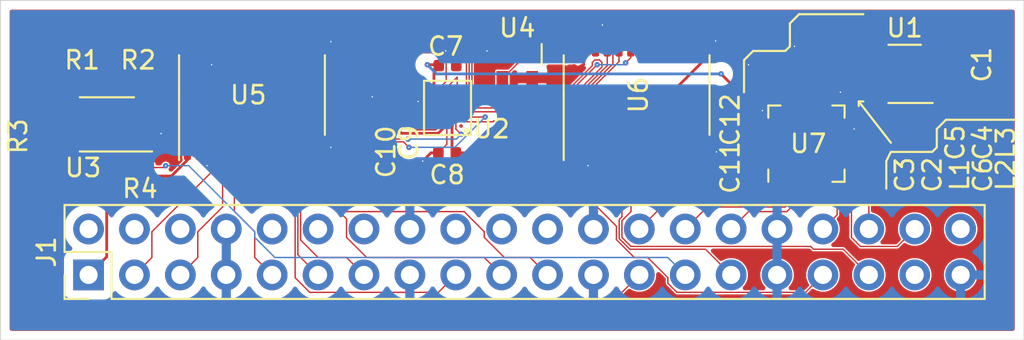
<source format=kicad_pcb>
(kicad_pcb (version 20171130) (host pcbnew 5.1.6)

  (general
    (thickness 1.6)
    (drawings 21)
    (tracks 407)
    (zones 0)
    (modules 27)
    (nets 67)
  )

  (page A4)
  (layers
    (0 F.Cu signal hide)
    (31 B.Cu signal hide)
    (32 B.Adhes user)
    (33 F.Adhes user)
    (34 B.Paste user)
    (35 F.Paste user)
    (36 B.SilkS user)
    (37 F.SilkS user)
    (38 B.Mask user)
    (39 F.Mask user)
    (40 Dwgs.User user)
    (41 Cmts.User user)
    (42 Eco1.User user)
    (43 Eco2.User user)
    (44 Edge.Cuts user)
    (45 Margin user)
    (46 B.CrtYd user)
    (47 F.CrtYd user)
    (48 B.Fab user)
    (49 F.Fab user hide)
  )

  (setup
    (last_trace_width 0.25)
    (user_trace_width 0.0762)
    (user_trace_width 0.1524)
    (trace_clearance 0.0762)
    (zone_clearance 0.0762)
    (zone_45_only no)
    (trace_min 0.0762)
    (via_size 0.8)
    (via_drill 0.4)
    (via_min_size 0.3)
    (via_min_drill 0.0762)
    (user_via 0.3 0.0762)
    (uvia_size 0.3)
    (uvia_drill 0.1)
    (uvias_allowed no)
    (uvia_min_size 0.2)
    (uvia_min_drill 0.1)
    (edge_width 0.05)
    (segment_width 0.2)
    (pcb_text_width 0.3)
    (pcb_text_size 1.5 1.5)
    (mod_edge_width 0.12)
    (mod_text_size 1 1)
    (mod_text_width 0.15)
    (pad_size 1.524 1.524)
    (pad_drill 0.762)
    (pad_to_mask_clearance 0.05)
    (aux_axis_origin 0 0)
    (visible_elements FFFFFF7F)
    (pcbplotparams
      (layerselection 0x010fc_ffffffff)
      (usegerberextensions false)
      (usegerberattributes true)
      (usegerberadvancedattributes true)
      (creategerberjobfile true)
      (excludeedgelayer true)
      (linewidth 0.100000)
      (plotframeref false)
      (viasonmask false)
      (mode 1)
      (useauxorigin false)
      (hpglpennumber 1)
      (hpglpenspeed 20)
      (hpglpendiameter 15.000000)
      (psnegative false)
      (psa4output false)
      (plotreference true)
      (plotvalue true)
      (plotinvisibletext false)
      (padsonsilk false)
      (subtractmaskfromsilk false)
      (outputformat 1)
      (mirror false)
      (drillshape 0)
      (scaleselection 1)
      (outputdirectory "./plots"))
  )

  (net 0 "")
  (net 1 GND)
  (net 2 +3V3)
  (net 3 VDD)
  (net 4 VDDA)
  (net 5 +2V8)
  (net 6 "Net-(C9-Pad2)")
  (net 7 "Net-(C10-Pad2)")
  (net 8 "Net-(C11-Pad2)")
  (net 9 "Net-(C12-Pad1)")
  (net 10 "Net-(J1-Pad38)")
  (net 11 "Net-(J1-Pad37)")
  (net 12 "Net-(J1-Pad36)")
  (net 13 /PCLK)
  (net 14 "Net-(J1-Pad34)")
  (net 15 /HREF)
  (net 16 "Net-(J1-Pad30)")
  (net 17 /VSYNC)
  (net 18 "Net-(J1-Pad28)")
  (net 19 /SCL)
  (net 20 "Net-(J1-Pad26)")
  (net 21 /SDA)
  (net 22 "Net-(J1-Pad22)")
  (net 23 /D7)
  (net 24 "Net-(J1-Pad20)")
  (net 25 /D6)
  (net 26 "Net-(J1-Pad18)")
  (net 27 /D5)
  (net 28 "Net-(J1-Pad14)")
  (net 29 /D4)
  (net 30 "Net-(J1-Pad12)")
  (net 31 /D3)
  (net 32 "Net-(J1-Pad10)")
  (net 33 /D2)
  (net 34 "Net-(J1-Pad6)")
  (net 35 /D1)
  (net 36 "Net-(J1-Pad4)")
  (net 37 /D0)
  (net 38 "Net-(J1-Pad2)")
  (net 39 "Net-(L2-Pad1)")
  (net 40 /SDA_2V8)
  (net 41 /SCL_2V8)
  (net 42 "Net-(U2-PadE3)")
  (net 43 "Net-(U2-PadE2)")
  (net 44 "Net-(U2-PadE1)")
  (net 45 "Net-(U2-PadA1)")
  (net 46 /HREF_2V8)
  (net 47 /PCLK_2V8)
  (net 48 /VSYNC_2V8)
  (net 49 /XVCLK)
  (net 50 "Net-(U2-PadB3)")
  (net 51 "Net-(U2-PadD3)")
  (net 52 "Net-(U2-PadB4)")
  (net 53 "Net-(U2-PadC4)")
  (net 54 "Net-(U2-PadD4)")
  (net 55 "Net-(U4-Pad1)")
  (net 56 "Net-(U6-Pad18)")
  (net 57 "Net-(U6-Pad17)")
  (net 58 "Net-(U6-Pad16)")
  (net 59 "Net-(U6-Pad15)")
  (net 60 "Net-(U6-Pad14)")
  (net 61 "Net-(U6-Pad10)")
  (net 62 "Net-(U6-Pad9)")
  (net 63 "Net-(U6-Pad8)")
  (net 64 "Net-(U6-Pad7)")
  (net 65 "Net-(U6-Pad6)")
  (net 66 "Net-(J1-Pad40)")

  (net_class Default "This is the default net class."
    (clearance 0.0762)
    (trace_width 0.25)
    (via_dia 0.8)
    (via_drill 0.4)
    (uvia_dia 0.3)
    (uvia_drill 0.1)
    (add_net +2V8)
    (add_net +3V3)
    (add_net /D0)
    (add_net /D1)
    (add_net /D2)
    (add_net /D3)
    (add_net /D4)
    (add_net /D5)
    (add_net /D6)
    (add_net /D7)
    (add_net /HREF)
    (add_net /HREF_2V8)
    (add_net /PCLK)
    (add_net /PCLK_2V8)
    (add_net /SCL)
    (add_net /SCL_2V8)
    (add_net /SDA)
    (add_net /SDA_2V8)
    (add_net /VSYNC)
    (add_net /VSYNC_2V8)
    (add_net /XVCLK)
    (add_net GND)
    (add_net "Net-(C10-Pad2)")
    (add_net "Net-(C11-Pad2)")
    (add_net "Net-(C12-Pad1)")
    (add_net "Net-(C9-Pad2)")
    (add_net "Net-(J1-Pad10)")
    (add_net "Net-(J1-Pad12)")
    (add_net "Net-(J1-Pad14)")
    (add_net "Net-(J1-Pad18)")
    (add_net "Net-(J1-Pad2)")
    (add_net "Net-(J1-Pad20)")
    (add_net "Net-(J1-Pad22)")
    (add_net "Net-(J1-Pad26)")
    (add_net "Net-(J1-Pad28)")
    (add_net "Net-(J1-Pad30)")
    (add_net "Net-(J1-Pad34)")
    (add_net "Net-(J1-Pad36)")
    (add_net "Net-(J1-Pad37)")
    (add_net "Net-(J1-Pad38)")
    (add_net "Net-(J1-Pad4)")
    (add_net "Net-(J1-Pad40)")
    (add_net "Net-(J1-Pad6)")
    (add_net "Net-(L2-Pad1)")
    (add_net "Net-(U2-PadA1)")
    (add_net "Net-(U2-PadB3)")
    (add_net "Net-(U2-PadB4)")
    (add_net "Net-(U2-PadC4)")
    (add_net "Net-(U2-PadD3)")
    (add_net "Net-(U2-PadD4)")
    (add_net "Net-(U2-PadE1)")
    (add_net "Net-(U2-PadE2)")
    (add_net "Net-(U2-PadE3)")
    (add_net "Net-(U4-Pad1)")
    (add_net "Net-(U6-Pad10)")
    (add_net "Net-(U6-Pad14)")
    (add_net "Net-(U6-Pad15)")
    (add_net "Net-(U6-Pad16)")
    (add_net "Net-(U6-Pad17)")
    (add_net "Net-(U6-Pad18)")
    (add_net "Net-(U6-Pad6)")
    (add_net "Net-(U6-Pad7)")
    (add_net "Net-(U6-Pad8)")
    (add_net "Net-(U6-Pad9)")
    (add_net VDD)
    (add_net VDDA)
  )

  (module Package_LGA:LGA-16_4x4mm_P0.65mm_LayoutBorder4x4y (layer F.Cu) (tedit 5D9F7937) (tstamp 5F474A90)
    (at 218.3384 108.5088 90)
    (descr "LGA, 16 Pin (http://www.st.com/resource/en/datasheet/l3gd20.pdf), generated with kicad-footprint-generator ipc_noLead_generator.py")
    (tags "LGA NoLead")
    (path /5F477AF9)
    (attr smd)
    (fp_text reference U7 (at 0 0.1016 180) (layer F.SilkS)
      (effects (font (size 1 1) (thickness 0.15)))
    )
    (fp_text value L3GD20 (at 0 2.95 90) (layer F.Fab)
      (effects (font (size 1 1) (thickness 0.15)))
    )
    (fp_line (start 1.435 -2.11) (end 2.11 -2.11) (layer F.SilkS) (width 0.12))
    (fp_line (start 2.11 -2.11) (end 2.11 -1.435) (layer F.SilkS) (width 0.12))
    (fp_line (start -1.435 2.11) (end -2.11 2.11) (layer F.SilkS) (width 0.12))
    (fp_line (start -2.11 2.11) (end -2.11 1.435) (layer F.SilkS) (width 0.12))
    (fp_line (start 1.435 2.11) (end 2.11 2.11) (layer F.SilkS) (width 0.12))
    (fp_line (start 2.11 2.11) (end 2.11 1.435) (layer F.SilkS) (width 0.12))
    (fp_line (start -1.435 -2.11) (end -2.11 -2.11) (layer F.SilkS) (width 0.12))
    (fp_line (start -1 -2) (end 2 -2) (layer F.Fab) (width 0.1))
    (fp_line (start 2 -2) (end 2 2) (layer F.Fab) (width 0.1))
    (fp_line (start 2 2) (end -2 2) (layer F.Fab) (width 0.1))
    (fp_line (start -2 2) (end -2 -1) (layer F.Fab) (width 0.1))
    (fp_line (start -2 -1) (end -1 -2) (layer F.Fab) (width 0.1))
    (fp_line (start -2.25 -2.25) (end -2.25 2.25) (layer F.CrtYd) (width 0.05))
    (fp_line (start -2.25 2.25) (end 2.25 2.25) (layer F.CrtYd) (width 0.05))
    (fp_line (start 2.25 2.25) (end 2.25 -2.25) (layer F.CrtYd) (width 0.05))
    (fp_line (start 2.25 -2.25) (end -2.25 -2.25) (layer F.CrtYd) (width 0.05))
    (fp_text user %R (at 0 0 90) (layer F.Fab)
      (effects (font (size 1 1) (thickness 0.15)))
    )
    (pad 16 smd roundrect (at -0.975 -1.7 90) (size 0.4 0.55) (layers F.Cu F.Paste F.Mask) (roundrect_rratio 0.25)
      (net 8 "Net-(C11-Pad2)"))
    (pad 15 smd roundrect (at -0.325 -1.7 90) (size 0.4 0.55) (layers F.Cu F.Paste F.Mask) (roundrect_rratio 0.25)
      (net 8 "Net-(C11-Pad2)"))
    (pad 14 smd roundrect (at 0.325 -1.7 90) (size 0.4 0.55) (layers F.Cu F.Paste F.Mask) (roundrect_rratio 0.25)
      (net 9 "Net-(C12-Pad1)"))
    (pad 13 smd roundrect (at 0.975 -1.7 90) (size 0.4 0.55) (layers F.Cu F.Paste F.Mask) (roundrect_rratio 0.25)
      (net 1 GND))
    (pad 12 smd roundrect (at 1.7 -0.975 90) (size 0.55 0.4) (layers F.Cu F.Paste F.Mask) (roundrect_rratio 0.25)
      (net 1 GND))
    (pad 11 smd roundrect (at 1.7 -0.325 90) (size 0.55 0.4) (layers F.Cu F.Paste F.Mask) (roundrect_rratio 0.25)
      (net 1 GND))
    (pad 10 smd roundrect (at 1.7 0.325 90) (size 0.55 0.4) (layers F.Cu F.Paste F.Mask) (roundrect_rratio 0.25)
      (net 1 GND))
    (pad 9 smd roundrect (at 1.7 0.975 90) (size 0.55 0.4) (layers F.Cu F.Paste F.Mask) (roundrect_rratio 0.25)
      (net 1 GND))
    (pad 8 smd roundrect (at 0.975 1.7 90) (size 0.4 0.55) (layers F.Cu F.Paste F.Mask) (roundrect_rratio 0.25)
      (net 1 GND))
    (pad 7 smd roundrect (at 0.325 1.7 90) (size 0.4 0.55) (layers F.Cu F.Paste F.Mask) (roundrect_rratio 0.25)
      (net 12 "Net-(J1-Pad36)"))
    (pad 6 smd roundrect (at -0.325 1.7 90) (size 0.4 0.55) (layers F.Cu F.Paste F.Mask) (roundrect_rratio 0.25)
      (net 10 "Net-(J1-Pad38)"))
    (pad 5 smd roundrect (at -0.975 1.7 90) (size 0.4 0.55) (layers F.Cu F.Paste F.Mask) (roundrect_rratio 0.25)
      (net 14 "Net-(J1-Pad34)"))
    (pad 4 smd roundrect (at -1.7 0.975 90) (size 0.55 0.4) (layers F.Cu F.Paste F.Mask) (roundrect_rratio 0.25)
      (net 16 "Net-(J1-Pad30)"))
    (pad 3 smd roundrect (at -1.7 0.325 90) (size 0.55 0.4) (layers F.Cu F.Paste F.Mask) (roundrect_rratio 0.25)
      (net 18 "Net-(J1-Pad28)"))
    (pad 2 smd roundrect (at -1.7 -0.325 90) (size 0.55 0.4) (layers F.Cu F.Paste F.Mask) (roundrect_rratio 0.25)
      (net 20 "Net-(J1-Pad26)"))
    (pad 1 smd roundrect (at -1.7 -0.975 90) (size 0.55 0.4) (layers F.Cu F.Paste F.Mask) (roundrect_rratio 0.25)
      (net 8 "Net-(C11-Pad2)"))
    (model ${KISYS3DMOD}/Package_LGA.3dshapes/LGA-16_4x4mm_P0.65mm_LayoutBorder4x4y.wrl
      (at (xyz 0 0 0))
      (scale (xyz 1 1 1))
      (rotate (xyz 0 0 0))
    )
  )

  (module Package_SO:TSSOP-24_4.4x7.8mm_P0.65mm (layer F.Cu) (tedit 5E476F32) (tstamp 5F474E1B)
    (at 208.9404 105.8164 90)
    (descr "TSSOP, 24 Pin (JEDEC MO-153 Var AD https://www.jedec.org/document_search?search_api_views_fulltext=MO-153), generated with kicad-footprint-generator ipc_gullwing_generator.py")
    (tags "TSSOP SO")
    (path /5F4EA16A)
    (attr smd)
    (fp_text reference U6 (at 0 0.1016 90) (layer F.SilkS)
      (effects (font (size 1 1) (thickness 0.15)))
    )
    (fp_text value 74LV8T245 (at 0 4.85 90) (layer F.Fab)
      (effects (font (size 1 1) (thickness 0.15)))
    )
    (fp_line (start 0 4.035) (end 2.2 4.035) (layer F.SilkS) (width 0.12))
    (fp_line (start 0 4.035) (end -2.2 4.035) (layer F.SilkS) (width 0.12))
    (fp_line (start 0 -4.035) (end 2.2 -4.035) (layer F.SilkS) (width 0.12))
    (fp_line (start 0 -4.035) (end -3.6 -4.035) (layer F.SilkS) (width 0.12))
    (fp_line (start -1.2 -3.9) (end 2.2 -3.9) (layer F.Fab) (width 0.1))
    (fp_line (start 2.2 -3.9) (end 2.2 3.9) (layer F.Fab) (width 0.1))
    (fp_line (start 2.2 3.9) (end -2.2 3.9) (layer F.Fab) (width 0.1))
    (fp_line (start -2.2 3.9) (end -2.2 -2.9) (layer F.Fab) (width 0.1))
    (fp_line (start -2.2 -2.9) (end -1.2 -3.9) (layer F.Fab) (width 0.1))
    (fp_line (start -3.85 -4.15) (end -3.85 4.15) (layer F.CrtYd) (width 0.05))
    (fp_line (start -3.85 4.15) (end 3.85 4.15) (layer F.CrtYd) (width 0.05))
    (fp_line (start 3.85 4.15) (end 3.85 -4.15) (layer F.CrtYd) (width 0.05))
    (fp_line (start 3.85 -4.15) (end -3.85 -4.15) (layer F.CrtYd) (width 0.05))
    (fp_text user %R (at 0 0 90) (layer F.Fab)
      (effects (font (size 1 1) (thickness 0.15)))
    )
    (pad 24 smd roundrect (at 2.8625 -3.575 90) (size 1.475 0.4) (layers F.Cu F.Paste F.Mask) (roundrect_rratio 0.25)
      (net 5 +2V8))
    (pad 23 smd roundrect (at 2.8625 -2.925 90) (size 1.475 0.4) (layers F.Cu F.Paste F.Mask) (roundrect_rratio 0.25)
      (net 5 +2V8))
    (pad 22 smd roundrect (at 2.8625 -2.275 90) (size 1.475 0.4) (layers F.Cu F.Paste F.Mask) (roundrect_rratio 0.25)
      (net 1 GND))
    (pad 21 smd roundrect (at 2.8625 -1.625 90) (size 1.475 0.4) (layers F.Cu F.Paste F.Mask) (roundrect_rratio 0.25)
      (net 46 /HREF_2V8))
    (pad 20 smd roundrect (at 2.8625 -0.975 90) (size 1.475 0.4) (layers F.Cu F.Paste F.Mask) (roundrect_rratio 0.25)
      (net 48 /VSYNC_2V8))
    (pad 19 smd roundrect (at 2.8625 -0.325 90) (size 1.475 0.4) (layers F.Cu F.Paste F.Mask) (roundrect_rratio 0.25)
      (net 47 /PCLK_2V8))
    (pad 18 smd roundrect (at 2.8625 0.325 90) (size 1.475 0.4) (layers F.Cu F.Paste F.Mask) (roundrect_rratio 0.25)
      (net 56 "Net-(U6-Pad18)"))
    (pad 17 smd roundrect (at 2.8625 0.975 90) (size 1.475 0.4) (layers F.Cu F.Paste F.Mask) (roundrect_rratio 0.25)
      (net 57 "Net-(U6-Pad17)"))
    (pad 16 smd roundrect (at 2.8625 1.625 90) (size 1.475 0.4) (layers F.Cu F.Paste F.Mask) (roundrect_rratio 0.25)
      (net 58 "Net-(U6-Pad16)"))
    (pad 15 smd roundrect (at 2.8625 2.275 90) (size 1.475 0.4) (layers F.Cu F.Paste F.Mask) (roundrect_rratio 0.25)
      (net 59 "Net-(U6-Pad15)"))
    (pad 14 smd roundrect (at 2.8625 2.925 90) (size 1.475 0.4) (layers F.Cu F.Paste F.Mask) (roundrect_rratio 0.25)
      (net 60 "Net-(U6-Pad14)"))
    (pad 13 smd roundrect (at 2.8625 3.575 90) (size 1.475 0.4) (layers F.Cu F.Paste F.Mask) (roundrect_rratio 0.25)
      (net 1 GND))
    (pad 12 smd roundrect (at -2.8625 3.575 90) (size 1.475 0.4) (layers F.Cu F.Paste F.Mask) (roundrect_rratio 0.25)
      (net 1 GND))
    (pad 11 smd roundrect (at -2.8625 2.925 90) (size 1.475 0.4) (layers F.Cu F.Paste F.Mask) (roundrect_rratio 0.25)
      (net 1 GND))
    (pad 10 smd roundrect (at -2.8625 2.275 90) (size 1.475 0.4) (layers F.Cu F.Paste F.Mask) (roundrect_rratio 0.25)
      (net 61 "Net-(U6-Pad10)"))
    (pad 9 smd roundrect (at -2.8625 1.625 90) (size 1.475 0.4) (layers F.Cu F.Paste F.Mask) (roundrect_rratio 0.25)
      (net 62 "Net-(U6-Pad9)"))
    (pad 8 smd roundrect (at -2.8625 0.975 90) (size 1.475 0.4) (layers F.Cu F.Paste F.Mask) (roundrect_rratio 0.25)
      (net 63 "Net-(U6-Pad8)"))
    (pad 7 smd roundrect (at -2.8625 0.325 90) (size 1.475 0.4) (layers F.Cu F.Paste F.Mask) (roundrect_rratio 0.25)
      (net 64 "Net-(U6-Pad7)"))
    (pad 6 smd roundrect (at -2.8625 -0.325 90) (size 1.475 0.4) (layers F.Cu F.Paste F.Mask) (roundrect_rratio 0.25)
      (net 65 "Net-(U6-Pad6)"))
    (pad 5 smd roundrect (at -2.8625 -0.975 90) (size 1.475 0.4) (layers F.Cu F.Paste F.Mask) (roundrect_rratio 0.25)
      (net 13 /PCLK))
    (pad 4 smd roundrect (at -2.8625 -1.625 90) (size 1.475 0.4) (layers F.Cu F.Paste F.Mask) (roundrect_rratio 0.25)
      (net 17 /VSYNC))
    (pad 3 smd roundrect (at -2.8625 -2.275 90) (size 1.475 0.4) (layers F.Cu F.Paste F.Mask) (roundrect_rratio 0.25)
      (net 15 /HREF))
    (pad 2 smd roundrect (at -2.8625 -2.925 90) (size 1.475 0.4) (layers F.Cu F.Paste F.Mask) (roundrect_rratio 0.25)
      (net 1 GND))
    (pad 1 smd roundrect (at -2.8625 -3.575 90) (size 1.475 0.4) (layers F.Cu F.Paste F.Mask) (roundrect_rratio 0.25)
      (net 2 +3V3))
    (model ${KISYS3DMOD}/Package_SO.3dshapes/TSSOP-24_4.4x7.8mm_P0.65mm.wrl
      (at (xyz 0 0 0))
      (scale (xyz 1 1 1))
      (rotate (xyz 0 0 0))
    )
  )

  (module Package_SO:TSSOP-24_4.4x7.8mm_P0.65mm (layer F.Cu) (tedit 5E476F32) (tstamp 5F4C1E77)
    (at 187.6552 105.8164 90)
    (descr "TSSOP, 24 Pin (JEDEC MO-153 Var AD https://www.jedec.org/document_search?search_api_views_fulltext=MO-153), generated with kicad-footprint-generator ipc_gullwing_generator.py")
    (tags "TSSOP SO")
    (path /5F4AEA37)
    (attr smd)
    (fp_text reference U5 (at 0 -0.2032 180) (layer F.SilkS)
      (effects (font (size 1 1) (thickness 0.15)))
    )
    (fp_text value 74LV8T245 (at 0 4.85 90) (layer F.Fab)
      (effects (font (size 1 1) (thickness 0.15)))
    )
    (fp_line (start 0 4.035) (end 2.2 4.035) (layer F.SilkS) (width 0.12))
    (fp_line (start 0 4.035) (end -2.2 4.035) (layer F.SilkS) (width 0.12))
    (fp_line (start 0 -4.035) (end 2.2 -4.035) (layer F.SilkS) (width 0.12))
    (fp_line (start 0 -4.035) (end -3.6 -4.035) (layer F.SilkS) (width 0.12))
    (fp_line (start -1.2 -3.9) (end 2.2 -3.9) (layer F.Fab) (width 0.1))
    (fp_line (start 2.2 -3.9) (end 2.2 3.9) (layer F.Fab) (width 0.1))
    (fp_line (start 2.2 3.9) (end -2.2 3.9) (layer F.Fab) (width 0.1))
    (fp_line (start -2.2 3.9) (end -2.2 -2.9) (layer F.Fab) (width 0.1))
    (fp_line (start -2.2 -2.9) (end -1.2 -3.9) (layer F.Fab) (width 0.1))
    (fp_line (start -3.85 -4.15) (end -3.85 4.15) (layer F.CrtYd) (width 0.05))
    (fp_line (start -3.85 4.15) (end 3.85 4.15) (layer F.CrtYd) (width 0.05))
    (fp_line (start 3.85 4.15) (end 3.85 -4.15) (layer F.CrtYd) (width 0.05))
    (fp_line (start 3.85 -4.15) (end -3.85 -4.15) (layer F.CrtYd) (width 0.05))
    (fp_text user %R (at 0 0 90) (layer F.Fab)
      (effects (font (size 1 1) (thickness 0.15)))
    )
    (pad 24 smd roundrect (at 2.8625 -3.575 90) (size 1.475 0.4) (layers F.Cu F.Paste F.Mask) (roundrect_rratio 0.25)
      (net 5 +2V8))
    (pad 23 smd roundrect (at 2.8625 -2.925 90) (size 1.475 0.4) (layers F.Cu F.Paste F.Mask) (roundrect_rratio 0.25)
      (net 5 +2V8))
    (pad 22 smd roundrect (at 2.8625 -2.275 90) (size 1.475 0.4) (layers F.Cu F.Paste F.Mask) (roundrect_rratio 0.25)
      (net 1 GND))
    (pad 21 smd roundrect (at 2.8625 -1.625 90) (size 1.475 0.4) (layers F.Cu F.Paste F.Mask) (roundrect_rratio 0.25)
      (net 50 "Net-(U2-PadB3)"))
    (pad 20 smd roundrect (at 2.8625 -0.975 90) (size 1.475 0.4) (layers F.Cu F.Paste F.Mask) (roundrect_rratio 0.25)
      (net 52 "Net-(U2-PadB4)"))
    (pad 19 smd roundrect (at 2.8625 -0.325 90) (size 1.475 0.4) (layers F.Cu F.Paste F.Mask) (roundrect_rratio 0.25)
      (net 53 "Net-(U2-PadC4)"))
    (pad 18 smd roundrect (at 2.8625 0.325 90) (size 1.475 0.4) (layers F.Cu F.Paste F.Mask) (roundrect_rratio 0.25)
      (net 54 "Net-(U2-PadD4)"))
    (pad 17 smd roundrect (at 2.8625 0.975 90) (size 1.475 0.4) (layers F.Cu F.Paste F.Mask) (roundrect_rratio 0.25)
      (net 42 "Net-(U2-PadE3)"))
    (pad 16 smd roundrect (at 2.8625 1.625 90) (size 1.475 0.4) (layers F.Cu F.Paste F.Mask) (roundrect_rratio 0.25)
      (net 51 "Net-(U2-PadD3)"))
    (pad 15 smd roundrect (at 2.8625 2.275 90) (size 1.475 0.4) (layers F.Cu F.Paste F.Mask) (roundrect_rratio 0.25)
      (net 43 "Net-(U2-PadE2)"))
    (pad 14 smd roundrect (at 2.8625 2.925 90) (size 1.475 0.4) (layers F.Cu F.Paste F.Mask) (roundrect_rratio 0.25)
      (net 44 "Net-(U2-PadE1)"))
    (pad 13 smd roundrect (at 2.8625 3.575 90) (size 1.475 0.4) (layers F.Cu F.Paste F.Mask) (roundrect_rratio 0.25)
      (net 1 GND))
    (pad 12 smd roundrect (at -2.8625 3.575 90) (size 1.475 0.4) (layers F.Cu F.Paste F.Mask) (roundrect_rratio 0.25)
      (net 1 GND))
    (pad 11 smd roundrect (at -2.8625 2.925 90) (size 1.475 0.4) (layers F.Cu F.Paste F.Mask) (roundrect_rratio 0.25)
      (net 1 GND))
    (pad 10 smd roundrect (at -2.8625 2.275 90) (size 1.475 0.4) (layers F.Cu F.Paste F.Mask) (roundrect_rratio 0.25)
      (net 23 /D7))
    (pad 9 smd roundrect (at -2.8625 1.625 90) (size 1.475 0.4) (layers F.Cu F.Paste F.Mask) (roundrect_rratio 0.25)
      (net 25 /D6))
    (pad 8 smd roundrect (at -2.8625 0.975 90) (size 1.475 0.4) (layers F.Cu F.Paste F.Mask) (roundrect_rratio 0.25)
      (net 27 /D5))
    (pad 7 smd roundrect (at -2.8625 0.325 90) (size 1.475 0.4) (layers F.Cu F.Paste F.Mask) (roundrect_rratio 0.25)
      (net 29 /D4))
    (pad 6 smd roundrect (at -2.8625 -0.325 90) (size 1.475 0.4) (layers F.Cu F.Paste F.Mask) (roundrect_rratio 0.25)
      (net 31 /D3))
    (pad 5 smd roundrect (at -2.8625 -0.975 90) (size 1.475 0.4) (layers F.Cu F.Paste F.Mask) (roundrect_rratio 0.25)
      (net 33 /D2))
    (pad 4 smd roundrect (at -2.8625 -1.625 90) (size 1.475 0.4) (layers F.Cu F.Paste F.Mask) (roundrect_rratio 0.25)
      (net 35 /D1))
    (pad 3 smd roundrect (at -2.8625 -2.275 90) (size 1.475 0.4) (layers F.Cu F.Paste F.Mask) (roundrect_rratio 0.25)
      (net 37 /D0))
    (pad 2 smd roundrect (at -2.8625 -2.925 90) (size 1.475 0.4) (layers F.Cu F.Paste F.Mask) (roundrect_rratio 0.25)
      (net 1 GND))
    (pad 1 smd roundrect (at -2.8625 -3.575 90) (size 1.475 0.4) (layers F.Cu F.Paste F.Mask) (roundrect_rratio 0.25)
      (net 2 +3V3))
    (model ${KISYS3DMOD}/Package_SO.3dshapes/TSSOP-24_4.4x7.8mm_P0.65mm.wrl
      (at (xyz 0 0 0))
      (scale (xyz 1 1 1))
      (rotate (xyz 0 0 0))
    )
  )

  (module Oscillator:Oscillator_SMD_Abracon_ASDMB-4Pin_2.5x2.0mm (layer F.Cu) (tedit 5CA1C904) (tstamp 5F47609C)
    (at 202.3364 104.14 180)
    (descr "Miniature Crystal Clock Oscillator Abracon ASDMB series, 2.5x2.0mm package, http://www.abracon.com/Oscillators/ASDMB.pdf")
    (tags "SMD SMT crystal oscillator")
    (path /5F4C0D8D)
    (attr smd)
    (fp_text reference U4 (at 0 2.032) (layer F.SilkS)
      (effects (font (size 1 1) (thickness 0.15)))
    )
    (fp_text value ASDMB-xxxMHz (at 0 2.45) (layer F.Fab)
      (effects (font (size 1 1) (thickness 0.15)))
    )
    (fp_line (start -1.25 -1) (end 1.25 -1) (layer F.Fab) (width 0.1))
    (fp_line (start 1.25 -1) (end 1.25 1) (layer F.Fab) (width 0.1))
    (fp_line (start 1.25 1) (end -0.75 1) (layer F.Fab) (width 0.1))
    (fp_line (start -1.25 0.5) (end -1.25 -1) (layer F.Fab) (width 0.1))
    (fp_line (start -1.25 0.5) (end -0.75 1) (layer F.Fab) (width 0.1))
    (fp_line (start -1.35 0) (end -1.35 1.14) (layer F.SilkS) (width 0.12))
    (fp_line (start -1.5 -1.45) (end -1.5 1.45) (layer F.CrtYd) (width 0.05))
    (fp_line (start -1.5 1.45) (end 1.5 1.45) (layer F.CrtYd) (width 0.05))
    (fp_line (start 1.5 1.45) (end 1.5 -1.45) (layer F.CrtYd) (width 0.05))
    (fp_line (start 1.5 -1.45) (end -1.5 -1.45) (layer F.CrtYd) (width 0.05))
    (fp_text user %R (at 0 0) (layer F.Fab)
      (effects (font (size 0.6 0.6) (thickness 0.105)))
    )
    (pad 4 smd rect (at -0.825 -0.775 180) (size 0.65 0.85) (layers F.Cu F.Paste F.Mask)
      (net 5 +2V8))
    (pad 3 smd rect (at 0.825 -0.775 180) (size 0.65 0.85) (layers F.Cu F.Paste F.Mask)
      (net 49 /XVCLK))
    (pad 2 smd rect (at 0.825 0.775 180) (size 0.65 0.85) (layers F.Cu F.Paste F.Mask)
      (net 1 GND))
    (pad 1 smd rect (at -0.825 0.775 180) (size 0.65 0.85) (layers F.Cu F.Paste F.Mask)
      (net 55 "Net-(U4-Pad1)"))
    (model ${KISYS3DMOD}/Oscillator.3dshapes/Oscillator_SMD_Abracon_ASDMB-4Pin_2.5x2.0mm.wrl
      (at (xyz 0 0 0))
      (scale (xyz 1 1 1))
      (rotate (xyz 0 0 0))
    )
  )

  (module Package_SO:SSOP-8_2.95x2.8mm_P0.65mm (layer F.Cu) (tedit 5A02F25C) (tstamp 5F473553)
    (at 179.6288 107.442 180)
    (descr "SSOP-8 2.9 x2.8mm Pitch 0.65mm")
    (tags "SSOP-8 2.95x2.8mm Pitch 0.65mm")
    (path /5F4C0D2B)
    (attr smd)
    (fp_text reference U3 (at 1.3208 -2.4) (layer F.SilkS)
      (effects (font (size 1 1) (thickness 0.15)))
    )
    (fp_text value TXS0102DCT (at 0 2.6) (layer F.Fab)
      (effects (font (size 1 1) (thickness 0.15)))
    )
    (fp_line (start -2.75 -1.65) (end 2.75 -1.65) (layer F.CrtYd) (width 0.05))
    (fp_line (start -2.75 1.65) (end -2.75 -1.65) (layer F.CrtYd) (width 0.05))
    (fp_line (start 2.75 1.65) (end -2.75 1.65) (layer F.CrtYd) (width 0.05))
    (fp_line (start 2.75 -1.65) (end 2.75 1.65) (layer F.CrtYd) (width 0.05))
    (fp_line (start 1.5 1.5) (end -1.5 1.5) (layer F.SilkS) (width 0.12))
    (fp_line (start 1.5 -1.5) (end -2.5 -1.5) (layer F.SilkS) (width 0.12))
    (fp_line (start -0.475 -1.4) (end -1.475 -0.7) (layer F.Fab) (width 0.1))
    (fp_line (start -0.475 -1.4) (end 1.475 -1.4) (layer F.Fab) (width 0.1))
    (fp_line (start -1.475 1.4) (end -1.475 -0.7) (layer F.Fab) (width 0.1))
    (fp_line (start 1.475 1.4) (end -1.475 1.4) (layer F.Fab) (width 0.1))
    (fp_line (start 1.475 -1.4) (end 1.475 1.4) (layer F.Fab) (width 0.1))
    (fp_text user %R (at 0 0) (layer F.Fab)
      (effects (font (size 0.6 0.6) (thickness 0.15)))
    )
    (pad 8 smd rect (at 1.7 -0.975 90) (size 0.3 1.6) (layers F.Cu F.Paste F.Mask)
      (net 21 /SDA))
    (pad 7 smd rect (at 1.7 -0.325 90) (size 0.3 1.6) (layers F.Cu F.Paste F.Mask)
      (net 2 +3V3))
    (pad 6 smd rect (at 1.7 0.325 90) (size 0.3 1.6) (layers F.Cu F.Paste F.Mask)
      (net 5 +2V8))
    (pad 5 smd rect (at 1.7 0.975 90) (size 0.3 1.6) (layers F.Cu F.Paste F.Mask)
      (net 40 /SDA_2V8))
    (pad 4 smd rect (at -1.7 0.975 90) (size 0.3 1.6) (layers F.Cu F.Paste F.Mask)
      (net 41 /SCL_2V8))
    (pad 3 smd rect (at -1.7 0.325 90) (size 0.3 1.6) (layers F.Cu F.Paste F.Mask)
      (net 5 +2V8))
    (pad 2 smd rect (at -1.7 -0.325 90) (size 0.3 1.6) (layers F.Cu F.Paste F.Mask)
      (net 1 GND))
    (pad 1 smd rect (at -1.7 -0.975 90) (size 0.3 1.6) (layers F.Cu F.Paste F.Mask)
      (net 19 /SCL))
    (model ${KISYS3DMOD}/Package_SO.3dshapes/SSOP-8_2.95x2.8mm_P0.65mm.wrl
      (at (xyz 0 0 0))
      (scale (xyz 1 1 1))
      (rotate (xyz 0 0 0))
    )
  )

  (module "User Footprints:BGA-20_2.4x2.6mm_Layout4x5_P0.5mm_0.2mm_Pad" (layer F.Cu) (tedit 5E91CF60) (tstamp 5F47353B)
    (at 198.4756 106.7816 180)
    (descr "BGA-16, http://www.st.com/content/ccc/resource/technical/document/datasheet/group2/bc/cd/62/9e/8f/30/47/69/CD00151267/files/CD00151267.pdf/jcr:content/translations/en.CD00151267.pdf")
    (tags BGA-16)
    (path /5F4D60BC)
    (attr smd)
    (fp_text reference U2 (at -2.4384 -0.9144) (layer F.SilkS)
      (effects (font (size 1 1) (thickness 0.15)))
    )
    (fp_text value OV7690 (at -0.01 2.75 180) (layer F.Fab)
      (effects (font (size 1 1) (thickness 0.15)))
    )
    (fp_line (start 1.29 -1.26) (end 1.29 1.75) (layer F.Fab) (width 0.1))
    (fp_line (start 1.29 1.76) (end -1.29 1.76) (layer F.Fab) (width 0.1))
    (fp_line (start -1.29 1.75) (end -1.29 -1.26) (layer F.Fab) (width 0.1))
    (fp_line (start -1.29 -1.26) (end 1.29 -1.26) (layer F.Fab) (width 0.1))
    (fp_line (start -1.3 -1.25) (end 1.29 -1.25) (layer F.SilkS) (width 0.12))
    (fp_line (start -1.29 1.75) (end 1.3 1.75) (layer F.SilkS) (width 0.12))
    (fp_line (start 1.3 -1.25) (end 1.3 1.75) (layer F.SilkS) (width 0.12))
    (fp_line (start -1.3 -1.25) (end -1.3 1.75) (layer F.SilkS) (width 0.12))
    (fp_circle (center -1.07 -1.02) (end -1.03 -1.03) (layer F.SilkS) (width 0.12))
    (fp_text user %R (at 0 0 180) (layer F.Fab)
      (effects (font (size 0.4 0.4) (thickness 0.1)))
    )
    (pad E3 smd circle (at 0.25 1.25 180) (size 0.2 0.2) (layers F.Cu F.Paste F.Mask)
      (net 42 "Net-(U2-PadE3)"))
    (pad E2 smd circle (at -0.25 1.25 180) (size 0.2 0.2) (layers F.Cu F.Paste F.Mask)
      (net 43 "Net-(U2-PadE2)"))
    (pad E4 smd circle (at 0.75 1.25 180) (size 0.2 0.2) (layers F.Cu F.Paste F.Mask)
      (net 3 VDD))
    (pad E1 smd circle (at -0.75 1.25 180) (size 0.2 0.2) (layers F.Cu F.Paste F.Mask)
      (net 44 "Net-(U2-PadE1)"))
    (pad A1 smd circle (at -0.75 -0.75 180) (size 0.2 0.2) (layers F.Cu F.Paste F.Mask)
      (net 45 "Net-(U2-PadA1)"))
    (pad B1 smd circle (at -0.75 -0.25 180) (size 0.2 0.2) (layers F.Cu F.Paste F.Mask)
      (net 40 /SDA_2V8))
    (pad C1 smd circle (at -0.75 0.25 180) (size 0.2 0.2) (layers F.Cu F.Paste F.Mask)
      (net 46 /HREF_2V8))
    (pad D1 smd circle (at -0.75 0.75 180) (size 0.2 0.2) (layers F.Cu F.Paste F.Mask)
      (net 47 /PCLK_2V8))
    (pad A2 smd circle (at -0.25 -0.75 180) (size 0.2 0.2) (layers F.Cu F.Paste F.Mask)
      (net 4 VDDA))
    (pad B2 smd circle (at -0.25 -0.25 180) (size 0.2 0.2) (layers F.Cu F.Paste F.Mask)
      (net 41 /SCL_2V8))
    (pad C2 smd circle (at -0.25 0.25 180) (size 0.2 0.2) (layers F.Cu F.Paste F.Mask)
      (net 48 /VSYNC_2V8))
    (pad D2 smd circle (at -0.25 0.75 180) (size 0.2 0.2) (layers F.Cu F.Paste F.Mask)
      (net 49 /XVCLK))
    (pad A3 smd circle (at 0.25 -0.75 180) (size 0.2 0.2) (layers F.Cu F.Paste F.Mask)
      (net 7 "Net-(C10-Pad2)"))
    (pad B3 smd circle (at 0.25 -0.25 180) (size 0.2 0.2) (layers F.Cu F.Paste F.Mask)
      (net 50 "Net-(U2-PadB3)"))
    (pad C3 smd circle (at 0.25 0.25 180) (size 0.2 0.2) (layers F.Cu F.Paste F.Mask)
      (net 1 GND))
    (pad D3 smd circle (at 0.25 0.75 180) (size 0.2 0.2) (layers F.Cu F.Paste F.Mask)
      (net 51 "Net-(U2-PadD3)"))
    (pad A4 smd circle (at 0.75 -0.75 180) (size 0.2 0.2) (layers F.Cu F.Paste F.Mask)
      (net 6 "Net-(C9-Pad2)"))
    (pad B4 smd circle (at 0.75 -0.25 180) (size 0.2 0.2) (layers F.Cu F.Paste F.Mask)
      (net 52 "Net-(U2-PadB4)"))
    (pad C4 smd circle (at 0.75 0.25 180) (size 0.2 0.2) (layers F.Cu F.Paste F.Mask)
      (net 53 "Net-(U2-PadC4)"))
    (pad D4 smd circle (at 0.75 0.75 180) (size 0.2 0.2) (layers F.Cu F.Paste F.Mask)
      (net 54 "Net-(U2-PadD4)"))
    (model ${KISYS3DMOD}/Package_BGA.3dshapes/BGA-16_1.92x1.92mm_Layout4x4_P0.5mm.wrl
      (at (xyz 0 0 0))
      (scale (xyz 1 1 1))
      (rotate (xyz 0 0 0))
    )
  )

  (module Package_TO_SOT_SMD:SOT-23-5 (layer F.Cu) (tedit 5A02FF57) (tstamp 5F4BE805)
    (at 223.774 104.648 180)
    (descr "5-pin SOT23 package")
    (tags SOT-23-5)
    (path /5F481EED)
    (attr smd)
    (fp_text reference U1 (at 0 2.54) (layer F.SilkS)
      (effects (font (size 1 1) (thickness 0.15)))
    )
    (fp_text value LM3671MF-2.8 (at 0 2.9) (layer F.Fab)
      (effects (font (size 1 1) (thickness 0.15)))
    )
    (fp_line (start -0.9 1.61) (end 0.9 1.61) (layer F.SilkS) (width 0.12))
    (fp_line (start 0.9 -1.61) (end -1.55 -1.61) (layer F.SilkS) (width 0.12))
    (fp_line (start -1.9 -1.8) (end 1.9 -1.8) (layer F.CrtYd) (width 0.05))
    (fp_line (start 1.9 -1.8) (end 1.9 1.8) (layer F.CrtYd) (width 0.05))
    (fp_line (start 1.9 1.8) (end -1.9 1.8) (layer F.CrtYd) (width 0.05))
    (fp_line (start -1.9 1.8) (end -1.9 -1.8) (layer F.CrtYd) (width 0.05))
    (fp_line (start -0.9 -0.9) (end -0.25 -1.55) (layer F.Fab) (width 0.1))
    (fp_line (start 0.9 -1.55) (end -0.25 -1.55) (layer F.Fab) (width 0.1))
    (fp_line (start -0.9 -0.9) (end -0.9 1.55) (layer F.Fab) (width 0.1))
    (fp_line (start 0.9 1.55) (end -0.9 1.55) (layer F.Fab) (width 0.1))
    (fp_line (start 0.9 -1.55) (end 0.9 1.55) (layer F.Fab) (width 0.1))
    (fp_text user %R (at 0 0 90) (layer F.Fab)
      (effects (font (size 0.5 0.5) (thickness 0.075)))
    )
    (pad 5 smd rect (at 1.1 -0.95 180) (size 1.06 0.65) (layers F.Cu F.Paste F.Mask)
      (net 39 "Net-(L2-Pad1)"))
    (pad 4 smd rect (at 1.1 0.95 180) (size 1.06 0.65) (layers F.Cu F.Paste F.Mask)
      (net 5 +2V8))
    (pad 3 smd rect (at -1.1 0.95 180) (size 1.06 0.65) (layers F.Cu F.Paste F.Mask)
      (net 2 +3V3))
    (pad 2 smd rect (at -1.1 0 180) (size 1.06 0.65) (layers F.Cu F.Paste F.Mask)
      (net 1 GND))
    (pad 1 smd rect (at -1.1 -0.95 180) (size 1.06 0.65) (layers F.Cu F.Paste F.Mask)
      (net 2 +3V3))
    (model ${KISYS3DMOD}/Package_TO_SOT_SMD.3dshapes/SOT-23-5.wrl
      (at (xyz 0 0 0))
      (scale (xyz 1 1 1))
      (rotate (xyz 0 0 0))
    )
  )

  (module Resistor_SMD:R_0402_1005Metric (layer F.Cu) (tedit 5B301BBD) (tstamp 5F4C1F9F)
    (at 181.4576 109.8296)
    (descr "Resistor SMD 0402 (1005 Metric), square (rectangular) end terminal, IPC_7351 nominal, (Body size source: http://www.tortai-tech.com/upload/download/2011102023233369053.pdf), generated with kicad-footprint-generator")
    (tags resistor)
    (path /5F4C0DDA)
    (attr smd)
    (fp_text reference R4 (at 0 1.1684) (layer F.SilkS)
      (effects (font (size 1 1) (thickness 0.15)))
    )
    (fp_text value 4.7k (at 0 1.17) (layer F.Fab)
      (effects (font (size 1 1) (thickness 0.15)))
    )
    (fp_line (start -0.5 0.25) (end -0.5 -0.25) (layer F.Fab) (width 0.1))
    (fp_line (start -0.5 -0.25) (end 0.5 -0.25) (layer F.Fab) (width 0.1))
    (fp_line (start 0.5 -0.25) (end 0.5 0.25) (layer F.Fab) (width 0.1))
    (fp_line (start 0.5 0.25) (end -0.5 0.25) (layer F.Fab) (width 0.1))
    (fp_line (start -0.93 0.47) (end -0.93 -0.47) (layer F.CrtYd) (width 0.05))
    (fp_line (start -0.93 -0.47) (end 0.93 -0.47) (layer F.CrtYd) (width 0.05))
    (fp_line (start 0.93 -0.47) (end 0.93 0.47) (layer F.CrtYd) (width 0.05))
    (fp_line (start 0.93 0.47) (end -0.93 0.47) (layer F.CrtYd) (width 0.05))
    (fp_text user %R (at 0 0) (layer F.Fab)
      (effects (font (size 0.25 0.25) (thickness 0.04)))
    )
    (pad 2 smd roundrect (at 0.485 0) (size 0.59 0.64) (layers F.Cu F.Paste F.Mask) (roundrect_rratio 0.25)
      (net 19 /SCL))
    (pad 1 smd roundrect (at -0.485 0) (size 0.59 0.64) (layers F.Cu F.Paste F.Mask) (roundrect_rratio 0.25)
      (net 2 +3V3))
    (model ${KISYS3DMOD}/Resistor_SMD.3dshapes/R_0402_1005Metric.wrl
      (at (xyz 0 0 0))
      (scale (xyz 1 1 1))
      (rotate (xyz 0 0 0))
    )
  )

  (module Resistor_SMD:R_0402_1005Metric (layer F.Cu) (tedit 5B301BBD) (tstamp 5F4734F5)
    (at 175.8696 108.1024 90)
    (descr "Resistor SMD 0402 (1005 Metric), square (rectangular) end terminal, IPC_7351 nominal, (Body size source: http://www.tortai-tech.com/upload/download/2011102023233369053.pdf), generated with kicad-footprint-generator")
    (tags resistor)
    (path /5F4C0DE0)
    (attr smd)
    (fp_text reference R3 (at 0 -1.17 90) (layer F.SilkS)
      (effects (font (size 1 1) (thickness 0.15)))
    )
    (fp_text value 4.7k (at 0 1.17 90) (layer F.Fab)
      (effects (font (size 1 1) (thickness 0.15)))
    )
    (fp_line (start -0.5 0.25) (end -0.5 -0.25) (layer F.Fab) (width 0.1))
    (fp_line (start -0.5 -0.25) (end 0.5 -0.25) (layer F.Fab) (width 0.1))
    (fp_line (start 0.5 -0.25) (end 0.5 0.25) (layer F.Fab) (width 0.1))
    (fp_line (start 0.5 0.25) (end -0.5 0.25) (layer F.Fab) (width 0.1))
    (fp_line (start -0.93 0.47) (end -0.93 -0.47) (layer F.CrtYd) (width 0.05))
    (fp_line (start -0.93 -0.47) (end 0.93 -0.47) (layer F.CrtYd) (width 0.05))
    (fp_line (start 0.93 -0.47) (end 0.93 0.47) (layer F.CrtYd) (width 0.05))
    (fp_line (start 0.93 0.47) (end -0.93 0.47) (layer F.CrtYd) (width 0.05))
    (fp_text user %R (at 0 0 90) (layer F.Fab)
      (effects (font (size 0.25 0.25) (thickness 0.04)))
    )
    (pad 2 smd roundrect (at 0.485 0 90) (size 0.59 0.64) (layers F.Cu F.Paste F.Mask) (roundrect_rratio 0.25)
      (net 2 +3V3))
    (pad 1 smd roundrect (at -0.485 0 90) (size 0.59 0.64) (layers F.Cu F.Paste F.Mask) (roundrect_rratio 0.25)
      (net 21 /SDA))
    (model ${KISYS3DMOD}/Resistor_SMD.3dshapes/R_0402_1005Metric.wrl
      (at (xyz 0 0 0))
      (scale (xyz 1 1 1))
      (rotate (xyz 0 0 0))
    )
  )

  (module Resistor_SMD:R_0402_1005Metric (layer F.Cu) (tedit 5B301BBD) (tstamp 5F4C1DB5)
    (at 181.4346 105.0036 180)
    (descr "Resistor SMD 0402 (1005 Metric), square (rectangular) end terminal, IPC_7351 nominal, (Body size source: http://www.tortai-tech.com/upload/download/2011102023233369053.pdf), generated with kicad-footprint-generator")
    (tags resistor)
    (path /5F4C0D65)
    (attr smd)
    (fp_text reference R2 (at 0.0786 1.1176) (layer F.SilkS)
      (effects (font (size 1 1) (thickness 0.15)))
    )
    (fp_text value 4.7k (at 0 1.17) (layer F.Fab)
      (effects (font (size 1 1) (thickness 0.15)))
    )
    (fp_line (start -0.5 0.25) (end -0.5 -0.25) (layer F.Fab) (width 0.1))
    (fp_line (start -0.5 -0.25) (end 0.5 -0.25) (layer F.Fab) (width 0.1))
    (fp_line (start 0.5 -0.25) (end 0.5 0.25) (layer F.Fab) (width 0.1))
    (fp_line (start 0.5 0.25) (end -0.5 0.25) (layer F.Fab) (width 0.1))
    (fp_line (start -0.93 0.47) (end -0.93 -0.47) (layer F.CrtYd) (width 0.05))
    (fp_line (start -0.93 -0.47) (end 0.93 -0.47) (layer F.CrtYd) (width 0.05))
    (fp_line (start 0.93 -0.47) (end 0.93 0.47) (layer F.CrtYd) (width 0.05))
    (fp_line (start 0.93 0.47) (end -0.93 0.47) (layer F.CrtYd) (width 0.05))
    (fp_text user %R (at 0 0) (layer F.Fab)
      (effects (font (size 0.25 0.25) (thickness 0.04)))
    )
    (pad 2 smd roundrect (at 0.485 0 180) (size 0.59 0.64) (layers F.Cu F.Paste F.Mask) (roundrect_rratio 0.25)
      (net 5 +2V8))
    (pad 1 smd roundrect (at -0.485 0 180) (size 0.59 0.64) (layers F.Cu F.Paste F.Mask) (roundrect_rratio 0.25)
      (net 41 /SCL_2V8))
    (model ${KISYS3DMOD}/Resistor_SMD.3dshapes/R_0402_1005Metric.wrl
      (at (xyz 0 0 0))
      (scale (xyz 1 1 1))
      (rotate (xyz 0 0 0))
    )
  )

  (module Resistor_SMD:R_0402_1005Metric (layer F.Cu) (tedit 5B301BBD) (tstamp 5F4734D7)
    (at 178.2572 105.0036 180)
    (descr "Resistor SMD 0402 (1005 Metric), square (rectangular) end terminal, IPC_7351 nominal, (Body size source: http://www.tortai-tech.com/upload/download/2011102023233369053.pdf), generated with kicad-footprint-generator")
    (tags resistor)
    (path /5F4C0D5F)
    (attr smd)
    (fp_text reference R1 (at 0 1.1176) (layer F.SilkS)
      (effects (font (size 1 1) (thickness 0.15)))
    )
    (fp_text value 4.7k (at 0 1.17) (layer F.Fab)
      (effects (font (size 1 1) (thickness 0.15)))
    )
    (fp_line (start -0.5 0.25) (end -0.5 -0.25) (layer F.Fab) (width 0.1))
    (fp_line (start -0.5 -0.25) (end 0.5 -0.25) (layer F.Fab) (width 0.1))
    (fp_line (start 0.5 -0.25) (end 0.5 0.25) (layer F.Fab) (width 0.1))
    (fp_line (start 0.5 0.25) (end -0.5 0.25) (layer F.Fab) (width 0.1))
    (fp_line (start -0.93 0.47) (end -0.93 -0.47) (layer F.CrtYd) (width 0.05))
    (fp_line (start -0.93 -0.47) (end 0.93 -0.47) (layer F.CrtYd) (width 0.05))
    (fp_line (start 0.93 -0.47) (end 0.93 0.47) (layer F.CrtYd) (width 0.05))
    (fp_line (start 0.93 0.47) (end -0.93 0.47) (layer F.CrtYd) (width 0.05))
    (fp_text user %R (at 0 0) (layer F.Fab)
      (effects (font (size 0.25 0.25) (thickness 0.04)))
    )
    (pad 2 smd roundrect (at 0.485 0 180) (size 0.59 0.64) (layers F.Cu F.Paste F.Mask) (roundrect_rratio 0.25)
      (net 40 /SDA_2V8))
    (pad 1 smd roundrect (at -0.485 0 180) (size 0.59 0.64) (layers F.Cu F.Paste F.Mask) (roundrect_rratio 0.25)
      (net 5 +2V8))
    (model ${KISYS3DMOD}/Resistor_SMD.3dshapes/R_0402_1005Metric.wrl
      (at (xyz 0 0 0))
      (scale (xyz 1 1 1))
      (rotate (xyz 0 0 0))
    )
  )

  (module Inductor_SMD:L_0402_1005Metric (layer F.Cu) (tedit 5B301BBE) (tstamp 5F4BE7D5)
    (at 220.9292 102.6668 90)
    (descr "Inductor SMD 0402 (1005 Metric), square (rectangular) end terminal, IPC_7351 nominal, (Body size source: http://www.tortai-tech.com/upload/download/2011102023233369053.pdf), generated with kicad-footprint-generator")
    (tags inductor)
    (path /5F481ED5)
    (attr smd)
    (fp_text reference L3 (at -5.7912 8.4328 270) (layer F.SilkS)
      (effects (font (size 1 1) (thickness 0.15)))
    )
    (fp_text value 3.3uH (at 0 1.17 90) (layer F.Fab)
      (effects (font (size 1 1) (thickness 0.15)))
    )
    (fp_line (start -0.5 0.25) (end -0.5 -0.25) (layer F.Fab) (width 0.1))
    (fp_line (start -0.5 -0.25) (end 0.5 -0.25) (layer F.Fab) (width 0.1))
    (fp_line (start 0.5 -0.25) (end 0.5 0.25) (layer F.Fab) (width 0.1))
    (fp_line (start 0.5 0.25) (end -0.5 0.25) (layer F.Fab) (width 0.1))
    (fp_line (start -0.93 0.47) (end -0.93 -0.47) (layer F.CrtYd) (width 0.05))
    (fp_line (start -0.93 -0.47) (end 0.93 -0.47) (layer F.CrtYd) (width 0.05))
    (fp_line (start 0.93 -0.47) (end 0.93 0.47) (layer F.CrtYd) (width 0.05))
    (fp_line (start 0.93 0.47) (end -0.93 0.47) (layer F.CrtYd) (width 0.05))
    (fp_text user %R (at 0 0 90) (layer F.Fab)
      (effects (font (size 0.25 0.25) (thickness 0.04)))
    )
    (pad 2 smd roundrect (at 0.485 0 90) (size 0.59 0.64) (layers F.Cu F.Paste F.Mask) (roundrect_rratio 0.25)
      (net 4 VDDA))
    (pad 1 smd roundrect (at -0.485 0 90) (size 0.59 0.64) (layers F.Cu F.Paste F.Mask) (roundrect_rratio 0.25)
      (net 5 +2V8))
    (model ${KISYS3DMOD}/Inductor_SMD.3dshapes/L_0402_1005Metric.wrl
      (at (xyz 0 0 0))
      (scale (xyz 1 1 1))
      (rotate (xyz 0 0 0))
    )
  )

  (module Inductor_SMD:L_0402_1005Metric (layer F.Cu) (tedit 5B301BBE) (tstamp 5F4C222D)
    (at 220.9292 104.648 90)
    (descr "Inductor SMD 0402 (1005 Metric), square (rectangular) end terminal, IPC_7351 nominal, (Body size source: http://www.tortai-tech.com/upload/download/2011102023233369053.pdf), generated with kicad-footprint-generator")
    (tags inductor)
    (path /5F481F29)
    (attr smd)
    (fp_text reference L2 (at -5.588 8.4328 270) (layer F.SilkS)
      (effects (font (size 1 1) (thickness 0.15)))
    )
    (fp_text value 2.2uH (at 0 1.17 90) (layer F.Fab)
      (effects (font (size 1 1) (thickness 0.15)))
    )
    (fp_line (start -0.5 0.25) (end -0.5 -0.25) (layer F.Fab) (width 0.1))
    (fp_line (start -0.5 -0.25) (end 0.5 -0.25) (layer F.Fab) (width 0.1))
    (fp_line (start 0.5 -0.25) (end 0.5 0.25) (layer F.Fab) (width 0.1))
    (fp_line (start 0.5 0.25) (end -0.5 0.25) (layer F.Fab) (width 0.1))
    (fp_line (start -0.93 0.47) (end -0.93 -0.47) (layer F.CrtYd) (width 0.05))
    (fp_line (start -0.93 -0.47) (end 0.93 -0.47) (layer F.CrtYd) (width 0.05))
    (fp_line (start 0.93 -0.47) (end 0.93 0.47) (layer F.CrtYd) (width 0.05))
    (fp_line (start 0.93 0.47) (end -0.93 0.47) (layer F.CrtYd) (width 0.05))
    (fp_text user %R (at 0 0 90) (layer F.Fab)
      (effects (font (size 0.25 0.25) (thickness 0.04)))
    )
    (pad 2 smd roundrect (at 0.485 0 90) (size 0.59 0.64) (layers F.Cu F.Paste F.Mask) (roundrect_rratio 0.25)
      (net 5 +2V8))
    (pad 1 smd roundrect (at -0.485 0 90) (size 0.59 0.64) (layers F.Cu F.Paste F.Mask) (roundrect_rratio 0.25)
      (net 39 "Net-(L2-Pad1)"))
    (model ${KISYS3DMOD}/Inductor_SMD.3dshapes/L_0402_1005Metric.wrl
      (at (xyz 0 0 0))
      (scale (xyz 1 1 1))
      (rotate (xyz 0 0 0))
    )
  )

  (module Inductor_SMD:L_0402_1005Metric (layer F.Cu) (tedit 5B301BBE) (tstamp 5F4BE868)
    (at 218.3384 104.648 270)
    (descr "Inductor SMD 0402 (1005 Metric), square (rectangular) end terminal, IPC_7351 nominal, (Body size source: http://www.tortai-tech.com/upload/download/2011102023233369053.pdf), generated with kicad-footprint-generator")
    (tags inductor)
    (path /5F481EB6)
    (attr smd)
    (fp_text reference L1 (at 5.588 -8.4836 270) (layer F.SilkS)
      (effects (font (size 1 1) (thickness 0.15)))
    )
    (fp_text value 3.3uH (at 0 1.17 90) (layer F.Fab)
      (effects (font (size 1 1) (thickness 0.15)))
    )
    (fp_line (start -0.5 0.25) (end -0.5 -0.25) (layer F.Fab) (width 0.1))
    (fp_line (start -0.5 -0.25) (end 0.5 -0.25) (layer F.Fab) (width 0.1))
    (fp_line (start 0.5 -0.25) (end 0.5 0.25) (layer F.Fab) (width 0.1))
    (fp_line (start 0.5 0.25) (end -0.5 0.25) (layer F.Fab) (width 0.1))
    (fp_line (start -0.93 0.47) (end -0.93 -0.47) (layer F.CrtYd) (width 0.05))
    (fp_line (start -0.93 -0.47) (end 0.93 -0.47) (layer F.CrtYd) (width 0.05))
    (fp_line (start 0.93 -0.47) (end 0.93 0.47) (layer F.CrtYd) (width 0.05))
    (fp_line (start 0.93 0.47) (end -0.93 0.47) (layer F.CrtYd) (width 0.05))
    (fp_text user %R (at 0 0 90) (layer F.Fab)
      (effects (font (size 0.25 0.25) (thickness 0.04)))
    )
    (pad 2 smd roundrect (at 0.485 0 270) (size 0.59 0.64) (layers F.Cu F.Paste F.Mask) (roundrect_rratio 0.25)
      (net 3 VDD))
    (pad 1 smd roundrect (at -0.485 0 270) (size 0.59 0.64) (layers F.Cu F.Paste F.Mask) (roundrect_rratio 0.25)
      (net 5 +2V8))
    (model ${KISYS3DMOD}/Inductor_SMD.3dshapes/L_0402_1005Metric.wrl
      (at (xyz 0 0 0))
      (scale (xyz 1 1 1))
      (rotate (xyz 0 0 0))
    )
  )

  (module Connector_PinHeader_2.54mm:PinHeader_2x20_P2.54mm_Vertical (layer F.Cu) (tedit 59FED5CC) (tstamp 5F4C06AA)
    (at 178.6128 115.7732 90)
    (descr "Through hole straight pin header, 2x20, 2.54mm pitch, double rows")
    (tags "Through hole pin header THT 2x20 2.54mm double row")
    (path /5F4C0DC6)
    (fp_text reference J1 (at 1.27 -2.33 90) (layer F.SilkS)
      (effects (font (size 1 1) (thickness 0.15)))
    )
    (fp_text value Conn_02x20_Odd_Even (at 1.27 50.59 90) (layer F.Fab)
      (effects (font (size 1 1) (thickness 0.15)))
    )
    (fp_line (start 0 -1.27) (end 3.81 -1.27) (layer F.Fab) (width 0.1))
    (fp_line (start 3.81 -1.27) (end 3.81 49.53) (layer F.Fab) (width 0.1))
    (fp_line (start 3.81 49.53) (end -1.27 49.53) (layer F.Fab) (width 0.1))
    (fp_line (start -1.27 49.53) (end -1.27 0) (layer F.Fab) (width 0.1))
    (fp_line (start -1.27 0) (end 0 -1.27) (layer F.Fab) (width 0.1))
    (fp_line (start -1.33 49.59) (end 3.87 49.59) (layer F.SilkS) (width 0.12))
    (fp_line (start -1.33 1.27) (end -1.33 49.59) (layer F.SilkS) (width 0.12))
    (fp_line (start 3.87 -1.33) (end 3.87 49.59) (layer F.SilkS) (width 0.12))
    (fp_line (start -1.33 1.27) (end 1.27 1.27) (layer F.SilkS) (width 0.12))
    (fp_line (start 1.27 1.27) (end 1.27 -1.33) (layer F.SilkS) (width 0.12))
    (fp_line (start 1.27 -1.33) (end 3.87 -1.33) (layer F.SilkS) (width 0.12))
    (fp_line (start -1.33 0) (end -1.33 -1.33) (layer F.SilkS) (width 0.12))
    (fp_line (start -1.33 -1.33) (end 0 -1.33) (layer F.SilkS) (width 0.12))
    (fp_line (start -1.8 -1.8) (end -1.8 50.05) (layer F.CrtYd) (width 0.05))
    (fp_line (start -1.8 50.05) (end 4.35 50.05) (layer F.CrtYd) (width 0.05))
    (fp_line (start 4.35 50.05) (end 4.35 -1.8) (layer F.CrtYd) (width 0.05))
    (fp_line (start 4.35 -1.8) (end -1.8 -1.8) (layer F.CrtYd) (width 0.05))
    (fp_text user %R (at 1.27 24.13) (layer F.Fab)
      (effects (font (size 1 1) (thickness 0.15)))
    )
    (pad 40 thru_hole oval (at 2.54 48.26 90) (size 1.7 1.7) (drill 1) (layers *.Cu *.Mask)
      (net 66 "Net-(J1-Pad40)"))
    (pad 39 thru_hole oval (at 0 48.26 90) (size 1.7 1.7) (drill 1) (layers *.Cu *.Mask)
      (net 1 GND))
    (pad 38 thru_hole oval (at 2.54 45.72 90) (size 1.7 1.7) (drill 1) (layers *.Cu *.Mask)
      (net 10 "Net-(J1-Pad38)"))
    (pad 37 thru_hole oval (at 0 45.72 90) (size 1.7 1.7) (drill 1) (layers *.Cu *.Mask)
      (net 11 "Net-(J1-Pad37)"))
    (pad 36 thru_hole oval (at 2.54 43.18 90) (size 1.7 1.7) (drill 1) (layers *.Cu *.Mask)
      (net 12 "Net-(J1-Pad36)"))
    (pad 35 thru_hole oval (at 0 43.18 90) (size 1.7 1.7) (drill 1) (layers *.Cu *.Mask)
      (net 13 /PCLK))
    (pad 34 thru_hole oval (at 2.54 40.64 90) (size 1.7 1.7) (drill 1) (layers *.Cu *.Mask)
      (net 14 "Net-(J1-Pad34)"))
    (pad 33 thru_hole oval (at 0 40.64 90) (size 1.7 1.7) (drill 1) (layers *.Cu *.Mask)
      (net 15 /HREF))
    (pad 32 thru_hole oval (at 2.54 38.1 90) (size 1.7 1.7) (drill 1) (layers *.Cu *.Mask)
      (net 1 GND))
    (pad 31 thru_hole oval (at 0 38.1 90) (size 1.7 1.7) (drill 1) (layers *.Cu *.Mask)
      (net 1 GND))
    (pad 30 thru_hole oval (at 2.54 35.56 90) (size 1.7 1.7) (drill 1) (layers *.Cu *.Mask)
      (net 16 "Net-(J1-Pad30)"))
    (pad 29 thru_hole oval (at 0 35.56 90) (size 1.7 1.7) (drill 1) (layers *.Cu *.Mask)
      (net 17 /VSYNC))
    (pad 28 thru_hole oval (at 2.54 33.02 90) (size 1.7 1.7) (drill 1) (layers *.Cu *.Mask)
      (net 18 "Net-(J1-Pad28)"))
    (pad 27 thru_hole oval (at 0 33.02 90) (size 1.7 1.7) (drill 1) (layers *.Cu *.Mask)
      (net 19 /SCL))
    (pad 26 thru_hole oval (at 2.54 30.48 90) (size 1.7 1.7) (drill 1) (layers *.Cu *.Mask)
      (net 20 "Net-(J1-Pad26)"))
    (pad 25 thru_hole oval (at 0 30.48 90) (size 1.7 1.7) (drill 1) (layers *.Cu *.Mask)
      (net 21 /SDA))
    (pad 24 thru_hole oval (at 2.54 27.94 90) (size 1.7 1.7) (drill 1) (layers *.Cu *.Mask)
      (net 1 GND))
    (pad 23 thru_hole oval (at 0 27.94 90) (size 1.7 1.7) (drill 1) (layers *.Cu *.Mask)
      (net 1 GND))
    (pad 22 thru_hole oval (at 2.54 25.4 90) (size 1.7 1.7) (drill 1) (layers *.Cu *.Mask)
      (net 22 "Net-(J1-Pad22)"))
    (pad 21 thru_hole oval (at 0 25.4 90) (size 1.7 1.7) (drill 1) (layers *.Cu *.Mask)
      (net 23 /D7))
    (pad 20 thru_hole oval (at 2.54 22.86 90) (size 1.7 1.7) (drill 1) (layers *.Cu *.Mask)
      (net 24 "Net-(J1-Pad20)"))
    (pad 19 thru_hole oval (at 0 22.86 90) (size 1.7 1.7) (drill 1) (layers *.Cu *.Mask)
      (net 25 /D6))
    (pad 18 thru_hole oval (at 2.54 20.32 90) (size 1.7 1.7) (drill 1) (layers *.Cu *.Mask)
      (net 26 "Net-(J1-Pad18)"))
    (pad 17 thru_hole oval (at 0 20.32 90) (size 1.7 1.7) (drill 1) (layers *.Cu *.Mask)
      (net 27 /D5))
    (pad 16 thru_hole oval (at 2.54 17.78 90) (size 1.7 1.7) (drill 1) (layers *.Cu *.Mask)
      (net 1 GND))
    (pad 15 thru_hole oval (at 0 17.78 90) (size 1.7 1.7) (drill 1) (layers *.Cu *.Mask)
      (net 1 GND))
    (pad 14 thru_hole oval (at 2.54 15.24 90) (size 1.7 1.7) (drill 1) (layers *.Cu *.Mask)
      (net 28 "Net-(J1-Pad14)"))
    (pad 13 thru_hole oval (at 0 15.24 90) (size 1.7 1.7) (drill 1) (layers *.Cu *.Mask)
      (net 29 /D4))
    (pad 12 thru_hole oval (at 2.54 12.7 90) (size 1.7 1.7) (drill 1) (layers *.Cu *.Mask)
      (net 30 "Net-(J1-Pad12)"))
    (pad 11 thru_hole oval (at 0 12.7 90) (size 1.7 1.7) (drill 1) (layers *.Cu *.Mask)
      (net 31 /D3))
    (pad 10 thru_hole oval (at 2.54 10.16 90) (size 1.7 1.7) (drill 1) (layers *.Cu *.Mask)
      (net 32 "Net-(J1-Pad10)"))
    (pad 9 thru_hole oval (at 0 10.16 90) (size 1.7 1.7) (drill 1) (layers *.Cu *.Mask)
      (net 33 /D2))
    (pad 8 thru_hole oval (at 2.54 7.62 90) (size 1.7 1.7) (drill 1) (layers *.Cu *.Mask)
      (net 1 GND))
    (pad 7 thru_hole oval (at 0 7.62 90) (size 1.7 1.7) (drill 1) (layers *.Cu *.Mask)
      (net 1 GND))
    (pad 6 thru_hole oval (at 2.54 5.08 90) (size 1.7 1.7) (drill 1) (layers *.Cu *.Mask)
      (net 34 "Net-(J1-Pad6)"))
    (pad 5 thru_hole oval (at 0 5.08 90) (size 1.7 1.7) (drill 1) (layers *.Cu *.Mask)
      (net 35 /D1))
    (pad 4 thru_hole oval (at 2.54 2.54 90) (size 1.7 1.7) (drill 1) (layers *.Cu *.Mask)
      (net 36 "Net-(J1-Pad4)"))
    (pad 3 thru_hole oval (at 0 2.54 90) (size 1.7 1.7) (drill 1) (layers *.Cu *.Mask)
      (net 37 /D0))
    (pad 2 thru_hole oval (at 2.54 0 90) (size 1.7 1.7) (drill 1) (layers *.Cu *.Mask)
      (net 38 "Net-(J1-Pad2)"))
    (pad 1 thru_hole rect (at 0 0 90) (size 1.7 1.7) (drill 1) (layers *.Cu *.Mask)
      (net 2 +3V3))
    (model ${KISYS3DMOD}/Connector_PinHeader_2.54mm.3dshapes/PinHeader_2x20_P2.54mm_Vertical.wrl
      (at (xyz 0 0 0))
      (scale (xyz 1 1 1))
      (rotate (xyz 0 0 0))
    )
  )

  (module Capacitor_SMD:C_0402_1005Metric (layer F.Cu) (tedit 5B301BBE) (tstamp 5F47345D)
    (at 215.2904 107.7468 90)
    (descr "Capacitor SMD 0402 (1005 Metric), square (rectangular) end terminal, IPC_7351 nominal, (Body size source: http://www.tortai-tech.com/upload/download/2011102023233369053.pdf), generated with kicad-footprint-generator")
    (tags capacitor)
    (path /5F490839)
    (attr smd)
    (fp_text reference C12 (at 0.5588 -1.17 90) (layer F.SilkS)
      (effects (font (size 1 1) (thickness 0.15)))
    )
    (fp_text value 0.01uF (at 0 1.17 90) (layer F.Fab)
      (effects (font (size 1 1) (thickness 0.15)))
    )
    (fp_line (start -0.5 0.25) (end -0.5 -0.25) (layer F.Fab) (width 0.1))
    (fp_line (start -0.5 -0.25) (end 0.5 -0.25) (layer F.Fab) (width 0.1))
    (fp_line (start 0.5 -0.25) (end 0.5 0.25) (layer F.Fab) (width 0.1))
    (fp_line (start 0.5 0.25) (end -0.5 0.25) (layer F.Fab) (width 0.1))
    (fp_line (start -0.93 0.47) (end -0.93 -0.47) (layer F.CrtYd) (width 0.05))
    (fp_line (start -0.93 -0.47) (end 0.93 -0.47) (layer F.CrtYd) (width 0.05))
    (fp_line (start 0.93 -0.47) (end 0.93 0.47) (layer F.CrtYd) (width 0.05))
    (fp_line (start 0.93 0.47) (end -0.93 0.47) (layer F.CrtYd) (width 0.05))
    (fp_text user %R (at 0 0 90) (layer F.Fab)
      (effects (font (size 0.25 0.25) (thickness 0.04)))
    )
    (pad 2 smd roundrect (at 0.485 0 90) (size 0.59 0.64) (layers F.Cu F.Paste F.Mask) (roundrect_rratio 0.25)
      (net 1 GND))
    (pad 1 smd roundrect (at -0.485 0 90) (size 0.59 0.64) (layers F.Cu F.Paste F.Mask) (roundrect_rratio 0.25)
      (net 9 "Net-(C12-Pad1)"))
    (model ${KISYS3DMOD}/Capacitor_SMD.3dshapes/C_0402_1005Metric.wrl
      (at (xyz 0 0 0))
      (scale (xyz 1 1 1))
      (rotate (xyz 0 0 0))
    )
  )

  (module Capacitor_SMD:C_0402_1005Metric (layer F.Cu) (tedit 5B301BBE) (tstamp 5F47344E)
    (at 215.2904 109.8296 90)
    (descr "Capacitor SMD 0402 (1005 Metric), square (rectangular) end terminal, IPC_7351 nominal, (Body size source: http://www.tortai-tech.com/upload/download/2011102023233369053.pdf), generated with kicad-footprint-generator")
    (tags capacitor)
    (path /5F488D4D)
    (attr smd)
    (fp_text reference C11 (at 0 -1.17 90) (layer F.SilkS)
      (effects (font (size 1 1) (thickness 0.15)))
    )
    (fp_text value 0.1uF (at 0 1.17 90) (layer F.Fab)
      (effects (font (size 1 1) (thickness 0.15)))
    )
    (fp_line (start -0.5 0.25) (end -0.5 -0.25) (layer F.Fab) (width 0.1))
    (fp_line (start -0.5 -0.25) (end 0.5 -0.25) (layer F.Fab) (width 0.1))
    (fp_line (start 0.5 -0.25) (end 0.5 0.25) (layer F.Fab) (width 0.1))
    (fp_line (start 0.5 0.25) (end -0.5 0.25) (layer F.Fab) (width 0.1))
    (fp_line (start -0.93 0.47) (end -0.93 -0.47) (layer F.CrtYd) (width 0.05))
    (fp_line (start -0.93 -0.47) (end 0.93 -0.47) (layer F.CrtYd) (width 0.05))
    (fp_line (start 0.93 -0.47) (end 0.93 0.47) (layer F.CrtYd) (width 0.05))
    (fp_line (start 0.93 0.47) (end -0.93 0.47) (layer F.CrtYd) (width 0.05))
    (fp_text user %R (at 0 0 90) (layer F.Fab)
      (effects (font (size 0.25 0.25) (thickness 0.04)))
    )
    (pad 2 smd roundrect (at 0.485 0 90) (size 0.59 0.64) (layers F.Cu F.Paste F.Mask) (roundrect_rratio 0.25)
      (net 8 "Net-(C11-Pad2)"))
    (pad 1 smd roundrect (at -0.485 0 90) (size 0.59 0.64) (layers F.Cu F.Paste F.Mask) (roundrect_rratio 0.25)
      (net 2 +3V3))
    (model ${KISYS3DMOD}/Capacitor_SMD.3dshapes/C_0402_1005Metric.wrl
      (at (xyz 0 0 0))
      (scale (xyz 1 1 1))
      (rotate (xyz 0 0 0))
    )
  )

  (module Capacitor_SMD:C_0402_1005Metric (layer F.Cu) (tedit 5B301BBE) (tstamp 5F47343F)
    (at 195.0212 106.5276 270)
    (descr "Capacitor SMD 0402 (1005 Metric), square (rectangular) end terminal, IPC_7351 nominal, (Body size source: http://www.tortai-tech.com/upload/download/2011102023233369053.pdf), generated with kicad-footprint-generator")
    (tags capacitor)
    (path /5F4C0BCF)
    (attr smd)
    (fp_text reference C10 (at 2.4384 -0.0508 90) (layer F.SilkS)
      (effects (font (size 1 1) (thickness 0.15)))
    )
    (fp_text value .1uF (at 0 1.17 90) (layer F.Fab)
      (effects (font (size 1 1) (thickness 0.15)))
    )
    (fp_line (start -0.5 0.25) (end -0.5 -0.25) (layer F.Fab) (width 0.1))
    (fp_line (start -0.5 -0.25) (end 0.5 -0.25) (layer F.Fab) (width 0.1))
    (fp_line (start 0.5 -0.25) (end 0.5 0.25) (layer F.Fab) (width 0.1))
    (fp_line (start 0.5 0.25) (end -0.5 0.25) (layer F.Fab) (width 0.1))
    (fp_line (start -0.93 0.47) (end -0.93 -0.47) (layer F.CrtYd) (width 0.05))
    (fp_line (start -0.93 -0.47) (end 0.93 -0.47) (layer F.CrtYd) (width 0.05))
    (fp_line (start 0.93 -0.47) (end 0.93 0.47) (layer F.CrtYd) (width 0.05))
    (fp_line (start 0.93 0.47) (end -0.93 0.47) (layer F.CrtYd) (width 0.05))
    (fp_text user %R (at 0 0 90) (layer F.Fab)
      (effects (font (size 0.25 0.25) (thickness 0.04)))
    )
    (pad 2 smd roundrect (at 0.485 0 270) (size 0.59 0.64) (layers F.Cu F.Paste F.Mask) (roundrect_rratio 0.25)
      (net 7 "Net-(C10-Pad2)"))
    (pad 1 smd roundrect (at -0.485 0 270) (size 0.59 0.64) (layers F.Cu F.Paste F.Mask) (roundrect_rratio 0.25)
      (net 1 GND))
    (model ${KISYS3DMOD}/Capacitor_SMD.3dshapes/C_0402_1005Metric.wrl
      (at (xyz 0 0 0))
      (scale (xyz 1 1 1))
      (rotate (xyz 0 0 0))
    )
  )

  (module Capacitor_SMD:C_0402_1005Metric (layer F.Cu) (tedit 5B301BBE) (tstamp 5F475393)
    (at 196.2404 106.5276 270)
    (descr "Capacitor SMD 0402 (1005 Metric), square (rectangular) end terminal, IPC_7351 nominal, (Body size source: http://www.tortai-tech.com/upload/download/2011102023233369053.pdf), generated with kicad-footprint-generator")
    (tags capacitor)
    (path /5F4C0BC3)
    (attr smd)
    (fp_text reference C9 (at 1.9304 -0.1016 90) (layer F.SilkS)
      (effects (font (size 1 1) (thickness 0.15)))
    )
    (fp_text value .1uF (at 0 1.17 90) (layer F.Fab)
      (effects (font (size 1 1) (thickness 0.15)))
    )
    (fp_line (start -0.5 0.25) (end -0.5 -0.25) (layer F.Fab) (width 0.1))
    (fp_line (start -0.5 -0.25) (end 0.5 -0.25) (layer F.Fab) (width 0.1))
    (fp_line (start 0.5 -0.25) (end 0.5 0.25) (layer F.Fab) (width 0.1))
    (fp_line (start 0.5 0.25) (end -0.5 0.25) (layer F.Fab) (width 0.1))
    (fp_line (start -0.93 0.47) (end -0.93 -0.47) (layer F.CrtYd) (width 0.05))
    (fp_line (start -0.93 -0.47) (end 0.93 -0.47) (layer F.CrtYd) (width 0.05))
    (fp_line (start 0.93 -0.47) (end 0.93 0.47) (layer F.CrtYd) (width 0.05))
    (fp_line (start 0.93 0.47) (end -0.93 0.47) (layer F.CrtYd) (width 0.05))
    (fp_text user %R (at 0 0 90) (layer F.Fab)
      (effects (font (size 0.25 0.25) (thickness 0.04)))
    )
    (pad 2 smd roundrect (at 0.485 0 270) (size 0.59 0.64) (layers F.Cu F.Paste F.Mask) (roundrect_rratio 0.25)
      (net 6 "Net-(C9-Pad2)"))
    (pad 1 smd roundrect (at -0.485 0 270) (size 0.59 0.64) (layers F.Cu F.Paste F.Mask) (roundrect_rratio 0.25)
      (net 1 GND))
    (model ${KISYS3DMOD}/Capacitor_SMD.3dshapes/C_0402_1005Metric.wrl
      (at (xyz 0 0 0))
      (scale (xyz 1 1 1))
      (rotate (xyz 0 0 0))
    )
  )

  (module Capacitor_SMD:C_0402_1005Metric (layer F.Cu) (tedit 5B301BBE) (tstamp 5F47532F)
    (at 198.4526 109.0168)
    (descr "Capacitor SMD 0402 (1005 Metric), square (rectangular) end terminal, IPC_7351 nominal, (Body size source: http://www.tortai-tech.com/upload/download/2011102023233369053.pdf), generated with kicad-footprint-generator")
    (tags capacitor)
    (path /5F4C0BAE)
    (attr smd)
    (fp_text reference C8 (at 0 1.2192) (layer F.SilkS)
      (effects (font (size 1 1) (thickness 0.15)))
    )
    (fp_text value .1uF (at 0 1.17) (layer F.Fab)
      (effects (font (size 1 1) (thickness 0.15)))
    )
    (fp_line (start -0.5 0.25) (end -0.5 -0.25) (layer F.Fab) (width 0.1))
    (fp_line (start -0.5 -0.25) (end 0.5 -0.25) (layer F.Fab) (width 0.1))
    (fp_line (start 0.5 -0.25) (end 0.5 0.25) (layer F.Fab) (width 0.1))
    (fp_line (start 0.5 0.25) (end -0.5 0.25) (layer F.Fab) (width 0.1))
    (fp_line (start -0.93 0.47) (end -0.93 -0.47) (layer F.CrtYd) (width 0.05))
    (fp_line (start -0.93 -0.47) (end 0.93 -0.47) (layer F.CrtYd) (width 0.05))
    (fp_line (start 0.93 -0.47) (end 0.93 0.47) (layer F.CrtYd) (width 0.05))
    (fp_line (start 0.93 0.47) (end -0.93 0.47) (layer F.CrtYd) (width 0.05))
    (fp_text user %R (at 0 0) (layer F.Fab)
      (effects (font (size 0.25 0.25) (thickness 0.04)))
    )
    (pad 2 smd roundrect (at 0.485 0) (size 0.59 0.64) (layers F.Cu F.Paste F.Mask) (roundrect_rratio 0.25)
      (net 4 VDDA))
    (pad 1 smd roundrect (at -0.485 0) (size 0.59 0.64) (layers F.Cu F.Paste F.Mask) (roundrect_rratio 0.25)
      (net 1 GND))
    (model ${KISYS3DMOD}/Capacitor_SMD.3dshapes/C_0402_1005Metric.wrl
      (at (xyz 0 0 0))
      (scale (xyz 1 1 1))
      (rotate (xyz 0 0 0))
    )
  )

  (module Capacitor_SMD:C_0402_1005Metric (layer F.Cu) (tedit 5B301BBE) (tstamp 5F475476)
    (at 198.4756 104.1908 180)
    (descr "Capacitor SMD 0402 (1005 Metric), square (rectangular) end terminal, IPC_7351 nominal, (Body size source: http://www.tortai-tech.com/upload/download/2011102023233369053.pdf), generated with kicad-footprint-generator")
    (tags capacitor)
    (path /5F4C0B99)
    (attr smd)
    (fp_text reference C7 (at 0.1016 1.0668) (layer F.SilkS)
      (effects (font (size 1 1) (thickness 0.15)))
    )
    (fp_text value .1uF (at 0 1.17) (layer F.Fab)
      (effects (font (size 1 1) (thickness 0.15)))
    )
    (fp_line (start -0.5 0.25) (end -0.5 -0.25) (layer F.Fab) (width 0.1))
    (fp_line (start -0.5 -0.25) (end 0.5 -0.25) (layer F.Fab) (width 0.1))
    (fp_line (start 0.5 -0.25) (end 0.5 0.25) (layer F.Fab) (width 0.1))
    (fp_line (start 0.5 0.25) (end -0.5 0.25) (layer F.Fab) (width 0.1))
    (fp_line (start -0.93 0.47) (end -0.93 -0.47) (layer F.CrtYd) (width 0.05))
    (fp_line (start -0.93 -0.47) (end 0.93 -0.47) (layer F.CrtYd) (width 0.05))
    (fp_line (start 0.93 -0.47) (end 0.93 0.47) (layer F.CrtYd) (width 0.05))
    (fp_line (start 0.93 0.47) (end -0.93 0.47) (layer F.CrtYd) (width 0.05))
    (fp_text user %R (at 0 0) (layer F.Fab)
      (effects (font (size 0.25 0.25) (thickness 0.04)))
    )
    (pad 2 smd roundrect (at 0.485 0 180) (size 0.59 0.64) (layers F.Cu F.Paste F.Mask) (roundrect_rratio 0.25)
      (net 3 VDD))
    (pad 1 smd roundrect (at -0.485 0 180) (size 0.59 0.64) (layers F.Cu F.Paste F.Mask) (roundrect_rratio 0.25)
      (net 1 GND))
    (model ${KISYS3DMOD}/Capacitor_SMD.3dshapes/C_0402_1005Metric.wrl
      (at (xyz 0 0 0))
      (scale (xyz 1 1 1))
      (rotate (xyz 0 0 0))
    )
  )

  (module Capacitor_SMD:C_0402_1005Metric (layer F.Cu) (tedit 5B301BBE) (tstamp 5F4BE712)
    (at 219.5576 104.648 270)
    (descr "Capacitor SMD 0402 (1005 Metric), square (rectangular) end terminal, IPC_7351 nominal, (Body size source: http://www.tortai-tech.com/upload/download/2011102023233369053.pdf), generated with kicad-footprint-generator")
    (tags capacitor)
    (path /5F481F1B)
    (attr smd)
    (fp_text reference C6 (at 5.588 -8.5344 270) (layer F.SilkS)
      (effects (font (size 1 1) (thickness 0.15)))
    )
    (fp_text value 10uF (at 0 1.17 90) (layer F.Fab)
      (effects (font (size 1 1) (thickness 0.15)))
    )
    (fp_line (start -0.5 0.25) (end -0.5 -0.25) (layer F.Fab) (width 0.1))
    (fp_line (start -0.5 -0.25) (end 0.5 -0.25) (layer F.Fab) (width 0.1))
    (fp_line (start 0.5 -0.25) (end 0.5 0.25) (layer F.Fab) (width 0.1))
    (fp_line (start 0.5 0.25) (end -0.5 0.25) (layer F.Fab) (width 0.1))
    (fp_line (start -0.93 0.47) (end -0.93 -0.47) (layer F.CrtYd) (width 0.05))
    (fp_line (start -0.93 -0.47) (end 0.93 -0.47) (layer F.CrtYd) (width 0.05))
    (fp_line (start 0.93 -0.47) (end 0.93 0.47) (layer F.CrtYd) (width 0.05))
    (fp_line (start 0.93 0.47) (end -0.93 0.47) (layer F.CrtYd) (width 0.05))
    (fp_text user %R (at 0 0 90) (layer F.Fab)
      (effects (font (size 0.25 0.25) (thickness 0.04)))
    )
    (pad 2 smd roundrect (at 0.485 0 270) (size 0.59 0.64) (layers F.Cu F.Paste F.Mask) (roundrect_rratio 0.25)
      (net 1 GND))
    (pad 1 smd roundrect (at -0.485 0 270) (size 0.59 0.64) (layers F.Cu F.Paste F.Mask) (roundrect_rratio 0.25)
      (net 5 +2V8))
    (model ${KISYS3DMOD}/Capacitor_SMD.3dshapes/C_0402_1005Metric.wrl
      (at (xyz 0 0 0))
      (scale (xyz 1 1 1))
      (rotate (xyz 0 0 0))
    )
  )

  (module Capacitor_SMD:C_0402_1005Metric (layer F.Cu) (tedit 5B301BBE) (tstamp 5F4BE76C)
    (at 218.3384 102.6668 270)
    (descr "Capacitor SMD 0402 (1005 Metric), square (rectangular) end terminal, IPC_7351 nominal, (Body size source: http://www.tortai-tech.com/upload/download/2011102023233369053.pdf), generated with kicad-footprint-generator")
    (tags capacitor)
    (path /5F481EC2)
    (attr smd)
    (fp_text reference C5 (at 5.7912 -8.2296 270) (layer F.SilkS)
      (effects (font (size 1 1) (thickness 0.15)))
    )
    (fp_text value 10uF (at 0 1.17 90) (layer F.Fab)
      (effects (font (size 1 1) (thickness 0.15)))
    )
    (fp_line (start -0.5 0.25) (end -0.5 -0.25) (layer F.Fab) (width 0.1))
    (fp_line (start -0.5 -0.25) (end 0.5 -0.25) (layer F.Fab) (width 0.1))
    (fp_line (start 0.5 -0.25) (end 0.5 0.25) (layer F.Fab) (width 0.1))
    (fp_line (start 0.5 0.25) (end -0.5 0.25) (layer F.Fab) (width 0.1))
    (fp_line (start -0.93 0.47) (end -0.93 -0.47) (layer F.CrtYd) (width 0.05))
    (fp_line (start -0.93 -0.47) (end 0.93 -0.47) (layer F.CrtYd) (width 0.05))
    (fp_line (start 0.93 -0.47) (end 0.93 0.47) (layer F.CrtYd) (width 0.05))
    (fp_line (start 0.93 0.47) (end -0.93 0.47) (layer F.CrtYd) (width 0.05))
    (fp_text user %R (at 0 0 90) (layer F.Fab)
      (effects (font (size 0.25 0.25) (thickness 0.04)))
    )
    (pad 2 smd roundrect (at 0.485 0 270) (size 0.59 0.64) (layers F.Cu F.Paste F.Mask) (roundrect_rratio 0.25)
      (net 1 GND))
    (pad 1 smd roundrect (at -0.485 0 270) (size 0.59 0.64) (layers F.Cu F.Paste F.Mask) (roundrect_rratio 0.25)
      (net 4 VDDA))
    (model ${KISYS3DMOD}/Capacitor_SMD.3dshapes/C_0402_1005Metric.wrl
      (at (xyz 0 0 0))
      (scale (xyz 1 1 1))
      (rotate (xyz 0 0 0))
    )
  )

  (module Capacitor_SMD:C_0402_1005Metric (layer F.Cu) (tedit 5B301BBE) (tstamp 5F4C232D)
    (at 219.5576 102.6668 270)
    (descr "Capacitor SMD 0402 (1005 Metric), square (rectangular) end terminal, IPC_7351 nominal, (Body size source: http://www.tortai-tech.com/upload/download/2011102023233369053.pdf), generated with kicad-footprint-generator")
    (tags capacitor)
    (path /5F481EBC)
    (attr smd)
    (fp_text reference C4 (at 5.7912 -8.5344 270) (layer F.SilkS)
      (effects (font (size 1 1) (thickness 0.15)))
    )
    (fp_text value .1uF (at 0 1.17 90) (layer F.Fab)
      (effects (font (size 1 1) (thickness 0.15)))
    )
    (fp_line (start -0.5 0.25) (end -0.5 -0.25) (layer F.Fab) (width 0.1))
    (fp_line (start -0.5 -0.25) (end 0.5 -0.25) (layer F.Fab) (width 0.1))
    (fp_line (start 0.5 -0.25) (end 0.5 0.25) (layer F.Fab) (width 0.1))
    (fp_line (start 0.5 0.25) (end -0.5 0.25) (layer F.Fab) (width 0.1))
    (fp_line (start -0.93 0.47) (end -0.93 -0.47) (layer F.CrtYd) (width 0.05))
    (fp_line (start -0.93 -0.47) (end 0.93 -0.47) (layer F.CrtYd) (width 0.05))
    (fp_line (start 0.93 -0.47) (end 0.93 0.47) (layer F.CrtYd) (width 0.05))
    (fp_line (start 0.93 0.47) (end -0.93 0.47) (layer F.CrtYd) (width 0.05))
    (fp_text user %R (at 0 0 90) (layer F.Fab)
      (effects (font (size 0.25 0.25) (thickness 0.04)))
    )
    (pad 2 smd roundrect (at 0.485 0 270) (size 0.59 0.64) (layers F.Cu F.Paste F.Mask) (roundrect_rratio 0.25)
      (net 1 GND))
    (pad 1 smd roundrect (at -0.485 0 270) (size 0.59 0.64) (layers F.Cu F.Paste F.Mask) (roundrect_rratio 0.25)
      (net 4 VDDA))
    (model ${KISYS3DMOD}/Capacitor_SMD.3dshapes/C_0402_1005Metric.wrl
      (at (xyz 0 0 0))
      (scale (xyz 1 1 1))
      (rotate (xyz 0 0 0))
    )
  )

  (module Capacitor_SMD:C_0402_1005Metric (layer F.Cu) (tedit 5B301BBE) (tstamp 5F4BE79F)
    (at 215.9 104.648 90)
    (descr "Capacitor SMD 0402 (1005 Metric), square (rectangular) end terminal, IPC_7351 nominal, (Body size source: http://www.tortai-tech.com/upload/download/2011102023233369053.pdf), generated with kicad-footprint-generator")
    (tags capacitor)
    (path /5F481EA3)
    (attr smd)
    (fp_text reference C3 (at -5.588 7.874 90) (layer F.SilkS)
      (effects (font (size 1 1) (thickness 0.15)))
    )
    (fp_text value 10uF (at 0 1.17 90) (layer F.Fab)
      (effects (font (size 1 1) (thickness 0.15)))
    )
    (fp_line (start -0.5 0.25) (end -0.5 -0.25) (layer F.Fab) (width 0.1))
    (fp_line (start -0.5 -0.25) (end 0.5 -0.25) (layer F.Fab) (width 0.1))
    (fp_line (start 0.5 -0.25) (end 0.5 0.25) (layer F.Fab) (width 0.1))
    (fp_line (start 0.5 0.25) (end -0.5 0.25) (layer F.Fab) (width 0.1))
    (fp_line (start -0.93 0.47) (end -0.93 -0.47) (layer F.CrtYd) (width 0.05))
    (fp_line (start -0.93 -0.47) (end 0.93 -0.47) (layer F.CrtYd) (width 0.05))
    (fp_line (start 0.93 -0.47) (end 0.93 0.47) (layer F.CrtYd) (width 0.05))
    (fp_line (start 0.93 0.47) (end -0.93 0.47) (layer F.CrtYd) (width 0.05))
    (fp_text user %R (at 0 0 90) (layer F.Fab)
      (effects (font (size 0.25 0.25) (thickness 0.04)))
    )
    (pad 2 smd roundrect (at 0.485 0 90) (size 0.59 0.64) (layers F.Cu F.Paste F.Mask) (roundrect_rratio 0.25)
      (net 1 GND))
    (pad 1 smd roundrect (at -0.485 0 90) (size 0.59 0.64) (layers F.Cu F.Paste F.Mask) (roundrect_rratio 0.25)
      (net 3 VDD))
    (model ${KISYS3DMOD}/Capacitor_SMD.3dshapes/C_0402_1005Metric.wrl
      (at (xyz 0 0 0))
      (scale (xyz 1 1 1))
      (rotate (xyz 0 0 0))
    )
  )

  (module Capacitor_SMD:C_0402_1005Metric (layer F.Cu) (tedit 5B301BBE) (tstamp 5F4BE8D4)
    (at 217.0684 104.648 90)
    (descr "Capacitor SMD 0402 (1005 Metric), square (rectangular) end terminal, IPC_7351 nominal, (Body size source: http://www.tortai-tech.com/upload/download/2011102023233369053.pdf), generated with kicad-footprint-generator")
    (tags capacitor)
    (path /5F481E9D)
    (attr smd)
    (fp_text reference C2 (at -5.588 8.2296 90) (layer F.SilkS)
      (effects (font (size 1 1) (thickness 0.15)))
    )
    (fp_text value .1uF (at 0 1.17 90) (layer F.Fab)
      (effects (font (size 1 1) (thickness 0.15)))
    )
    (fp_line (start -0.5 0.25) (end -0.5 -0.25) (layer F.Fab) (width 0.1))
    (fp_line (start -0.5 -0.25) (end 0.5 -0.25) (layer F.Fab) (width 0.1))
    (fp_line (start 0.5 -0.25) (end 0.5 0.25) (layer F.Fab) (width 0.1))
    (fp_line (start 0.5 0.25) (end -0.5 0.25) (layer F.Fab) (width 0.1))
    (fp_line (start -0.93 0.47) (end -0.93 -0.47) (layer F.CrtYd) (width 0.05))
    (fp_line (start -0.93 -0.47) (end 0.93 -0.47) (layer F.CrtYd) (width 0.05))
    (fp_line (start 0.93 -0.47) (end 0.93 0.47) (layer F.CrtYd) (width 0.05))
    (fp_line (start 0.93 0.47) (end -0.93 0.47) (layer F.CrtYd) (width 0.05))
    (fp_text user %R (at 0 0 90) (layer F.Fab)
      (effects (font (size 0.25 0.25) (thickness 0.04)))
    )
    (pad 2 smd roundrect (at 0.485 0 90) (size 0.59 0.64) (layers F.Cu F.Paste F.Mask) (roundrect_rratio 0.25)
      (net 1 GND))
    (pad 1 smd roundrect (at -0.485 0 90) (size 0.59 0.64) (layers F.Cu F.Paste F.Mask) (roundrect_rratio 0.25)
      (net 3 VDD))
    (model ${KISYS3DMOD}/Capacitor_SMD.3dshapes/C_0402_1005Metric.wrl
      (at (xyz 0 0 0))
      (scale (xyz 1 1 1))
      (rotate (xyz 0 0 0))
    )
  )

  (module Capacitor_SMD:C_0402_1005Metric (layer F.Cu) (tedit 5B301BBE) (tstamp 5F4BE742)
    (at 226.8728 104.14 270)
    (descr "Capacitor SMD 0402 (1005 Metric), square (rectangular) end terminal, IPC_7351 nominal, (Body size source: http://www.tortai-tech.com/upload/download/2011102023233369053.pdf), generated with kicad-footprint-generator")
    (tags capacitor)
    (path /5F481EFA)
    (attr smd)
    (fp_text reference C1 (at 0 -1.17 90) (layer F.SilkS)
      (effects (font (size 1 1) (thickness 0.15)))
    )
    (fp_text value 4.7uF (at 0 1.17 90) (layer F.Fab)
      (effects (font (size 1 1) (thickness 0.15)))
    )
    (fp_line (start -0.5 0.25) (end -0.5 -0.25) (layer F.Fab) (width 0.1))
    (fp_line (start -0.5 -0.25) (end 0.5 -0.25) (layer F.Fab) (width 0.1))
    (fp_line (start 0.5 -0.25) (end 0.5 0.25) (layer F.Fab) (width 0.1))
    (fp_line (start 0.5 0.25) (end -0.5 0.25) (layer F.Fab) (width 0.1))
    (fp_line (start -0.93 0.47) (end -0.93 -0.47) (layer F.CrtYd) (width 0.05))
    (fp_line (start -0.93 -0.47) (end 0.93 -0.47) (layer F.CrtYd) (width 0.05))
    (fp_line (start 0.93 -0.47) (end 0.93 0.47) (layer F.CrtYd) (width 0.05))
    (fp_line (start 0.93 0.47) (end -0.93 0.47) (layer F.CrtYd) (width 0.05))
    (fp_text user %R (at 0 0 90) (layer F.Fab)
      (effects (font (size 0.25 0.25) (thickness 0.04)))
    )
    (pad 2 smd roundrect (at 0.485 0 270) (size 0.59 0.64) (layers F.Cu F.Paste F.Mask) (roundrect_rratio 0.25)
      (net 1 GND))
    (pad 1 smd roundrect (at -0.485 0 270) (size 0.59 0.64) (layers F.Cu F.Paste F.Mask) (roundrect_rratio 0.25)
      (net 2 +3V3))
    (model ${KISYS3DMOD}/Capacitor_SMD.3dshapes/C_0402_1005Metric.wrl
      (at (xyz 0 0 0))
      (scale (xyz 1 1 1))
      (rotate (xyz 0 0 0))
    )
  )

  (gr_line (start 221.234 106.172) (end 221.488 106.172) (layer F.SilkS) (width 0.12))
  (gr_line (start 221.234 106.172) (end 221.234 106.426) (layer F.SilkS) (width 0.12))
  (gr_line (start 223.012 108.458) (end 221.234 106.172) (layer F.SilkS) (width 0.12))
  (gr_line (start 217.932 101.346) (end 221.488 101.346) (layer F.SilkS) (width 0.12))
  (gr_line (start 217.424 101.854) (end 217.932 101.346) (layer F.SilkS) (width 0.12))
  (gr_line (start 217.424 103.124) (end 217.424 101.854) (layer F.SilkS) (width 0.12))
  (gr_line (start 217.17 103.378) (end 217.424 103.124) (layer F.SilkS) (width 0.12))
  (gr_line (start 215.392 103.378) (end 217.17 103.378) (layer F.SilkS) (width 0.12))
  (gr_line (start 214.884 103.886) (end 215.392 103.378) (layer F.SilkS) (width 0.12))
  (gr_line (start 214.884 105.664) (end 214.884 103.886) (layer F.SilkS) (width 0.12))
  (gr_line (start 226.06 107.188) (end 229.87 107.188) (layer F.SilkS) (width 0.12))
  (gr_line (start 225.552 107.696) (end 226.06 107.188) (layer F.SilkS) (width 0.12))
  (gr_line (start 225.552 108.712) (end 225.552 107.696) (layer F.SilkS) (width 0.12))
  (gr_line (start 225.298 108.966) (end 225.552 108.712) (layer F.SilkS) (width 0.12))
  (gr_line (start 223.012 108.966) (end 225.298 108.966) (layer F.SilkS) (width 0.12))
  (gr_line (start 222.758 109.474) (end 223.012 108.966) (layer F.SilkS) (width 0.12))
  (gr_line (start 222.758 110.998) (end 222.758 109.474) (layer F.SilkS) (width 0.12))
  (gr_line (start 230.378 119.38) (end 173.736 119.38) (layer Edge.Cuts) (width 0.05))
  (gr_line (start 173.736 100.584) (end 173.736 119.38) (layer Edge.Cuts) (width 0.05))
  (gr_line (start 230.378 100.584) (end 173.736 100.584) (layer Edge.Cuts) (width 0.05))
  (gr_line (start 230.378 119.38) (end 230.378 100.584) (layer Edge.Cuts) (width 0.05))

  (segment (start 226.8498 104.648) (end 226.8728 104.625) (width 0.1524) (layer F.Cu) (net 1) (tstamp 5F4BE8F1))
  (segment (start 224.874 104.648) (end 226.8498 104.648) (width 0.1524) (layer F.Cu) (net 1) (tstamp 5F4BE8F4))
  (segment (start 219.3134 106.8088) (end 220.0384 107.5338) (width 0.1524) (layer F.Cu) (net 1))
  (segment (start 217.3634 106.8088) (end 219.3134 106.8088) (width 0.1524) (layer F.Cu) (net 1))
  (segment (start 217.3634 106.8088) (end 216.6384 107.5338) (width 0.1524) (layer F.Cu) (net 1))
  (segment (start 216.3664 107.2618) (end 216.6384 107.5338) (width 0.1524) (layer F.Cu) (net 1))
  (segment (start 215.2904 107.2618) (end 216.3664 107.2618) (width 0.1524) (layer F.Cu) (net 1))
  (segment (start 215.9 104.163) (end 217.0684 104.163) (width 0.1524) (layer F.Cu) (net 1) (tstamp 5F4BE78F))
  (segment (start 218.3384 103.1518) (end 219.5576 103.1518) (width 0.1524) (layer F.Cu) (net 1) (tstamp 5F4BE78C))
  (segment (start 198.439901 108.544499) (end 197.9676 109.0168) (width 0.0762) (layer F.Cu) (net 1))
  (segment (start 198.439901 106.745901) (end 198.439901 108.544499) (width 0.0762) (layer F.Cu) (net 1))
  (segment (start 198.2256 106.5316) (end 198.439901 106.745901) (width 0.0762) (layer F.Cu) (net 1))
  (via (at 185.42 104.14) (size 0.3) (drill 0.0762) (layers F.Cu B.Cu) (net 1))
  (segment (start 185.3802 102.9539) (end 185.3802 104.1002) (width 0.1524) (layer F.Cu) (net 1))
  (segment (start 185.3802 104.1002) (end 185.42 104.14) (width 0.1524) (layer F.Cu) (net 1))
  (segment (start 191.2302 102.9539) (end 191.9401 102.9539) (width 0.1524) (layer F.Cu) (net 1))
  (via (at 192.024 102.87) (size 0.3) (drill 0.0762) (layers F.Cu B.Cu) (net 1))
  (segment (start 191.9401 102.9539) (end 192.024 102.87) (width 0.1524) (layer F.Cu) (net 1))
  (via (at 198.374 103.378) (size 0.3) (drill 0.0762) (layers F.Cu B.Cu) (net 1))
  (segment (start 198.9606 104.1908) (end 198.9606 103.9646) (width 0.1524) (layer F.Cu) (net 1))
  (segment (start 198.9606 103.9646) (end 198.374 103.378) (width 0.1524) (layer F.Cu) (net 1))
  (via (at 200.66 103.378) (size 0.3) (drill 0.0762) (layers F.Cu B.Cu) (net 1))
  (segment (start 201.5114 103.365) (end 200.673 103.365) (width 0.1524) (layer F.Cu) (net 1))
  (segment (start 200.673 103.365) (end 200.66 103.378) (width 0.1524) (layer F.Cu) (net 1))
  (via (at 215.138 104.14) (size 0.3) (drill 0.0762) (layers F.Cu B.Cu) (net 1))
  (segment (start 215.9 104.163) (end 215.161 104.163) (width 0.1524) (layer F.Cu) (net 1))
  (segment (start 215.161 104.163) (end 215.138 104.14) (width 0.1524) (layer F.Cu) (net 1))
  (via (at 217.678 103.124) (size 0.3) (drill 0.0762) (layers F.Cu B.Cu) (net 1))
  (segment (start 218.3384 103.1518) (end 217.7058 103.1518) (width 0.1524) (layer F.Cu) (net 1))
  (segment (start 217.7058 103.1518) (end 217.678 103.124) (width 0.1524) (layer F.Cu) (net 1))
  (via (at 220.218 105.664) (size 0.3) (drill 0.0762) (layers F.Cu B.Cu) (net 1))
  (segment (start 219.5576 105.133) (end 219.687 105.133) (width 0.1524) (layer F.Cu) (net 1))
  (segment (start 219.687 105.133) (end 220.218 105.664) (width 0.1524) (layer F.Cu) (net 1))
  (via (at 227.838 104.902) (size 0.3) (drill 0.0762) (layers F.Cu B.Cu) (net 1))
  (segment (start 226.8728 104.625) (end 227.561 104.625) (width 0.1524) (layer F.Cu) (net 1))
  (segment (start 227.561 104.625) (end 227.838 104.902) (width 0.1524) (layer F.Cu) (net 1))
  (via (at 220.98 107.696) (size 0.3) (drill 0.0762) (layers F.Cu B.Cu) (net 1))
  (segment (start 220.0384 107.5338) (end 220.8178 107.5338) (width 0.1524) (layer F.Cu) (net 1))
  (segment (start 220.8178 107.5338) (end 220.98 107.696) (width 0.1524) (layer F.Cu) (net 1))
  (via (at 215.9 106.68) (size 0.3) (drill 0.0762) (layers F.Cu B.Cu) (net 1))
  (segment (start 215.2904 107.2618) (end 215.3182 107.2618) (width 0.1524) (layer F.Cu) (net 1))
  (segment (start 215.3182 107.2618) (end 215.9 106.68) (width 0.1524) (layer F.Cu) (net 1))
  (segment (start 211.8654 108.6789) (end 212.5154 108.6789) (width 0.1524) (layer F.Cu) (net 1))
  (segment (start 212.5154 108.6789) (end 213.0729 108.6789) (width 0.1524) (layer F.Cu) (net 1))
  (via (at 213.36 108.966) (size 0.3) (drill 0.0762) (layers F.Cu B.Cu) (net 1))
  (segment (start 213.0729 108.6789) (end 213.36 108.966) (width 0.1524) (layer F.Cu) (net 1))
  (via (at 194.31 105.918) (size 0.3) (drill 0.0762) (layers F.Cu B.Cu) (net 1))
  (segment (start 195.0212 106.0426) (end 194.4346 106.0426) (width 0.1524) (layer F.Cu) (net 1))
  (segment (start 194.4346 106.0426) (end 194.31 105.918) (width 0.1524) (layer F.Cu) (net 1))
  (via (at 196.85 106.172) (size 0.3) (drill 0.0762) (layers F.Cu B.Cu) (net 1))
  (segment (start 196.7206 106.0426) (end 196.85 106.172) (width 0.1524) (layer F.Cu) (net 1))
  (segment (start 196.2404 106.0426) (end 196.7206 106.0426) (width 0.1524) (layer F.Cu) (net 1))
  (segment (start 190.5802 108.6789) (end 191.2302 108.6789) (width 0.1524) (layer F.Cu) (net 1))
  (segment (start 191.2302 108.6789) (end 191.9909 108.6789) (width 0.1524) (layer F.Cu) (net 1))
  (via (at 192.024 108.712) (size 0.3) (drill 0.0762) (layers F.Cu B.Cu) (net 1))
  (segment (start 191.9909 108.6789) (end 192.024 108.712) (width 0.1524) (layer F.Cu) (net 1))
  (segment (start 181.3288 107.767) (end 182.443 107.767) (width 0.1524) (layer F.Cu) (net 1))
  (via (at 182.626 107.95) (size 0.3) (drill 0.0762) (layers F.Cu B.Cu) (net 1))
  (segment (start 182.443 107.767) (end 182.626 107.95) (width 0.1524) (layer F.Cu) (net 1))
  (via (at 213.313045 102.823045) (size 0.3) (drill 0.0762) (layers F.Cu B.Cu) (net 1))
  (segment (start 213.18219 102.9539) (end 213.313045 102.823045) (width 0.1524) (layer F.Cu) (net 1))
  (segment (start 212.5154 102.9539) (end 213.18219 102.9539) (width 0.1524) (layer F.Cu) (net 1))
  (via (at 185.166 109.728) (size 0.3) (drill 0.0762) (layers F.Cu B.Cu) (net 1))
  (segment (start 184.7302 109.2922) (end 185.166 109.728) (width 0.1524) (layer F.Cu) (net 1))
  (segment (start 184.7302 108.6789) (end 184.7302 109.2922) (width 0.1524) (layer F.Cu) (net 1))
  (segment (start 206.6654 102.323006) (end 207.047763 101.940643) (width 0.1524) (layer F.Cu) (net 1))
  (segment (start 206.6654 102.9539) (end 206.6654 102.323006) (width 0.1524) (layer F.Cu) (net 1))
  (via (at 207.047763 101.940643) (size 0.3) (drill 0.0762) (layers F.Cu B.Cu) (net 1))
  (via (at 206.248 109.728) (size 0.3) (drill 0.0762) (layers F.Cu B.Cu) (net 1))
  (segment (start 206.0154 108.6789) (end 206.0154 109.4954) (width 0.1524) (layer F.Cu) (net 1))
  (segment (start 206.0154 109.4954) (end 206.248 109.728) (width 0.1524) (layer F.Cu) (net 1))
  (via (at 197.104 109.474) (size 0.3) (drill 0.0762) (layers F.Cu B.Cu) (net 1))
  (segment (start 197.9676 109.0168) (end 197.5612 109.0168) (width 0.1524) (layer F.Cu) (net 1))
  (segment (start 197.5612 109.0168) (end 197.104 109.474) (width 0.1524) (layer F.Cu) (net 1))
  (segment (start 224.917 103.655) (end 224.874 103.698) (width 0.1524) (layer F.Cu) (net 2) (tstamp 5F4BE8C4))
  (segment (start 226.8728 103.655) (end 224.917 103.655) (width 0.1524) (layer F.Cu) (net 2) (tstamp 5F4BE8C1))
  (segment (start 224.874 105.598) (end 224.1652 105.598) (width 0.1524) (layer F.Cu) (net 2) (tstamp 5F4BE8BE))
  (segment (start 224.1652 105.598) (end 223.774 105.2068) (width 0.1524) (layer F.Cu) (net 2) (tstamp 5F4BE8BB))
  (segment (start 224.1916 103.698) (end 224.874 103.698) (width 0.1524) (layer F.Cu) (net 2) (tstamp 5F4BE7BC))
  (segment (start 223.774 104.1156) (end 224.1916 103.698) (width 0.1524) (layer F.Cu) (net 2) (tstamp 5F4BE789))
  (segment (start 223.774 105.2068) (end 223.774 104.1156) (width 0.1524) (layer F.Cu) (net 2) (tstamp 5F4BE7C5))
  (segment (start 179.615201 111.186999) (end 180.9726 109.8296) (width 0.1524) (layer F.Cu) (net 2))
  (segment (start 179.615201 114.770799) (end 179.615201 111.186999) (width 0.1524) (layer F.Cu) (net 2))
  (segment (start 178.6128 115.7732) (end 179.615201 114.770799) (width 0.1524) (layer F.Cu) (net 2))
  (segment (start 178.91 107.767) (end 177.9288 107.767) (width 0.1524) (layer F.Cu) (net 2))
  (segment (start 180.9726 109.8296) (end 178.91 107.767) (width 0.1524) (layer F.Cu) (net 2))
  (segment (start 177.7792 107.6174) (end 177.9288 107.767) (width 0.1524) (layer F.Cu) (net 2))
  (segment (start 175.8696 107.6174) (end 177.7792 107.6174) (width 0.1524) (layer F.Cu) (net 2))
  (segment (start 204.0623 109.982) (end 205.3654 108.6789) (width 0.1524) (layer F.Cu) (net 2))
  (segment (start 184.0802 107.9414) (end 184.5796 107.442) (width 0.1524) (layer F.Cu) (net 2))
  (segment (start 184.0802 108.6789) (end 184.0802 107.9414) (width 0.1524) (layer F.Cu) (net 2))
  (segment (start 196.596 109.982) (end 204.0623 109.982) (width 0.1524) (layer F.Cu) (net 2))
  (segment (start 184.5796 107.442) (end 194.056 107.442) (width 0.1524) (layer F.Cu) (net 2))
  (segment (start 194.056 107.442) (end 196.596 109.982) (width 0.1524) (layer F.Cu) (net 2))
  (segment (start 212.76479 107.78899) (end 215.2904 110.3146) (width 0.1524) (layer F.Cu) (net 2))
  (segment (start 205.51781 107.78899) (end 212.76479 107.78899) (width 0.1524) (layer F.Cu) (net 2))
  (segment (start 205.3654 107.9414) (end 205.51781 107.78899) (width 0.1524) (layer F.Cu) (net 2))
  (segment (start 205.3654 108.6789) (end 205.3654 107.9414) (width 0.1524) (layer F.Cu) (net 2))
  (segment (start 224.396599 106.075401) (end 224.874 105.598) (width 0.1524) (layer F.Cu) (net 2))
  (segment (start 214.81799 106.990072) (end 215.732661 106.075401) (width 0.1524) (layer F.Cu) (net 2))
  (segment (start 215.732661 106.075401) (end 224.396599 106.075401) (width 0.1524) (layer F.Cu) (net 2))
  (segment (start 214.81799 109.84219) (end 214.81799 106.990072) (width 0.1524) (layer F.Cu) (net 2))
  (segment (start 215.2904 110.3146) (end 214.81799 109.84219) (width 0.1524) (layer F.Cu) (net 2))
  (segment (start 183.19459 110.30201) (end 184.0802 109.4164) (width 0.1524) (layer F.Cu) (net 2))
  (segment (start 184.0802 109.4164) (end 184.0802 108.6789) (width 0.1524) (layer F.Cu) (net 2))
  (segment (start 181.44501 110.30201) (end 183.19459 110.30201) (width 0.1524) (layer F.Cu) (net 2))
  (segment (start 180.9726 109.8296) (end 181.44501 110.30201) (width 0.1524) (layer F.Cu) (net 2))
  (segment (start 197.7256 104.4558) (end 197.9906 104.1908) (width 0.1524) (layer F.Cu) (net 3))
  (segment (start 197.7256 105.5316) (end 197.7256 104.4558) (width 0.1524) (layer F.Cu) (net 3))
  (segment (start 215.9 105.133) (end 218.3384 105.133) (width 0.1524) (layer F.Cu) (net 3) (tstamp 5F4BE82E))
  (segment (start 215.9 105.133) (end 214.099 105.133) (width 0.1524) (layer F.Cu) (net 3))
  (via (at 213.614 104.648) (size 0.3) (drill 0.0762) (layers F.Cu B.Cu) (net 3))
  (segment (start 214.099 105.133) (end 213.614 104.648) (width 0.1524) (layer F.Cu) (net 3))
  (via (at 197.358 104.14) (size 0.3) (drill 0.0762) (layers F.Cu B.Cu) (net 3))
  (segment (start 197.9398 104.14) (end 197.9906 104.1908) (width 0.1524) (layer F.Cu) (net 3))
  (segment (start 197.358 104.14) (end 197.9398 104.14) (width 0.1524) (layer F.Cu) (net 3))
  (segment (start 213.614 104.648) (end 197.866 104.648) (width 0.1524) (layer B.Cu) (net 3))
  (segment (start 197.866 104.648) (end 197.358 104.14) (width 0.1524) (layer B.Cu) (net 3))
  (segment (start 220.9292 102.1818) (end 218.3384 102.1818) (width 0.1524) (layer F.Cu) (net 4) (tstamp 5F4BE72F))
  (segment (start 198.9376 109.0168) (end 198.7256 108.8048) (width 0.1524) (layer F.Cu) (net 4))
  (segment (start 198.7256 108.8048) (end 198.7256 107.5316) (width 0.1524) (layer F.Cu) (net 4))
  (segment (start 214.381964 102.1818) (end 209.375764 107.188) (width 0.1524) (layer F.Cu) (net 4))
  (segment (start 218.3384 102.1818) (end 214.381964 102.1818) (width 0.1524) (layer F.Cu) (net 4))
  (segment (start 209.375764 107.188) (end 205.486 107.188) (width 0.1524) (layer F.Cu) (net 4))
  (segment (start 203.6572 109.0168) (end 198.9376 109.0168) (width 0.1524) (layer F.Cu) (net 4))
  (segment (start 205.486 107.188) (end 203.6572 109.0168) (width 0.1524) (layer F.Cu) (net 4))
  (segment (start 222.209 104.163) (end 222.674 103.698) (width 0.1524) (layer F.Cu) (net 5) (tstamp 5F4BE732))
  (segment (start 220.9292 104.163) (end 222.209 104.163) (width 0.1524) (layer F.Cu) (net 5) (tstamp 5F4BE88E))
  (segment (start 220.9292 104.163) (end 219.5576 104.163) (width 0.1524) (layer F.Cu) (net 5) (tstamp 5F4BE88B))
  (segment (start 218.3384 104.163) (end 219.5576 104.163) (width 0.1524) (layer F.Cu) (net 5) (tstamp 5F4BE888))
  (segment (start 220.9292 104.163) (end 220.9292 103.1518) (width 0.1524) (layer F.Cu) (net 5) (tstamp 5F4BE885))
  (segment (start 206.0154 102.9539) (end 206.0154 104.1186) (width 0.1524) (layer F.Cu) (net 5))
  (segment (start 206.0154 104.1186) (end 205.74 104.394) (width 0.1524) (layer F.Cu) (net 5))
  (segment (start 196.7594 107.5316) (end 196.2404 107.0126) (width 0.1524) (layer F.Cu) (net 6))
  (segment (start 197.7256 107.5316) (end 196.7594 107.5316) (width 0.1524) (layer F.Cu) (net 6))
  (segment (start 198.2256 107.673021) (end 198.2256 107.5316) (width 0.1524) (layer F.Cu) (net 7))
  (segment (start 195.0212 107.0126) (end 195.945012 107.936412) (width 0.1524) (layer F.Cu) (net 7))
  (segment (start 195.945012 107.936412) (end 197.962209 107.936412) (width 0.1524) (layer F.Cu) (net 7))
  (segment (start 197.962209 107.936412) (end 198.2256 107.673021) (width 0.1524) (layer F.Cu) (net 7))
  (segment (start 215.4296 109.4838) (end 215.2904 109.3446) (width 0.1524) (layer F.Cu) (net 8))
  (segment (start 216.6384 109.4838) (end 215.4296 109.4838) (width 0.1524) (layer F.Cu) (net 8))
  (segment (start 216.6384 108.8338) (end 216.6384 109.4838) (width 0.1524) (layer F.Cu) (net 8))
  (segment (start 217.3634 110.2088) (end 216.6384 109.4838) (width 0.1524) (layer F.Cu) (net 8))
  (segment (start 215.3384 108.1838) (end 215.2904 108.2318) (width 0.1524) (layer F.Cu) (net 9))
  (segment (start 216.6384 108.1838) (end 215.3384 108.1838) (width 0.1524) (layer F.Cu) (net 9))
  (segment (start 220.828499 113.696065) (end 221.329935 114.197501) (width 0.0762) (layer F.Cu) (net 10))
  (segment (start 223.368499 114.197501) (end 224.3328 113.2332) (width 0.0762) (layer F.Cu) (net 10))
  (segment (start 221.329935 114.197501) (end 223.368499 114.197501) (width 0.0762) (layer F.Cu) (net 10))
  (segment (start 220.0384 108.8338) (end 220.828499 109.623899) (width 0.0762) (layer F.Cu) (net 10))
  (segment (start 220.828499 109.623899) (end 220.828499 113.696065) (width 0.0762) (layer F.Cu) (net 10))
  (segment (start 221.7928 109.6632) (end 221.7928 113.2332) (width 0.0762) (layer F.Cu) (net 12))
  (segment (start 220.3134 108.1838) (end 221.7928 109.6632) (width 0.0762) (layer F.Cu) (net 12))
  (segment (start 220.0384 108.1838) (end 220.3134 108.1838) (width 0.0762) (layer F.Cu) (net 12))
  (segment (start 220.369512 114.349912) (end 221.7928 115.7732) (width 0.0762) (layer F.Cu) (net 13))
  (segment (start 218.574395 114.197501) (end 218.726805 114.349912) (width 0.0762) (layer F.Cu) (net 13))
  (segment (start 208.629935 112.268899) (end 208.128499 112.770335) (width 0.0762) (layer F.Cu) (net 13))
  (segment (start 208.629935 114.197501) (end 218.574395 114.197501) (width 0.0762) (layer F.Cu) (net 13))
  (segment (start 207.9654 110.49254) (end 208.629935 111.157075) (width 0.0762) (layer F.Cu) (net 13))
  (segment (start 208.128499 112.770335) (end 208.128499 113.696065) (width 0.0762) (layer F.Cu) (net 13))
  (segment (start 208.629935 111.157075) (end 208.629935 112.268899) (width 0.0762) (layer F.Cu) (net 13))
  (segment (start 208.128499 113.696065) (end 208.629935 114.197501) (width 0.0762) (layer F.Cu) (net 13))
  (segment (start 207.9654 108.6789) (end 207.9654 110.49254) (width 0.0762) (layer F.Cu) (net 13))
  (segment (start 218.726805 114.349912) (end 220.369512 114.349912) (width 0.0762) (layer F.Cu) (net 13))
  (segment (start 220.0384 112.4476) (end 219.2528 113.2332) (width 0.0762) (layer F.Cu) (net 14))
  (segment (start 220.0384 109.4838) (end 220.0384 112.4476) (width 0.0762) (layer F.Cu) (net 14))
  (segment (start 211.169935 116.737501) (end 218.288499 116.737501) (width 0.0762) (layer F.Cu) (net 15))
  (segment (start 209.555665 114.808899) (end 210.668499 115.921733) (width 0.0762) (layer F.Cu) (net 15))
  (segment (start 210.668499 116.236065) (end 211.169935 116.737501) (width 0.0762) (layer F.Cu) (net 15))
  (segment (start 208.810251 114.808899) (end 209.555665 114.808899) (width 0.0762) (layer F.Cu) (net 15))
  (segment (start 210.668499 115.921733) (end 210.668499 116.236065) (width 0.0762) (layer F.Cu) (net 15))
  (segment (start 206.6654 108.6789) (end 206.6654 111.918634) (width 0.0762) (layer F.Cu) (net 15))
  (segment (start 207.823677 113.076911) (end 207.823677 113.822325) (width 0.0762) (layer F.Cu) (net 15))
  (segment (start 218.288499 116.737501) (end 219.2528 115.7732) (width 0.0762) (layer F.Cu) (net 15))
  (segment (start 207.823677 113.822325) (end 208.810251 114.808899) (width 0.0762) (layer F.Cu) (net 15))
  (segment (start 206.6654 111.918634) (end 207.823677 113.076911) (width 0.0762) (layer F.Cu) (net 15))
  (segment (start 217.253301 112.268899) (end 219.3134 110.2088) (width 0.0762) (layer F.Cu) (net 16))
  (segment (start 215.137101 112.268899) (end 217.253301 112.268899) (width 0.0762) (layer F.Cu) (net 16))
  (segment (start 214.1728 113.2332) (end 215.137101 112.268899) (width 0.0762) (layer F.Cu) (net 16))
  (segment (start 207.3154 110.058081) (end 208.128499 110.87118) (width 0.0762) (layer F.Cu) (net 17))
  (segment (start 213.322801 114.923201) (end 214.1728 115.7732) (width 0.0762) (layer F.Cu) (net 17))
  (segment (start 207.3154 108.6789) (end 207.3154 110.058081) (width 0.0762) (layer F.Cu) (net 17))
  (segment (start 208.128499 112.554795) (end 207.976088 112.707205) (width 0.0762) (layer F.Cu) (net 17))
  (segment (start 208.128499 110.87118) (end 208.128499 112.554795) (width 0.0762) (layer F.Cu) (net 17))
  (segment (start 207.976088 112.707205) (end 207.976088 113.759195) (width 0.0762) (layer F.Cu) (net 17))
  (segment (start 207.976088 113.759195) (end 208.566805 114.349912) (width 0.0762) (layer F.Cu) (net 17))
  (segment (start 208.566805 114.349912) (end 212.749512 114.349912) (width 0.0762) (layer F.Cu) (net 17))
  (segment (start 212.749512 114.349912) (end 213.322801 114.923201) (width 0.0762) (layer F.Cu) (net 17))
  (segment (start 212.852 112.014) (end 211.6328 113.2332) (width 0.0762) (layer F.Cu) (net 18))
  (segment (start 217.17 112.014) (end 212.852 112.014) (width 0.0762) (layer F.Cu) (net 18))
  (segment (start 218.6634 110.2088) (end 218.6634 110.5206) (width 0.0762) (layer F.Cu) (net 18))
  (segment (start 218.6634 110.5206) (end 217.17 112.014) (width 0.0762) (layer F.Cu) (net 18))
  (segment (start 181.3288 109.2158) (end 181.9426 109.8296) (width 0.0762) (layer F.Cu) (net 19))
  (segment (start 181.3288 108.417) (end 181.3288 109.2158) (width 0.0762) (layer F.Cu) (net 19))
  (via (at 182.88 109.728) (size 0.3) (drill 0.0762) (layers F.Cu B.Cu) (net 19))
  (segment (start 182.7784 109.8296) (end 182.88 109.728) (width 0.0762) (layer F.Cu) (net 19))
  (segment (start 181.9426 109.8296) (end 182.7784 109.8296) (width 0.0762) (layer F.Cu) (net 19))
  (segment (start 210.668499 114.808899) (end 211.6328 115.7732) (width 0.0762) (layer B.Cu) (net 19))
  (segment (start 188.921333 114.808899) (end 210.668499 114.808899) (width 0.0762) (layer B.Cu) (net 19))
  (segment (start 187.808499 113.696065) (end 188.921333 114.808899) (width 0.0762) (layer B.Cu) (net 19))
  (segment (start 187.808499 113.381733) (end 187.808499 113.696065) (width 0.0762) (layer B.Cu) (net 19))
  (segment (start 184.154766 109.728) (end 187.808499 113.381733) (width 0.0762) (layer B.Cu) (net 19))
  (segment (start 182.88 109.728) (end 184.154766 109.728) (width 0.0762) (layer B.Cu) (net 19))
  (segment (start 218.0134 110.2088) (end 218.0134 110.9166) (width 0.0762) (layer F.Cu) (net 20))
  (segment (start 218.0134 110.9166) (end 217.17 111.76) (width 0.0762) (layer F.Cu) (net 20))
  (segment (start 210.566 111.76) (end 209.0928 113.2332) (width 0.0762) (layer F.Cu) (net 20))
  (segment (start 217.17 111.76) (end 210.566 111.76) (width 0.0762) (layer F.Cu) (net 20))
  (segment (start 176.04 108.417) (end 175.8696 108.5874) (width 0.0762) (layer F.Cu) (net 21))
  (segment (start 177.9288 108.417) (end 176.04 108.417) (width 0.0762) (layer F.Cu) (net 21))
  (segment (start 209.0928 115.7732) (end 207.01 117.856) (width 0.0762) (layer F.Cu) (net 21))
  (segment (start 207.01 117.856) (end 177.8 117.856) (width 0.0762) (layer F.Cu) (net 21))
  (segment (start 175.8696 115.9256) (end 175.8696 108.5874) (width 0.0762) (layer F.Cu) (net 21))
  (segment (start 177.8 117.856) (end 175.8696 115.9256) (width 0.0762) (layer F.Cu) (net 21))
  (segment (start 203.048499 114.808899) (end 204.0128 115.7732) (width 0.0762) (layer F.Cu) (net 23))
  (segment (start 201.621333 114.808899) (end 203.048499 114.808899) (width 0.0762) (layer F.Cu) (net 23))
  (segment (start 200.508499 113.381733) (end 200.508499 113.696065) (width 0.0762) (layer F.Cu) (net 23))
  (segment (start 199.395665 112.268899) (end 200.508499 113.381733) (width 0.0762) (layer F.Cu) (net 23))
  (segment (start 192.782699 112.268899) (end 199.395665 112.268899) (width 0.0762) (layer F.Cu) (net 23))
  (segment (start 200.508499 113.696065) (end 201.621333 114.808899) (width 0.0762) (layer F.Cu) (net 23))
  (segment (start 189.9302 109.4164) (end 192.782699 112.268899) (width 0.0762) (layer F.Cu) (net 23))
  (segment (start 189.9302 108.6789) (end 189.9302 109.4164) (width 0.0762) (layer F.Cu) (net 23))
  (segment (start 200.508499 114.808899) (end 201.4728 115.7732) (width 0.0762) (layer F.Cu) (net 25))
  (segment (start 194.001333 114.808899) (end 200.508499 114.808899) (width 0.0762) (layer F.Cu) (net 25))
  (segment (start 192.888499 113.696065) (end 194.001333 114.808899) (width 0.0762) (layer F.Cu) (net 25))
  (segment (start 189.2802 109.069482) (end 192.888499 112.677781) (width 0.0762) (layer F.Cu) (net 25))
  (segment (start 189.2802 108.6789) (end 189.2802 109.069482) (width 0.0762) (layer F.Cu) (net 25))
  (segment (start 192.888499 112.677781) (end 192.888499 113.696065) (width 0.0762) (layer F.Cu) (net 25))
  (segment (start 188.6302 108.6789) (end 188.6302 107.9414) (width 0.0762) (layer F.Cu) (net 27))
  (segment (start 190.849935 116.737501) (end 197.968499 116.737501) (width 0.0762) (layer F.Cu) (net 27))
  (segment (start 187.141428 107.82709) (end 187.01589 107.952628) (width 0.0762) (layer F.Cu) (net 27))
  (segment (start 187.01589 107.952628) (end 187.01589 109.405172) (width 0.0762) (layer F.Cu) (net 27))
  (segment (start 187.01589 109.405172) (end 190.043678 112.43296) (width 0.0762) (layer F.Cu) (net 27))
  (segment (start 190.043678 115.931244) (end 190.849935 116.737501) (width 0.0762) (layer F.Cu) (net 27))
  (segment (start 188.6302 107.9414) (end 188.51589 107.82709) (width 0.0762) (layer F.Cu) (net 27))
  (segment (start 188.51589 107.82709) (end 187.141428 107.82709) (width 0.0762) (layer F.Cu) (net 27))
  (segment (start 190.043678 112.43296) (end 190.043678 115.931244) (width 0.0762) (layer F.Cu) (net 27))
  (segment (start 197.968499 116.737501) (end 198.9328 115.7732) (width 0.0762) (layer F.Cu) (net 27))
  (segment (start 187.9802 109.417282) (end 190.348499 111.78558) (width 0.0762) (layer F.Cu) (net 29))
  (segment (start 187.9802 108.6789) (end 187.9802 109.417282) (width 0.0762) (layer F.Cu) (net 29))
  (segment (start 191.313699 114.808899) (end 192.888499 114.808899) (width 0.0762) (layer F.Cu) (net 29))
  (segment (start 190.348499 113.843699) (end 191.313699 114.808899) (width 0.0762) (layer F.Cu) (net 29))
  (segment (start 190.348499 111.78558) (end 190.348499 113.843699) (width 0.0762) (layer F.Cu) (net 29))
  (segment (start 192.888499 114.808899) (end 193.8528 115.7732) (width 0.0762) (layer F.Cu) (net 29))
  (segment (start 187.3302 108.6789) (end 187.3302 109.4164) (width 0.0762) (layer F.Cu) (net 31))
  (segment (start 187.3302 109.4164) (end 190.196088 112.282288) (width 0.0762) (layer F.Cu) (net 31))
  (segment (start 190.196088 112.282288) (end 190.196088 114.656488) (width 0.0762) (layer F.Cu) (net 31))
  (segment (start 190.196088 114.656488) (end 191.3128 115.7732) (width 0.0762) (layer F.Cu) (net 31))
  (segment (start 187.808499 114.808899) (end 188.7728 115.7732) (width 0.0762) (layer F.Cu) (net 33))
  (segment (start 187.808499 113.381733) (end 187.808499 114.808899) (width 0.0762) (layer F.Cu) (net 33))
  (segment (start 186.6802 112.253434) (end 187.808499 113.381733) (width 0.0762) (layer F.Cu) (net 33))
  (segment (start 186.6802 108.6789) (end 186.6802 112.253434) (width 0.0762) (layer F.Cu) (net 33))
  (segment (start 184.657101 114.808899) (end 183.6928 115.7732) (width 0.0762) (layer F.Cu) (net 35))
  (segment (start 186.0302 112.008634) (end 184.657101 113.381733) (width 0.0762) (layer F.Cu) (net 35))
  (segment (start 184.657101 113.381733) (end 184.657101 114.808899) (width 0.0762) (layer F.Cu) (net 35))
  (segment (start 186.0302 108.6789) (end 186.0302 112.008634) (width 0.0762) (layer F.Cu) (net 35))
  (segment (start 185.5802 109.918634) (end 182.117101 113.381733) (width 0.0762) (layer F.Cu) (net 37))
  (segment (start 182.117101 114.808899) (end 181.1528 115.7732) (width 0.0762) (layer F.Cu) (net 37))
  (segment (start 185.5802 108.8789) (end 185.5802 109.918634) (width 0.0762) (layer F.Cu) (net 37))
  (segment (start 182.117101 113.381733) (end 182.117101 114.808899) (width 0.0762) (layer F.Cu) (net 37))
  (segment (start 185.3802 108.6789) (end 185.5802 108.8789) (width 0.0762) (layer F.Cu) (net 37))
  (segment (start 222.209 105.133) (end 222.674 105.598) (width 0.1524) (layer F.Cu) (net 39) (tstamp 5F4BE7C2))
  (segment (start 220.9292 105.133) (end 222.209 105.133) (width 0.1524) (layer F.Cu) (net 39) (tstamp 5F4BE7BF))
  (segment (start 196.03721 108.40721) (end 196.342 108.712) (width 0.0762) (layer F.Cu) (net 40))
  (segment (start 193.802502 106.731301) (end 195.47841 108.40721) (width 0.0762) (layer F.Cu) (net 40))
  (segment (start 178.193101 106.731301) (end 193.802502 106.731301) (width 0.0762) (layer F.Cu) (net 40))
  (segment (start 195.47841 108.40721) (end 196.03721 108.40721) (width 0.0762) (layer F.Cu) (net 40))
  (segment (start 177.9288 106.467) (end 178.193101 106.731301) (width 0.0762) (layer F.Cu) (net 40))
  (via (at 196.342 108.712) (size 0.3) (drill 0.0762) (layers F.Cu B.Cu) (net 40))
  (via (at 200.5584 107.0356) (size 0.3) (drill 0.0762) (layers F.Cu B.Cu) (net 40))
  (segment (start 198.882 108.712) (end 200.5584 107.0356) (width 0.0762) (layer B.Cu) (net 40))
  (segment (start 196.342 108.712) (end 198.882 108.712) (width 0.0762) (layer B.Cu) (net 40))
  (segment (start 199.2296 107.0356) (end 199.2256 107.0316) (width 0.0762) (layer F.Cu) (net 40))
  (segment (start 200.5584 107.0356) (end 199.2296 107.0356) (width 0.0762) (layer F.Cu) (net 40))
  (segment (start 177.7722 106.3104) (end 177.9288 106.467) (width 0.0762) (layer F.Cu) (net 40))
  (segment (start 177.7722 105.0036) (end 177.7722 106.3104) (width 0.0762) (layer F.Cu) (net 40))
  (via (at 196.2912 108.2548) (size 0.3) (drill 0.0762) (layers F.Cu B.Cu) (net 41))
  (segment (start 195.54154 108.2548) (end 196.2912 108.2548) (width 0.0762) (layer F.Cu) (net 41))
  (segment (start 193.865631 106.57889) (end 195.54154 108.2548) (width 0.0762) (layer F.Cu) (net 41))
  (segment (start 181.3288 106.467) (end 181.44069 106.57889) (width 0.0762) (layer F.Cu) (net 41))
  (segment (start 181.44069 106.57889) (end 193.865631 106.57889) (width 0.0762) (layer F.Cu) (net 41))
  (via (at 199.228504 107.991704) (size 0.3) (drill 0.0762) (layers F.Cu B.Cu) (net 41))
  (segment (start 196.2912 108.2548) (end 198.965408 108.2548) (width 0.0762) (layer B.Cu) (net 41))
  (segment (start 198.965408 108.2548) (end 199.228504 107.991704) (width 0.0762) (layer B.Cu) (net 41))
  (segment (start 198.939901 107.387322) (end 198.939901 107.703101) (width 0.0762) (layer F.Cu) (net 41))
  (segment (start 198.7256 107.173021) (end 198.939901 107.387322) (width 0.0762) (layer F.Cu) (net 41))
  (segment (start 198.7256 107.0316) (end 198.7256 107.173021) (width 0.0762) (layer F.Cu) (net 41))
  (segment (start 198.939901 107.703101) (end 199.228504 107.991704) (width 0.0762) (layer F.Cu) (net 41))
  (segment (start 181.9196 105.8762) (end 181.3288 106.467) (width 0.0762) (layer F.Cu) (net 41))
  (segment (start 181.9196 105.0036) (end 181.9196 105.8762) (width 0.0762) (layer F.Cu) (net 41))
  (segment (start 198.2256 105.238366) (end 198.39991 105.064056) (width 0.0762) (layer F.Cu) (net 42))
  (segment (start 188.6302 103.6914) (end 188.6302 102.9539) (width 0.0762) (layer F.Cu) (net 42))
  (segment (start 198.39991 103.909854) (end 197.969647 103.479591) (width 0.0762) (layer F.Cu) (net 42))
  (segment (start 191.757668 103.479591) (end 191.35127 103.885989) (width 0.0762) (layer F.Cu) (net 42))
  (segment (start 190.212338 103.958121) (end 188.896921 103.958121) (width 0.0762) (layer F.Cu) (net 42))
  (segment (start 198.39991 105.064056) (end 198.39991 103.909854) (width 0.0762) (layer F.Cu) (net 42))
  (segment (start 197.969647 103.479591) (end 191.757668 103.479591) (width 0.0762) (layer F.Cu) (net 42))
  (segment (start 191.35127 103.885989) (end 190.28447 103.885989) (width 0.0762) (layer F.Cu) (net 42))
  (segment (start 190.28447 103.885989) (end 190.212338 103.958121) (width 0.0762) (layer F.Cu) (net 42))
  (segment (start 198.2256 105.5316) (end 198.2256 105.238366) (width 0.0762) (layer F.Cu) (net 42))
  (segment (start 188.896921 103.958121) (end 188.6302 103.6914) (width 0.0762) (layer F.Cu) (net 42))
  (segment (start 189.9302 102.2164) (end 189.9302 102.9539) (width 0.0762) (layer F.Cu) (net 43))
  (segment (start 197.751536 101.644858) (end 190.501742 101.644858) (width 0.0762) (layer F.Cu) (net 43))
  (segment (start 199.827142 103.720464) (end 197.751536 101.644858) (width 0.0762) (layer F.Cu) (net 43))
  (segment (start 199.122735 106.245901) (end 205.041265 106.245901) (width 0.0762) (layer F.Cu) (net 43))
  (segment (start 199.011299 106.134465) (end 199.122735 106.245901) (width 0.0762) (layer F.Cu) (net 43))
  (segment (start 200.384003 105.918) (end 199.827142 105.361139) (width 0.0762) (layer F.Cu) (net 43))
  (segment (start 198.7256 105.5316) (end 198.7256 105.673021) (width 0.0762) (layer F.Cu) (net 43))
  (segment (start 199.827142 105.361139) (end 199.827142 103.720464) (width 0.0762) (layer F.Cu) (net 43))
  (segment (start 199.011299 105.95872) (end 199.011299 106.134465) (width 0.0762) (layer F.Cu) (net 43))
  (segment (start 198.7256 105.673021) (end 199.011299 105.95872) (width 0.0762) (layer F.Cu) (net 43))
  (segment (start 205.041265 106.245901) (end 207.020301 104.266865) (width 0.0762) (layer F.Cu) (net 43))
  (segment (start 207.020301 104.266865) (end 207.020301 104.013135) (width 0.0762) (layer F.Cu) (net 43))
  (segment (start 207.020301 104.013135) (end 206.882865 103.875699) (width 0.0762) (layer F.Cu) (net 43))
  (segment (start 206.629135 103.875699) (end 206.491699 104.013135) (width 0.0762) (layer F.Cu) (net 43))
  (segment (start 190.501742 101.644858) (end 189.9302 102.2164) (width 0.0762) (layer F.Cu) (net 43))
  (segment (start 204.76246 105.918) (end 200.384003 105.918) (width 0.0762) (layer F.Cu) (net 43))
  (segment (start 206.491699 104.188761) (end 204.76246 105.918) (width 0.0762) (layer F.Cu) (net 43))
  (segment (start 206.882865 103.875699) (end 206.629135 103.875699) (width 0.0762) (layer F.Cu) (net 43))
  (segment (start 206.491699 104.013135) (end 206.491699 104.188761) (width 0.0762) (layer F.Cu) (net 43))
  (segment (start 197.625276 101.949679) (end 190.846921 101.949679) (width 0.0762) (layer F.Cu) (net 44))
  (segment (start 199.2256 105.5316) (end 199.522321 105.234879) (width 0.0762) (layer F.Cu) (net 44))
  (segment (start 199.522321 105.234879) (end 199.522321 103.846724) (width 0.0762) (layer F.Cu) (net 44))
  (segment (start 199.522321 103.846724) (end 197.625276 101.949679) (width 0.0762) (layer F.Cu) (net 44))
  (segment (start 190.846921 101.949679) (end 190.5802 102.2164) (width 0.0762) (layer F.Cu) (net 44))
  (segment (start 190.5802 102.2164) (end 190.5802 102.9539) (width 0.0762) (layer F.Cu) (net 44))
  (segment (start 203.1452 106.5316) (end 202.9928 106.5316) (width 0.0762) (layer F.Cu) (net 46))
  (segment (start 202.9928 106.5316) (end 199.2256 106.5316) (width 0.0762) (layer F.Cu) (net 46))
  (segment (start 204.971107 106.5316) (end 202.9928 106.5316) (width 0.0762) (layer F.Cu) (net 46))
  (segment (start 207.3154 104.187307) (end 204.971107 106.5316) (width 0.0762) (layer F.Cu) (net 46))
  (segment (start 207.3154 102.9539) (end 207.3154 104.187307) (width 0.0762) (layer F.Cu) (net 46))
  (via (at 208.3308 104.0384) (size 0.3) (drill 0.0762) (layers F.Cu B.Cu) (net 47))
  (segment (start 208.6154 103.7538) (end 208.6154 102.9539) (width 0.0762) (layer F.Cu) (net 47))
  (segment (start 208.3308 104.0384) (end 208.6154 103.7538) (width 0.0762) (layer F.Cu) (net 47))
  (via (at 206.756 104.14) (size 0.3) (drill 0.0762) (layers F.Cu B.Cu) (net 47))
  (segment (start 206.756 104.14) (end 208.2292 104.14) (width 0.0762) (layer B.Cu) (net 47))
  (segment (start 208.2292 104.14) (end 208.3308 104.0384) (width 0.0762) (layer B.Cu) (net 47))
  (segment (start 199.2256 106.0316) (end 200.282062 106.0316) (width 0.0762) (layer F.Cu) (net 47))
  (segment (start 204.825589 106.070411) (end 206.756 104.14) (width 0.0762) (layer F.Cu) (net 47))
  (segment (start 200.320873 106.070411) (end 204.825589 106.070411) (width 0.0762) (layer F.Cu) (net 47))
  (segment (start 200.282062 106.0316) (end 200.320873 106.070411) (width 0.0762) (layer F.Cu) (net 47))
  (segment (start 207.9654 103.968386) (end 207.9654 102.9539) (width 0.0762) (layer F.Cu) (net 48))
  (segment (start 201.044065 107.245901) (end 204.687885 107.245901) (width 0.0762) (layer F.Cu) (net 48))
  (segment (start 199.011299 106.95872) (end 199.011299 107.134465) (width 0.0762) (layer F.Cu) (net 48))
  (segment (start 204.687885 107.245901) (end 207.9654 103.968386) (width 0.0762) (layer F.Cu) (net 48))
  (segment (start 199.176735 107.299901) (end 200.990065 107.299901) (width 0.0762) (layer F.Cu) (net 48))
  (segment (start 199.011299 107.134465) (end 199.176735 107.299901) (width 0.0762) (layer F.Cu) (net 48))
  (segment (start 198.7256 106.673021) (end 199.011299 106.95872) (width 0.0762) (layer F.Cu) (net 48))
  (segment (start 200.990065 107.299901) (end 201.044065 107.245901) (width 0.0762) (layer F.Cu) (net 48))
  (segment (start 198.7256 106.5316) (end 198.7256 106.673021) (width 0.0762) (layer F.Cu) (net 48))
  (segment (start 201.5114 104.915) (end 202.413265 104.013135) (width 0.0762) (layer F.Cu) (net 49))
  (segment (start 198.7256 106.173021) (end 198.7256 106.0316) (width 0.0762) (layer F.Cu) (net 49))
  (segment (start 205.70109 103.680172) (end 205.70109 102.227628) (width 0.0762) (layer F.Cu) (net 49))
  (segment (start 207.62971 104.088537) (end 204.972346 106.745901) (width 0.0762) (layer F.Cu) (net 49))
  (segment (start 199.011299 106.634465) (end 199.011299 106.45872) (width 0.0762) (layer F.Cu) (net 49))
  (segment (start 206.252377 101.676341) (end 207.174629 101.676341) (width 0.0762) (layer F.Cu) (net 49))
  (segment (start 199.011299 106.45872) (end 198.7256 106.173021) (width 0.0762) (layer F.Cu) (net 49))
  (segment (start 207.174629 101.676341) (end 207.62971 102.131422) (width 0.0762) (layer F.Cu) (net 49))
  (segment (start 205.70109 102.227628) (end 206.252377 101.676341) (width 0.0762) (layer F.Cu) (net 49))
  (segment (start 199.122735 106.745901) (end 199.011299 106.634465) (width 0.0762) (layer F.Cu) (net 49))
  (segment (start 202.413265 104.013135) (end 205.368127 104.013135) (width 0.0762) (layer F.Cu) (net 49))
  (segment (start 204.972346 106.745901) (end 199.122735 106.745901) (width 0.0762) (layer F.Cu) (net 49))
  (segment (start 205.368127 104.013135) (end 205.70109 103.680172) (width 0.0762) (layer F.Cu) (net 49))
  (segment (start 207.62971 102.131422) (end 207.62971 104.088537) (width 0.0762) (layer F.Cu) (net 49))
  (segment (start 188.765279 106.426479) (end 186.0302 103.6914) (width 0.0762) (layer F.Cu) (net 50))
  (segment (start 193.928761 106.426479) (end 188.765279 106.426479) (width 0.0762) (layer F.Cu) (net 50))
  (segment (start 195.743914 106.45191) (end 193.954192 106.45191) (width 0.0762) (layer F.Cu) (net 50))
  (segment (start 197.939901 107.317299) (end 197.939901 107.634465) (width 0.0762) (layer F.Cu) (net 50))
  (segment (start 197.828465 107.745901) (end 196.283445 107.745901) (width 0.0762) (layer F.Cu) (net 50))
  (segment (start 198.2256 107.0316) (end 197.939901 107.317299) (width 0.0762) (layer F.Cu) (net 50))
  (segment (start 197.939901 107.634465) (end 197.828465 107.745901) (width 0.0762) (layer F.Cu) (net 50))
  (segment (start 196.283445 107.745901) (end 195.743914 107.20637) (width 0.0762) (layer F.Cu) (net 50))
  (segment (start 195.743914 107.20637) (end 195.743914 106.45191) (width 0.0762) (layer F.Cu) (net 50))
  (segment (start 193.954192 106.45191) (end 193.928761 106.426479) (width 0.0762) (layer F.Cu) (net 50))
  (segment (start 186.0302 103.6914) (end 186.0302 102.9539) (width 0.0762) (layer F.Cu) (net 50))
  (segment (start 198.2256 106.0316) (end 198.439901 105.817299) (width 0.0762) (layer F.Cu) (net 51))
  (segment (start 190.26589 102.227628) (end 190.26589 103.680172) (width 0.0762) (layer F.Cu) (net 51))
  (segment (start 199.011299 104.830357) (end 199.011299 105.634465) (width 0.0762) (layer F.Cu) (net 51))
  (segment (start 198.439901 105.401755) (end 199.011299 104.830357) (width 0.0762) (layer F.Cu) (net 51))
  (segment (start 198.439901 105.817299) (end 198.439901 105.401755) (width 0.0762) (layer F.Cu) (net 51))
  (segment (start 199.674731 105.399635) (end 199.674731 103.783594) (width 0.0762) (layer F.Cu) (net 51))
  (segment (start 190.696249 101.797269) (end 190.26589 102.227628) (width 0.0762) (layer F.Cu) (net 51))
  (segment (start 199.011299 105.634465) (end 199.122735 105.745901) (width 0.0762) (layer F.Cu) (net 51))
  (segment (start 199.122735 105.745901) (end 199.328465 105.745901) (width 0.0762) (layer F.Cu) (net 51))
  (segment (start 199.328465 105.745901) (end 199.674731 105.399635) (width 0.0762) (layer F.Cu) (net 51))
  (segment (start 199.674731 103.783594) (end 197.688406 101.797269) (width 0.0762) (layer F.Cu) (net 51))
  (segment (start 189.39451 103.80571) (end 189.2802 103.6914) (width 0.0762) (layer F.Cu) (net 51))
  (segment (start 197.688406 101.797269) (end 190.696249 101.797269) (width 0.0762) (layer F.Cu) (net 51))
  (segment (start 190.26589 103.680172) (end 190.140352 103.80571) (width 0.0762) (layer F.Cu) (net 51))
  (segment (start 189.2802 103.6914) (end 189.2802 102.9539) (width 0.0762) (layer F.Cu) (net 51))
  (segment (start 190.140352 103.80571) (end 189.39451 103.80571) (width 0.0762) (layer F.Cu) (net 51))
  (segment (start 188.725692 105.133574) (end 187.732118 104.14) (width 0.0762) (layer F.Cu) (net 52))
  (segment (start 195.80609 106.298546) (end 195.80609 105.133574) (width 0.0762) (layer F.Cu) (net 52))
  (segment (start 195.80609 105.133574) (end 188.725692 105.133574) (width 0.0762) (layer F.Cu) (net 52))
  (segment (start 187.1288 104.14) (end 186.6802 103.6914) (width 0.0762) (layer F.Cu) (net 52))
  (segment (start 196.484742 106.45191) (end 195.959454 106.45191) (width 0.0762) (layer F.Cu) (net 52))
  (segment (start 186.6802 103.6914) (end 186.6802 102.9539) (width 0.0762) (layer F.Cu) (net 52))
  (segment (start 197.7256 107.0316) (end 197.064432 107.0316) (width 0.0762) (layer F.Cu) (net 52))
  (segment (start 187.732118 104.14) (end 187.1288 104.14) (width 0.0762) (layer F.Cu) (net 52))
  (segment (start 195.959454 106.45191) (end 195.80609 106.298546) (width 0.0762) (layer F.Cu) (net 52))
  (segment (start 197.064432 107.0316) (end 196.484742 106.45191) (width 0.0762) (layer F.Cu) (net 52))
  (segment (start 188.30327 104.495611) (end 187.3302 103.522541) (width 0.0762) (layer F.Cu) (net 53))
  (segment (start 187.3302 103.522541) (end 187.3302 102.9539) (width 0.0762) (layer F.Cu) (net 53))
  (segment (start 197.7256 106.5316) (end 195.689611 104.495611) (width 0.0762) (layer F.Cu) (net 53))
  (segment (start 195.689611 104.495611) (end 188.30327 104.495611) (width 0.0762) (layer F.Cu) (net 53))
  (segment (start 197.7256 106.0316) (end 196.0372 104.3432) (width 0.0762) (layer F.Cu) (net 54))
  (segment (start 187.9802 103.6914) (end 187.9802 102.9539) (width 0.0762) (layer F.Cu) (net 54))
  (segment (start 188.632 104.3432) (end 187.9802 103.6914) (width 0.0762) (layer F.Cu) (net 54))
  (segment (start 196.0372 104.3432) (end 188.632 104.3432) (width 0.0762) (layer F.Cu) (net 54))

  (zone (net 1) (net_name GND) (layer B.Cu) (tstamp 5F4C1B52) (hatch edge 0.508)
    (connect_pads (clearance 0.508))
    (min_thickness 0.254)
    (fill yes (arc_segments 32) (thermal_gap 0.508) (thermal_bridge_width 0.508))
    (polygon
      (pts
        (xy 229.87 118.872) (xy 174.244 118.872) (xy 174.244 101.092) (xy 229.87 101.092)
      )
    )
    (filled_polygon
      (pts
        (xy 229.718 118.72) (xy 174.396 118.72) (xy 174.396 114.9232) (xy 177.124728 114.9232) (xy 177.124728 116.6232)
        (xy 177.136988 116.747682) (xy 177.173298 116.86738) (xy 177.232263 116.977694) (xy 177.311615 117.074385) (xy 177.408306 117.153737)
        (xy 177.51862 117.212702) (xy 177.638318 117.249012) (xy 177.7628 117.261272) (xy 179.4628 117.261272) (xy 179.587282 117.249012)
        (xy 179.70698 117.212702) (xy 179.817294 117.153737) (xy 179.913985 117.074385) (xy 179.993337 116.977694) (xy 180.052302 116.86738)
        (xy 180.074313 116.79482) (xy 180.206168 116.926675) (xy 180.449389 117.08919) (xy 180.719642 117.201132) (xy 181.00654 117.2582)
        (xy 181.29906 117.2582) (xy 181.585958 117.201132) (xy 181.856211 117.08919) (xy 182.099432 116.926675) (xy 182.306275 116.719832)
        (xy 182.4228 116.54544) (xy 182.539325 116.719832) (xy 182.746168 116.926675) (xy 182.989389 117.08919) (xy 183.259642 117.201132)
        (xy 183.54654 117.2582) (xy 183.83906 117.2582) (xy 184.125958 117.201132) (xy 184.396211 117.08919) (xy 184.639432 116.926675)
        (xy 184.846275 116.719832) (xy 184.967995 116.537666) (xy 185.037622 116.654555) (xy 185.232531 116.870788) (xy 185.46588 117.044841)
        (xy 185.728701 117.170025) (xy 185.87591 117.214676) (xy 186.1058 117.093355) (xy 186.1058 115.9002) (xy 186.0858 115.9002)
        (xy 186.0858 115.6462) (xy 186.1058 115.6462) (xy 186.1058 113.3602) (xy 186.0858 113.3602) (xy 186.0858 113.1062)
        (xy 186.1058 113.1062) (xy 186.1058 113.0862) (xy 186.3598 113.0862) (xy 186.3598 113.1062) (xy 186.3798 113.1062)
        (xy 186.3798 113.3602) (xy 186.3598 113.3602) (xy 186.3598 115.6462) (xy 186.3798 115.6462) (xy 186.3798 115.9002)
        (xy 186.3598 115.9002) (xy 186.3598 117.093355) (xy 186.58969 117.214676) (xy 186.736899 117.170025) (xy 186.99972 117.044841)
        (xy 187.233069 116.870788) (xy 187.427978 116.654555) (xy 187.497605 116.537666) (xy 187.619325 116.719832) (xy 187.826168 116.926675)
        (xy 188.069389 117.08919) (xy 188.339642 117.201132) (xy 188.62654 117.2582) (xy 188.91906 117.2582) (xy 189.205958 117.201132)
        (xy 189.476211 117.08919) (xy 189.719432 116.926675) (xy 189.926275 116.719832) (xy 190.0428 116.54544) (xy 190.159325 116.719832)
        (xy 190.366168 116.926675) (xy 190.609389 117.08919) (xy 190.879642 117.201132) (xy 191.16654 117.2582) (xy 191.45906 117.2582)
        (xy 191.745958 117.201132) (xy 192.016211 117.08919) (xy 192.259432 116.926675) (xy 192.466275 116.719832) (xy 192.5828 116.54544)
        (xy 192.699325 116.719832) (xy 192.906168 116.926675) (xy 193.149389 117.08919) (xy 193.419642 117.201132) (xy 193.70654 117.2582)
        (xy 193.99906 117.2582) (xy 194.285958 117.201132) (xy 194.556211 117.08919) (xy 194.799432 116.926675) (xy 195.006275 116.719832)
        (xy 195.127995 116.537666) (xy 195.197622 116.654555) (xy 195.392531 116.870788) (xy 195.62588 117.044841) (xy 195.888701 117.170025)
        (xy 196.03591 117.214676) (xy 196.2658 117.093355) (xy 196.2658 115.9002) (xy 196.2458 115.9002) (xy 196.2458 115.6462)
        (xy 196.2658 115.6462) (xy 196.2658 115.6262) (xy 196.5198 115.6262) (xy 196.5198 115.6462) (xy 196.5398 115.6462)
        (xy 196.5398 115.9002) (xy 196.5198 115.9002) (xy 196.5198 117.093355) (xy 196.74969 117.214676) (xy 196.896899 117.170025)
        (xy 197.15972 117.044841) (xy 197.393069 116.870788) (xy 197.587978 116.654555) (xy 197.657605 116.537666) (xy 197.779325 116.719832)
        (xy 197.986168 116.926675) (xy 198.229389 117.08919) (xy 198.499642 117.201132) (xy 198.78654 117.2582) (xy 199.07906 117.2582)
        (xy 199.365958 117.201132) (xy 199.636211 117.08919) (xy 199.879432 116.926675) (xy 200.086275 116.719832) (xy 200.2028 116.54544)
        (xy 200.319325 116.719832) (xy 200.526168 116.926675) (xy 200.769389 117.08919) (xy 201.039642 117.201132) (xy 201.32654 117.2582)
        (xy 201.61906 117.2582) (xy 201.905958 117.201132) (xy 202.176211 117.08919) (xy 202.419432 116.926675) (xy 202.626275 116.719832)
        (xy 202.7428 116.54544) (xy 202.859325 116.719832) (xy 203.066168 116.926675) (xy 203.309389 117.08919) (xy 203.579642 117.201132)
        (xy 203.86654 117.2582) (xy 204.15906 117.2582) (xy 204.445958 117.201132) (xy 204.716211 117.08919) (xy 204.959432 116.926675)
        (xy 205.166275 116.719832) (xy 205.287995 116.537666) (xy 205.357622 116.654555) (xy 205.552531 116.870788) (xy 205.78588 117.044841)
        (xy 206.048701 117.170025) (xy 206.19591 117.214676) (xy 206.4258 117.093355) (xy 206.4258 115.9002) (xy 206.4058 115.9002)
        (xy 206.4058 115.6462) (xy 206.4258 115.6462) (xy 206.4258 115.6262) (xy 206.6798 115.6262) (xy 206.6798 115.6462)
        (xy 206.6998 115.6462) (xy 206.6998 115.9002) (xy 206.6798 115.9002) (xy 206.6798 117.093355) (xy 206.90969 117.214676)
        (xy 207.056899 117.170025) (xy 207.31972 117.044841) (xy 207.553069 116.870788) (xy 207.747978 116.654555) (xy 207.817605 116.537666)
        (xy 207.939325 116.719832) (xy 208.146168 116.926675) (xy 208.389389 117.08919) (xy 208.659642 117.201132) (xy 208.94654 117.2582)
        (xy 209.23906 117.2582) (xy 209.525958 117.201132) (xy 209.796211 117.08919) (xy 210.039432 116.926675) (xy 210.246275 116.719832)
        (xy 210.3628 116.54544) (xy 210.479325 116.719832) (xy 210.686168 116.926675) (xy 210.929389 117.08919) (xy 211.199642 117.201132)
        (xy 211.48654 117.2582) (xy 211.77906 117.2582) (xy 212.065958 117.201132) (xy 212.336211 117.08919) (xy 212.579432 116.926675)
        (xy 212.786275 116.719832) (xy 212.9028 116.54544) (xy 213.019325 116.719832) (xy 213.226168 116.926675) (xy 213.469389 117.08919)
        (xy 213.739642 117.201132) (xy 214.02654 117.2582) (xy 214.31906 117.2582) (xy 214.605958 117.201132) (xy 214.876211 117.08919)
        (xy 215.119432 116.926675) (xy 215.326275 116.719832) (xy 215.447995 116.537666) (xy 215.517622 116.654555) (xy 215.712531 116.870788)
        (xy 215.94588 117.044841) (xy 216.208701 117.170025) (xy 216.35591 117.214676) (xy 216.5858 117.093355) (xy 216.5858 115.9002)
        (xy 216.5658 115.9002) (xy 216.5658 115.6462) (xy 216.5858 115.6462) (xy 216.5858 113.3602) (xy 216.5658 113.3602)
        (xy 216.5658 113.1062) (xy 216.5858 113.1062) (xy 216.5858 111.913045) (xy 216.8398 111.913045) (xy 216.8398 113.1062)
        (xy 216.8598 113.1062) (xy 216.8598 113.3602) (xy 216.8398 113.3602) (xy 216.8398 115.6462) (xy 216.8598 115.6462)
        (xy 216.8598 115.9002) (xy 216.8398 115.9002) (xy 216.8398 117.093355) (xy 217.06969 117.214676) (xy 217.216899 117.170025)
        (xy 217.47972 117.044841) (xy 217.713069 116.870788) (xy 217.907978 116.654555) (xy 217.977605 116.537666) (xy 218.099325 116.719832)
        (xy 218.306168 116.926675) (xy 218.549389 117.08919) (xy 218.819642 117.201132) (xy 219.10654 117.2582) (xy 219.39906 117.2582)
        (xy 219.685958 117.201132) (xy 219.956211 117.08919) (xy 220.199432 116.926675) (xy 220.406275 116.719832) (xy 220.5228 116.54544)
        (xy 220.639325 116.719832) (xy 220.846168 116.926675) (xy 221.089389 117.08919) (xy 221.359642 117.201132) (xy 221.64654 117.2582)
        (xy 221.93906 117.2582) (xy 222.225958 117.201132) (xy 222.496211 117.08919) (xy 222.739432 116.926675) (xy 222.946275 116.719832)
        (xy 223.0628 116.54544) (xy 223.179325 116.719832) (xy 223.386168 116.926675) (xy 223.629389 117.08919) (xy 223.899642 117.201132)
        (xy 224.18654 117.2582) (xy 224.47906 117.2582) (xy 224.765958 117.201132) (xy 225.036211 117.08919) (xy 225.279432 116.926675)
        (xy 225.486275 116.719832) (xy 225.607995 116.537666) (xy 225.677622 116.654555) (xy 225.872531 116.870788) (xy 226.10588 117.044841)
        (xy 226.368701 117.170025) (xy 226.51591 117.214676) (xy 226.7458 117.093355) (xy 226.7458 115.9002) (xy 226.9998 115.9002)
        (xy 226.9998 117.093355) (xy 227.22969 117.214676) (xy 227.376899 117.170025) (xy 227.63972 117.044841) (xy 227.873069 116.870788)
        (xy 228.067978 116.654555) (xy 228.216957 116.404452) (xy 228.314281 116.130091) (xy 228.193614 115.9002) (xy 226.9998 115.9002)
        (xy 226.7458 115.9002) (xy 226.7258 115.9002) (xy 226.7258 115.6462) (xy 226.7458 115.6462) (xy 226.7458 115.6262)
        (xy 226.9998 115.6262) (xy 226.9998 115.6462) (xy 228.193614 115.6462) (xy 228.314281 115.416309) (xy 228.216957 115.141948)
        (xy 228.067978 114.891845) (xy 227.873069 114.675612) (xy 227.643394 114.5043) (xy 227.819432 114.386675) (xy 228.026275 114.179832)
        (xy 228.18879 113.936611) (xy 228.300732 113.666358) (xy 228.3578 113.37946) (xy 228.3578 113.08694) (xy 228.300732 112.800042)
        (xy 228.18879 112.529789) (xy 228.026275 112.286568) (xy 227.819432 112.079725) (xy 227.576211 111.91721) (xy 227.305958 111.805268)
        (xy 227.01906 111.7482) (xy 226.72654 111.7482) (xy 226.439642 111.805268) (xy 226.169389 111.91721) (xy 225.926168 112.079725)
        (xy 225.719325 112.286568) (xy 225.6028 112.46096) (xy 225.486275 112.286568) (xy 225.279432 112.079725) (xy 225.036211 111.91721)
        (xy 224.765958 111.805268) (xy 224.47906 111.7482) (xy 224.18654 111.7482) (xy 223.899642 111.805268) (xy 223.629389 111.91721)
        (xy 223.386168 112.079725) (xy 223.179325 112.286568) (xy 223.0628 112.46096) (xy 222.946275 112.286568) (xy 222.739432 112.079725)
        (xy 222.496211 111.91721) (xy 222.225958 111.805268) (xy 221.93906 111.7482) (xy 221.64654 111.7482) (xy 221.359642 111.805268)
        (xy 221.089389 111.91721) (xy 220.846168 112.079725) (xy 220.639325 112.286568) (xy 220.5228 112.46096) (xy 220.406275 112.286568)
        (xy 220.199432 112.079725) (xy 219.956211 111.91721) (xy 219.685958 111.805268) (xy 219.39906 111.7482) (xy 219.10654 111.7482)
        (xy 218.819642 111.805268) (xy 218.549389 111.91721) (xy 218.306168 112.079725) (xy 218.099325 112.286568) (xy 217.977605 112.468734)
        (xy 217.907978 112.351845) (xy 217.713069 112.135612) (xy 217.47972 111.961559) (xy 217.216899 111.836375) (xy 217.06969 111.791724)
        (xy 216.8398 111.913045) (xy 216.5858 111.913045) (xy 216.35591 111.791724) (xy 216.208701 111.836375) (xy 215.94588 111.961559)
        (xy 215.712531 112.135612) (xy 215.517622 112.351845) (xy 215.447995 112.468734) (xy 215.326275 112.286568) (xy 215.119432 112.079725)
        (xy 214.876211 111.91721) (xy 214.605958 111.805268) (xy 214.31906 111.7482) (xy 214.02654 111.7482) (xy 213.739642 111.805268)
        (xy 213.469389 111.91721) (xy 213.226168 112.079725) (xy 213.019325 112.286568) (xy 212.9028 112.46096) (xy 212.786275 112.286568)
        (xy 212.579432 112.079725) (xy 212.336211 111.91721) (xy 212.065958 111.805268) (xy 211.77906 111.7482) (xy 211.48654 111.7482)
        (xy 211.199642 111.805268) (xy 210.929389 111.91721) (xy 210.686168 112.079725) (xy 210.479325 112.286568) (xy 210.3628 112.46096)
        (xy 210.246275 112.286568) (xy 210.039432 112.079725) (xy 209.796211 111.91721) (xy 209.525958 111.805268) (xy 209.23906 111.7482)
        (xy 208.94654 111.7482) (xy 208.659642 111.805268) (xy 208.389389 111.91721) (xy 208.146168 112.079725) (xy 207.939325 112.286568)
        (xy 207.817605 112.468734) (xy 207.747978 112.351845) (xy 207.553069 112.135612) (xy 207.31972 111.961559) (xy 207.056899 111.836375)
        (xy 206.90969 111.791724) (xy 206.6798 111.913045) (xy 206.6798 113.1062) (xy 206.6998 113.1062) (xy 206.6998 113.3602)
        (xy 206.6798 113.3602) (xy 206.6798 113.3802) (xy 206.4258 113.3802) (xy 206.4258 113.3602) (xy 206.4058 113.3602)
        (xy 206.4058 113.1062) (xy 206.4258 113.1062) (xy 206.4258 111.913045) (xy 206.19591 111.791724) (xy 206.048701 111.836375)
        (xy 205.78588 111.961559) (xy 205.552531 112.135612) (xy 205.357622 112.351845) (xy 205.287995 112.468734) (xy 205.166275 112.286568)
        (xy 204.959432 112.079725) (xy 204.716211 111.91721) (xy 204.445958 111.805268) (xy 204.15906 111.7482) (xy 203.86654 111.7482)
        (xy 203.579642 111.805268) (xy 203.309389 111.91721) (xy 203.066168 112.079725) (xy 202.859325 112.286568) (xy 202.7428 112.46096)
        (xy 202.626275 112.286568) (xy 202.419432 112.079725) (xy 202.176211 111.91721) (xy 201.905958 111.805268) (xy 201.61906 111.7482)
        (xy 201.32654 111.7482) (xy 201.039642 111.805268) (xy 200.769389 111.91721) (xy 200.526168 112.079725) (xy 200.319325 112.286568)
        (xy 200.2028 112.46096) (xy 200.086275 112.286568) (xy 199.879432 112.079725) (xy 199.636211 111.91721) (xy 199.365958 111.805268)
        (xy 199.07906 111.7482) (xy 198.78654 111.7482) (xy 198.499642 111.805268) (xy 198.229389 111.91721) (xy 197.986168 112.079725)
        (xy 197.779325 112.286568) (xy 197.657605 112.468734) (xy 197.587978 112.351845) (xy 197.393069 112.135612) (xy 197.15972 111.961559)
        (xy 196.896899 111.836375) (xy 196.74969 111.791724) (xy 196.5198 111.913045) (xy 196.5198 113.1062) (xy 196.5398 113.1062)
        (xy 196.5398 113.3602) (xy 196.5198 113.3602) (xy 196.5198 113.3802) (xy 196.2658 113.3802) (xy 196.2658 113.3602)
        (xy 196.2458 113.3602) (xy 196.2458 113.1062) (xy 196.2658 113.1062) (xy 196.2658 111.913045) (xy 196.03591 111.791724)
        (xy 195.888701 111.836375) (xy 195.62588 111.961559) (xy 195.392531 112.135612) (xy 195.197622 112.351845) (xy 195.127995 112.468734)
        (xy 195.006275 112.286568) (xy 194.799432 112.079725) (xy 194.556211 111.91721) (xy 194.285958 111.805268) (xy 193.99906 111.7482)
        (xy 193.70654 111.7482) (xy 193.419642 111.805268) (xy 193.149389 111.91721) (xy 192.906168 112.079725) (xy 192.699325 112.286568)
        (xy 192.5828 112.46096) (xy 192.466275 112.286568) (xy 192.259432 112.079725) (xy 192.016211 111.91721) (xy 191.745958 111.805268)
        (xy 191.45906 111.7482) (xy 191.16654 111.7482) (xy 190.879642 111.805268) (xy 190.609389 111.91721) (xy 190.366168 112.079725)
        (xy 190.159325 112.286568) (xy 190.0428 112.46096) (xy 189.926275 112.286568) (xy 189.719432 112.079725) (xy 189.476211 111.91721)
        (xy 189.205958 111.805268) (xy 188.91906 111.7482) (xy 188.62654 111.7482) (xy 188.339642 111.805268) (xy 188.069389 111.91721)
        (xy 187.826168 112.079725) (xy 187.642283 112.26361) (xy 184.654101 109.275429) (xy 184.633022 109.249744) (xy 184.530529 109.165631)
        (xy 184.413596 109.103129) (xy 184.286717 109.06464) (xy 184.187825 109.0549) (xy 184.187822 109.0549) (xy 184.154766 109.051644)
        (xy 184.12171 109.0549) (xy 183.285597 109.0549) (xy 183.251837 109.032342) (xy 183.108976 108.973167) (xy 182.957316 108.943)
        (xy 182.802684 108.943) (xy 182.651024 108.973167) (xy 182.508163 109.032342) (xy 182.379592 109.118251) (xy 182.270251 109.227592)
        (xy 182.184342 109.356163) (xy 182.125167 109.499024) (xy 182.095 109.650684) (xy 182.095 109.805316) (xy 182.125167 109.956976)
        (xy 182.184342 110.099837) (xy 182.270251 110.228408) (xy 182.379592 110.337749) (xy 182.508163 110.423658) (xy 182.651024 110.482833)
        (xy 182.802684 110.513) (xy 182.957316 110.513) (xy 183.108976 110.482833) (xy 183.251837 110.423658) (xy 183.285597 110.4011)
        (xy 183.87596 110.4011) (xy 185.449005 111.974146) (xy 185.232531 112.135612) (xy 185.037622 112.351845) (xy 184.967995 112.468734)
        (xy 184.846275 112.286568) (xy 184.639432 112.079725) (xy 184.396211 111.91721) (xy 184.125958 111.805268) (xy 183.83906 111.7482)
        (xy 183.54654 111.7482) (xy 183.259642 111.805268) (xy 182.989389 111.91721) (xy 182.746168 112.079725) (xy 182.539325 112.286568)
        (xy 182.4228 112.46096) (xy 182.306275 112.286568) (xy 182.099432 112.079725) (xy 181.856211 111.91721) (xy 181.585958 111.805268)
        (xy 181.29906 111.7482) (xy 181.00654 111.7482) (xy 180.719642 111.805268) (xy 180.449389 111.91721) (xy 180.206168 112.079725)
        (xy 179.999325 112.286568) (xy 179.8828 112.46096) (xy 179.766275 112.286568) (xy 179.559432 112.079725) (xy 179.316211 111.91721)
        (xy 179.045958 111.805268) (xy 178.75906 111.7482) (xy 178.46654 111.7482) (xy 178.179642 111.805268) (xy 177.909389 111.91721)
        (xy 177.666168 112.079725) (xy 177.459325 112.286568) (xy 177.29681 112.529789) (xy 177.184868 112.800042) (xy 177.1278 113.08694)
        (xy 177.1278 113.37946) (xy 177.184868 113.666358) (xy 177.29681 113.936611) (xy 177.459325 114.179832) (xy 177.59118 114.311687)
        (xy 177.51862 114.333698) (xy 177.408306 114.392663) (xy 177.311615 114.472015) (xy 177.232263 114.568706) (xy 177.173298 114.67902)
        (xy 177.136988 114.798718) (xy 177.124728 114.9232) (xy 174.396 114.9232) (xy 174.396 108.177484) (xy 195.5062 108.177484)
        (xy 195.5062 108.332116) (xy 195.536367 108.483776) (xy 195.570585 108.566386) (xy 195.557 108.634684) (xy 195.557 108.789316)
        (xy 195.587167 108.940976) (xy 195.646342 109.083837) (xy 195.732251 109.212408) (xy 195.841592 109.321749) (xy 195.970163 109.407658)
        (xy 196.113024 109.466833) (xy 196.264684 109.497) (xy 196.419316 109.497) (xy 196.570976 109.466833) (xy 196.713837 109.407658)
        (xy 196.747597 109.3851) (xy 198.848944 109.3851) (xy 198.882 109.388356) (xy 198.915056 109.3851) (xy 198.915059 109.3851)
        (xy 199.013951 109.37536) (xy 199.14083 109.336871) (xy 199.257763 109.274369) (xy 199.360256 109.190256) (xy 199.381334 109.164572)
        (xy 200.747553 107.798354) (xy 200.787376 107.790433) (xy 200.930237 107.731258) (xy 201.058808 107.645349) (xy 201.168149 107.536008)
        (xy 201.254058 107.407437) (xy 201.313233 107.264576) (xy 201.3434 107.112916) (xy 201.3434 106.958284) (xy 201.313233 106.806624)
        (xy 201.254058 106.663763) (xy 201.168149 106.535192) (xy 201.058808 106.425851) (xy 200.930237 106.339942) (xy 200.787376 106.280767)
        (xy 200.635716 106.2506) (xy 200.481084 106.2506) (xy 200.329424 106.280767) (xy 200.186563 106.339942) (xy 200.057992 106.425851)
        (xy 199.948651 106.535192) (xy 199.862742 106.663763) (xy 199.803567 106.806624) (xy 199.795646 106.846447) (xy 199.413892 107.228201)
        (xy 199.30582 107.206704) (xy 199.151188 107.206704) (xy 198.999528 107.236871) (xy 198.856667 107.296046) (xy 198.728096 107.381955)
        (xy 198.618755 107.491296) (xy 198.558349 107.5817) (xy 196.696797 107.5817) (xy 196.663037 107.559142) (xy 196.520176 107.499967)
        (xy 196.368516 107.4698) (xy 196.213884 107.4698) (xy 196.062224 107.499967) (xy 195.919363 107.559142) (xy 195.790792 107.645051)
        (xy 195.681451 107.754392) (xy 195.595542 107.882963) (xy 195.536367 108.025824) (xy 195.5062 108.177484) (xy 174.396 108.177484)
        (xy 174.396 104.062684) (xy 196.573 104.062684) (xy 196.573 104.217316) (xy 196.603167 104.368976) (xy 196.662342 104.511837)
        (xy 196.748251 104.640408) (xy 196.857592 104.749749) (xy 196.986163 104.835658) (xy 197.091504 104.879292) (xy 197.338407 105.126195)
        (xy 197.360673 105.153327) (xy 197.387804 105.175593) (xy 197.387808 105.175597) (xy 197.453764 105.229726) (xy 197.468967 105.242202)
        (xy 197.592519 105.308242) (xy 197.72658 105.348909) (xy 197.831064 105.3592) (xy 197.831081 105.3592) (xy 197.865999 105.362639)
        (xy 197.900917 105.3592) (xy 213.279685 105.3592) (xy 213.385024 105.402833) (xy 213.536684 105.433) (xy 213.691316 105.433)
        (xy 213.842976 105.402833) (xy 213.985837 105.343658) (xy 214.114408 105.257749) (xy 214.223749 105.148408) (xy 214.309658 105.019837)
        (xy 214.368833 104.876976) (xy 214.399 104.725316) (xy 214.399 104.570684) (xy 214.368833 104.419024) (xy 214.309658 104.276163)
        (xy 214.223749 104.147592) (xy 214.114408 104.038251) (xy 213.985837 103.952342) (xy 213.842976 103.893167) (xy 213.691316 103.863)
        (xy 213.536684 103.863) (xy 213.385024 103.893167) (xy 213.279685 103.9368) (xy 209.11097 103.9368) (xy 209.085633 103.809424)
        (xy 209.026458 103.666563) (xy 208.940549 103.537992) (xy 208.831208 103.428651) (xy 208.702637 103.342742) (xy 208.559776 103.283567)
        (xy 208.408116 103.2534) (xy 208.253484 103.2534) (xy 208.101824 103.283567) (xy 207.958963 103.342742) (xy 207.830392 103.428651)
        (xy 207.792143 103.4669) (xy 207.161597 103.4669) (xy 207.127837 103.444342) (xy 206.984976 103.385167) (xy 206.833316 103.355)
        (xy 206.678684 103.355) (xy 206.527024 103.385167) (xy 206.384163 103.444342) (xy 206.255592 103.530251) (xy 206.146251 103.639592)
        (xy 206.060342 103.768163) (xy 206.001167 103.911024) (xy 205.99604 103.9368) (xy 198.160588 103.9368) (xy 198.097292 103.873504)
        (xy 198.053658 103.768163) (xy 197.967749 103.639592) (xy 197.858408 103.530251) (xy 197.729837 103.444342) (xy 197.586976 103.385167)
        (xy 197.435316 103.355) (xy 197.280684 103.355) (xy 197.129024 103.385167) (xy 196.986163 103.444342) (xy 196.857592 103.530251)
        (xy 196.748251 103.639592) (xy 196.662342 103.768163) (xy 196.603167 103.911024) (xy 196.573 104.062684) (xy 174.396 104.062684)
        (xy 174.396 101.244) (xy 229.718001 101.244)
      )
    )
  )
  (zone (net 5) (net_name +2V8) (layer F.Cu) (tstamp 0) (hatch edge 0.508)
    (connect_pads (clearance 0.0762))
    (min_thickness 0.254)
    (fill yes (arc_segments 32) (thermal_gap 0.508) (thermal_bridge_width 0.508))
    (polygon
      (pts
        (xy 229.87 118.872) (xy 174.244 118.872) (xy 174.244 101.092) (xy 229.87 101.092)
      )
    )
    (filled_polygon
      (pts
        (xy 229.743 118.745) (xy 174.371 118.745) (xy 174.371 107.4699) (xy 175.345417 107.4699) (xy 175.345417 107.7649)
        (xy 175.352174 107.83351) (xy 175.372187 107.899483) (xy 175.404686 107.960285) (xy 175.448423 108.013577) (xy 175.501715 108.057314)
        (xy 175.562517 108.089813) (xy 175.60401 108.1024) (xy 175.562517 108.114987) (xy 175.501715 108.147486) (xy 175.448423 108.191223)
        (xy 175.404686 108.244515) (xy 175.372187 108.305317) (xy 175.352174 108.37129) (xy 175.345417 108.4399) (xy 175.345417 108.7349)
        (xy 175.352174 108.80351) (xy 175.372187 108.869483) (xy 175.404686 108.930285) (xy 175.448423 108.983577) (xy 175.501715 109.027314)
        (xy 175.562517 109.059813) (xy 175.628301 109.079769) (xy 175.6283 115.913762) (xy 175.627134 115.9256) (xy 175.6283 115.937438)
        (xy 175.6283 115.937448) (xy 175.631792 115.972902) (xy 175.64559 116.018387) (xy 175.667996 116.060307) (xy 175.69815 116.09705)
        (xy 175.707357 116.104606) (xy 177.620999 118.018249) (xy 177.62855 118.02745) (xy 177.637751 118.035001) (xy 177.637753 118.035003)
        (xy 177.665292 118.057604) (xy 177.707212 118.08001) (xy 177.752697 118.093808) (xy 177.788151 118.0973) (xy 177.788154 118.0973)
        (xy 177.8 118.098467) (xy 177.811846 118.0973) (xy 206.998162 118.0973) (xy 207.01 118.098466) (xy 207.021838 118.0973)
        (xy 207.021849 118.0973) (xy 207.057303 118.093808) (xy 207.102788 118.08001) (xy 207.144707 118.057604) (xy 207.18145 118.02745)
        (xy 207.189006 118.018243) (xy 208.538049 116.6692) (xy 208.593923 116.706534) (xy 208.785593 116.785926) (xy 208.989069 116.8264)
        (xy 209.196531 116.8264) (xy 209.400007 116.785926) (xy 209.591677 116.706534) (xy 209.764176 116.591274) (xy 209.910874 116.444576)
        (xy 210.026134 116.272077) (xy 210.105526 116.080407) (xy 210.146 115.876931) (xy 210.146 115.740484) (xy 210.427199 116.021683)
        (xy 210.4272 116.224217) (xy 210.426033 116.236065) (xy 210.430692 116.283368) (xy 210.444489 116.328852) (xy 210.466896 116.370772)
        (xy 210.489496 116.398311) (xy 210.489499 116.398314) (xy 210.49705 116.407515) (xy 210.506251 116.415066) (xy 210.990934 116.89975)
        (xy 210.998485 116.908951) (xy 211.007686 116.916502) (xy 211.007688 116.916504) (xy 211.035227 116.939105) (xy 211.077147 116.961511)
        (xy 211.122631 116.975309) (xy 211.169935 116.979968) (xy 211.181784 116.978801) (xy 218.276661 116.978801) (xy 218.288499 116.979967)
        (xy 218.300337 116.978801) (xy 218.300348 116.978801) (xy 218.335802 116.975309) (xy 218.381287 116.961511) (xy 218.423206 116.939105)
        (xy 218.459949 116.908951) (xy 218.467505 116.899744) (xy 218.698049 116.6692) (xy 218.753923 116.706534) (xy 218.945593 116.785926)
        (xy 219.149069 116.8264) (xy 219.356531 116.8264) (xy 219.560007 116.785926) (xy 219.751677 116.706534) (xy 219.924176 116.591274)
        (xy 220.070874 116.444576) (xy 220.186134 116.272077) (xy 220.265526 116.080407) (xy 220.306 115.876931) (xy 220.306 115.669469)
        (xy 220.265526 115.465993) (xy 220.186134 115.274323) (xy 220.070874 115.101824) (xy 219.924176 114.955126) (xy 219.751677 114.839866)
        (xy 219.560007 114.760474) (xy 219.356531 114.72) (xy 219.149069 114.72) (xy 218.945593 114.760474) (xy 218.753923 114.839866)
        (xy 218.581424 114.955126) (xy 218.434726 115.101824) (xy 218.319466 115.274323) (xy 218.240074 115.465993) (xy 218.1996 115.669469)
        (xy 218.1996 115.876931) (xy 218.240074 116.080407) (xy 218.319466 116.272077) (xy 218.3568 116.327951) (xy 218.18855 116.496201)
        (xy 217.479249 116.496201) (xy 217.530874 116.444576) (xy 217.646134 116.272077) (xy 217.725526 116.080407) (xy 217.766 115.876931)
        (xy 217.766 115.669469) (xy 217.725526 115.465993) (xy 217.646134 115.274323) (xy 217.530874 115.101824) (xy 217.384176 114.955126)
        (xy 217.211677 114.839866) (xy 217.020007 114.760474) (xy 216.816531 114.72) (xy 216.609069 114.72) (xy 216.405593 114.760474)
        (xy 216.213923 114.839866) (xy 216.041424 114.955126) (xy 215.894726 115.101824) (xy 215.779466 115.274323) (xy 215.700074 115.465993)
        (xy 215.6596 115.669469) (xy 215.6596 115.876931) (xy 215.700074 116.080407) (xy 215.779466 116.272077) (xy 215.894726 116.444576)
        (xy 215.946351 116.496201) (xy 214.939249 116.496201) (xy 214.990874 116.444576) (xy 215.106134 116.272077) (xy 215.185526 116.080407)
        (xy 215.226 115.876931) (xy 215.226 115.669469) (xy 215.185526 115.465993) (xy 215.106134 115.274323) (xy 214.990874 115.101824)
        (xy 214.844176 114.955126) (xy 214.671677 114.839866) (xy 214.480007 114.760474) (xy 214.276531 114.72) (xy 214.069069 114.72)
        (xy 213.865593 114.760474) (xy 213.673923 114.839866) (xy 213.618049 114.8772) (xy 213.501808 114.760959) (xy 213.501804 114.760954)
        (xy 213.17965 114.438801) (xy 218.474447 114.438801) (xy 218.547794 114.512149) (xy 218.555355 114.521362) (xy 218.574854 114.537364)
        (xy 218.592096 114.551515) (xy 218.592098 114.551516) (xy 218.634017 114.573922) (xy 218.679502 114.58772) (xy 218.714956 114.591212)
        (xy 218.714965 114.591212) (xy 218.726804 114.592378) (xy 218.738642 114.591212) (xy 220.269563 114.591212) (xy 220.8968 115.218449)
        (xy 220.859466 115.274323) (xy 220.780074 115.465993) (xy 220.7396 115.669469) (xy 220.7396 115.876931) (xy 220.780074 116.080407)
        (xy 220.859466 116.272077) (xy 220.974726 116.444576) (xy 221.121424 116.591274) (xy 221.293923 116.706534) (xy 221.485593 116.785926)
        (xy 221.689069 116.8264) (xy 221.896531 116.8264) (xy 222.100007 116.785926) (xy 222.291677 116.706534) (xy 222.464176 116.591274)
        (xy 222.610874 116.444576) (xy 222.726134 116.272077) (xy 222.805526 116.080407) (xy 222.846 115.876931) (xy 222.846 115.669469)
        (xy 223.2796 115.669469) (xy 223.2796 115.876931) (xy 223.320074 116.080407) (xy 223.399466 116.272077) (xy 223.514726 116.444576)
        (xy 223.661424 116.591274) (xy 223.833923 116.706534) (xy 224.025593 116.785926) (xy 224.229069 116.8264) (xy 224.436531 116.8264)
        (xy 224.640007 116.785926) (xy 224.831677 116.706534) (xy 225.004176 116.591274) (xy 225.150874 116.444576) (xy 225.266134 116.272077)
        (xy 225.345526 116.080407) (xy 225.386 115.876931) (xy 225.386 115.669469) (xy 225.8196 115.669469) (xy 225.8196 115.876931)
        (xy 225.860074 116.080407) (xy 225.939466 116.272077) (xy 226.054726 116.444576) (xy 226.201424 116.591274) (xy 226.373923 116.706534)
        (xy 226.565593 116.785926) (xy 226.769069 116.8264) (xy 226.976531 116.8264) (xy 227.180007 116.785926) (xy 227.371677 116.706534)
        (xy 227.544176 116.591274) (xy 227.690874 116.444576) (xy 227.806134 116.272077) (xy 227.885526 116.080407) (xy 227.926 115.876931)
        (xy 227.926 115.669469) (xy 227.885526 115.465993) (xy 227.806134 115.274323) (xy 227.690874 115.101824) (xy 227.544176 114.955126)
        (xy 227.371677 114.839866) (xy 227.180007 114.760474) (xy 226.976531 114.72) (xy 226.769069 114.72) (xy 226.565593 114.760474)
        (xy 226.373923 114.839866) (xy 226.201424 114.955126) (xy 226.054726 115.101824) (xy 225.939466 115.274323) (xy 225.860074 115.465993)
        (xy 225.8196 115.669469) (xy 225.386 115.669469) (xy 225.345526 115.465993) (xy 225.266134 115.274323) (xy 225.150874 115.101824)
        (xy 225.004176 114.955126) (xy 224.831677 114.839866) (xy 224.640007 114.760474) (xy 224.436531 114.72) (xy 224.229069 114.72)
        (xy 224.025593 114.760474) (xy 223.833923 114.839866) (xy 223.661424 114.955126) (xy 223.514726 115.101824) (xy 223.399466 115.274323)
        (xy 223.320074 115.465993) (xy 223.2796 115.669469) (xy 222.846 115.669469) (xy 222.805526 115.465993) (xy 222.726134 115.274323)
        (xy 222.610874 115.101824) (xy 222.464176 114.955126) (xy 222.291677 114.839866) (xy 222.100007 114.760474) (xy 221.896531 114.72)
        (xy 221.689069 114.72) (xy 221.485593 114.760474) (xy 221.293923 114.839866) (xy 221.238049 114.8772) (xy 220.548516 114.187667)
        (xy 220.540962 114.178462) (xy 220.504219 114.148308) (xy 220.4623 114.125902) (xy 220.416815 114.112104) (xy 220.381361 114.108612)
        (xy 220.38135 114.108612) (xy 220.369512 114.107446) (xy 220.357674 114.108612) (xy 219.838364 114.108612) (xy 219.924176 114.051274)
        (xy 220.070874 113.904576) (xy 220.186134 113.732077) (xy 220.265526 113.540407) (xy 220.306 113.336931) (xy 220.306 113.129469)
        (xy 220.265526 112.925993) (xy 220.186134 112.734323) (xy 220.148801 112.678449) (xy 220.200649 112.626601) (xy 220.20985 112.61905)
        (xy 220.218846 112.608089) (xy 220.240003 112.582308) (xy 220.245247 112.572498) (xy 220.26241 112.540388) (xy 220.276208 112.494903)
        (xy 220.2797 112.459449) (xy 220.2797 112.459439) (xy 220.280866 112.447601) (xy 220.2797 112.435762) (xy 220.2797 109.880028)
        (xy 220.329806 109.864828) (xy 220.382395 109.836719) (xy 220.42849 109.79889) (xy 220.466319 109.752795) (xy 220.494428 109.700206)
        (xy 220.510517 109.647167) (xy 220.587199 109.723849) (xy 220.5872 113.684216) (xy 220.586033 113.696065) (xy 220.590692 113.743368)
        (xy 220.604489 113.788852) (xy 220.626896 113.830772) (xy 220.649496 113.858311) (xy 220.649499 113.858314) (xy 220.65705 113.867515)
        (xy 220.666251 113.875066) (xy 221.150934 114.35975) (xy 221.158485 114.368951) (xy 221.167686 114.376502) (xy 221.167688 114.376504)
        (xy 221.195227 114.399105) (xy 221.237147 114.421511) (xy 221.282631 114.435309) (xy 221.329935 114.439968) (xy 221.341784 114.438801)
        (xy 223.356661 114.438801) (xy 223.368499 114.439967) (xy 223.380337 114.438801) (xy 223.380348 114.438801) (xy 223.415802 114.435309)
        (xy 223.461287 114.421511) (xy 223.503206 114.399105) (xy 223.539949 114.368951) (xy 223.547505 114.359744) (xy 223.778049 114.1292)
        (xy 223.833923 114.166534) (xy 224.025593 114.245926) (xy 224.229069 114.2864) (xy 224.436531 114.2864) (xy 224.640007 114.245926)
        (xy 224.831677 114.166534) (xy 225.004176 114.051274) (xy 225.150874 113.904576) (xy 225.266134 113.732077) (xy 225.345526 113.540407)
        (xy 225.386 113.336931) (xy 225.386 113.129469) (xy 225.8196 113.129469) (xy 225.8196 113.336931) (xy 225.860074 113.540407)
        (xy 225.939466 113.732077) (xy 226.054726 113.904576) (xy 226.201424 114.051274) (xy 226.373923 114.166534) (xy 226.565593 114.245926)
        (xy 226.769069 114.2864) (xy 226.976531 114.2864) (xy 227.180007 114.245926) (xy 227.371677 114.166534) (xy 227.544176 114.051274)
        (xy 227.690874 113.904576) (xy 227.806134 113.732077) (xy 227.885526 113.540407) (xy 227.926 113.336931) (xy 227.926 113.129469)
        (xy 227.885526 112.925993) (xy 227.806134 112.734323) (xy 227.690874 112.561824) (xy 227.544176 112.415126) (xy 227.371677 112.299866)
        (xy 227.180007 112.220474) (xy 226.976531 112.18) (xy 226.769069 112.18) (xy 226.565593 112.220474) (xy 226.373923 112.299866)
        (xy 226.201424 112.415126) (xy 226.054726 112.561824) (xy 225.939466 112.734323) (xy 225.860074 112.925993) (xy 225.8196 113.129469)
        (xy 225.386 113.129469) (xy 225.345526 112.925993) (xy 225.266134 112.734323) (xy 225.150874 112.561824) (xy 225.004176 112.415126)
        (xy 224.831677 112.299866) (xy 224.640007 112.220474) (xy 224.436531 112.18) (xy 224.229069 112.18) (xy 224.025593 112.220474)
        (xy 223.833923 112.299866) (xy 223.661424 112.415126) (xy 223.514726 112.561824) (xy 223.399466 112.734323) (xy 223.320074 112.925993)
        (xy 223.2796 113.129469) (xy 223.2796 113.336931) (xy 223.320074 113.540407) (xy 223.399466 113.732077) (xy 223.4368 113.787951)
        (xy 223.26855 113.956201) (xy 222.559249 113.956201) (xy 222.610874 113.904576) (xy 222.726134 113.732077) (xy 222.805526 113.540407)
        (xy 222.846 113.336931) (xy 222.846 113.129469) (xy 222.805526 112.925993) (xy 222.726134 112.734323) (xy 222.610874 112.561824)
        (xy 222.464176 112.415126) (xy 222.291677 112.299866) (xy 222.100007 112.220474) (xy 222.0341 112.207364) (xy 222.0341 109.675049)
        (xy 222.035267 109.6632) (xy 222.030608 109.615896) (xy 222.01681 109.570412) (xy 221.994404 109.528492) (xy 221.971803 109.500953)
        (xy 221.971801 109.500951) (xy 221.96425 109.49175) (xy 221.955049 109.484199) (xy 220.513533 108.042684) (xy 220.511738 108.024457)
        (xy 220.494428 107.967394) (xy 220.466319 107.914805) (xy 220.42849 107.86871) (xy 220.416415 107.8588) (xy 220.42849 107.84889)
        (xy 220.45778 107.8132) (xy 220.646245 107.8132) (xy 220.666998 107.863303) (xy 220.705652 107.921152) (xy 220.754848 107.970348)
        (xy 220.812697 108.009002) (xy 220.876975 108.035627) (xy 220.945213 108.0492) (xy 221.014787 108.0492) (xy 221.083025 108.035627)
        (xy 221.147303 108.009002) (xy 221.205152 107.970348) (xy 221.254348 107.921152) (xy 221.293002 107.863303) (xy 221.319627 107.799025)
        (xy 221.3332 107.730787) (xy 221.3332 107.661213) (xy 221.319627 107.592975) (xy 221.293002 107.528697) (xy 221.254348 107.470848)
        (xy 221.205152 107.421652) (xy 221.147303 107.382998) (xy 221.083025 107.356373) (xy 221.023997 107.344632) (xy 221.016321 107.335279)
        (xy 220.973777 107.300364) (xy 220.925239 107.27442) (xy 220.872572 107.258444) (xy 220.831516 107.2544) (xy 220.8178 107.253049)
        (xy 220.804084 107.2544) (xy 220.45778 107.2544) (xy 220.42849 107.21871) (xy 220.382395 107.180881) (xy 220.329806 107.152772)
        (xy 220.272743 107.135462) (xy 220.2134 107.129617) (xy 220.029348 107.129617) (xy 219.717583 106.817853) (xy 219.717583 106.6338)
        (xy 219.711738 106.574457) (xy 219.694428 106.517394) (xy 219.666319 106.464805) (xy 219.62849 106.41871) (xy 219.582395 106.380881)
        (xy 219.533602 106.354801) (xy 224.382883 106.354801) (xy 224.396599 106.356152) (xy 224.410315 106.354801) (xy 224.451371 106.350757)
        (xy 224.504038 106.334781) (xy 224.552576 106.308837) (xy 224.59512 106.273922) (xy 224.60387 106.26326) (xy 224.739947 106.127183)
        (xy 225.404 106.127183) (xy 225.443834 106.12326) (xy 225.482137 106.11164) (xy 225.517438 106.092772) (xy 225.548379 106.067379)
        (xy 225.573772 106.036438) (xy 225.59264 106.001137) (xy 225.60426 105.962834) (xy 225.608183 105.923) (xy 225.608183 105.273)
        (xy 225.60426 105.233166) (xy 225.59264 105.194863) (xy 225.573772 105.159562) (xy 225.548379 105.128621) (xy 225.54153 105.123)
        (xy 225.548379 105.117379) (xy 225.573772 105.086438) (xy 225.59264 105.051137) (xy 225.60426 105.012834) (xy 225.608183 104.973)
        (xy 225.608183 104.9274) (xy 226.386247 104.9274) (xy 226.407886 104.967885) (xy 226.451623 105.021177) (xy 226.504915 105.064914)
        (xy 226.565717 105.097413) (xy 226.63169 105.117426) (xy 226.7003 105.124183) (xy 227.0453 105.124183) (xy 227.11391 105.117426)
        (xy 227.179883 105.097413) (xy 227.240685 105.064914) (xy 227.293977 105.021177) (xy 227.337714 104.967885) (xy 227.370213 104.907083)
        (xy 227.371027 104.9044) (xy 227.445269 104.9044) (xy 227.486574 104.945705) (xy 227.498373 105.005025) (xy 227.524998 105.069303)
        (xy 227.563652 105.127152) (xy 227.612848 105.176348) (xy 227.670697 105.215002) (xy 227.734975 105.241627) (xy 227.803213 105.2552)
        (xy 227.872787 105.2552) (xy 227.941025 105.241627) (xy 228.005303 105.215002) (xy 228.063152 105.176348) (xy 228.112348 105.127152)
        (xy 228.151002 105.069303) (xy 228.177627 105.005025) (xy 228.1912 104.936787) (xy 228.1912 104.867213) (xy 228.177627 104.798975)
        (xy 228.151002 104.734697) (xy 228.112348 104.676848) (xy 228.063152 104.627652) (xy 228.005303 104.588998) (xy 227.941025 104.562373)
        (xy 227.881705 104.550574) (xy 227.768271 104.437141) (xy 227.759521 104.426479) (xy 227.716977 104.391564) (xy 227.668439 104.36562)
        (xy 227.615772 104.349644) (xy 227.574716 104.3456) (xy 227.561 104.344249) (xy 227.547284 104.3456) (xy 227.371027 104.3456)
        (xy 227.370213 104.342917) (xy 227.337714 104.282115) (xy 227.293977 104.228823) (xy 227.240685 104.185086) (xy 227.179883 104.152587)
        (xy 227.13839 104.14) (xy 227.179883 104.127413) (xy 227.240685 104.094914) (xy 227.293977 104.051177) (xy 227.337714 103.997885)
        (xy 227.370213 103.937083) (xy 227.390226 103.87111) (xy 227.396983 103.8025) (xy 227.396983 103.5075) (xy 227.390226 103.43889)
        (xy 227.370213 103.372917) (xy 227.337714 103.312115) (xy 227.293977 103.258823) (xy 227.240685 103.215086) (xy 227.179883 103.182587)
        (xy 227.11391 103.162574) (xy 227.0453 103.155817) (xy 226.7003 103.155817) (xy 226.63169 103.162574) (xy 226.565717 103.182587)
        (xy 226.504915 103.215086) (xy 226.451623 103.258823) (xy 226.407886 103.312115) (xy 226.375387 103.372917) (xy 226.374573 103.3756)
        (xy 225.608183 103.3756) (xy 225.608183 103.373) (xy 225.60426 103.333166) (xy 225.59264 103.294863) (xy 225.573772 103.259562)
        (xy 225.548379 103.228621) (xy 225.517438 103.203228) (xy 225.482137 103.18436) (xy 225.443834 103.17274) (xy 225.404 103.168817)
        (xy 224.344 103.168817) (xy 224.304166 103.17274) (xy 224.265863 103.18436) (xy 224.230562 103.203228) (xy 224.199621 103.228621)
        (xy 224.174228 103.259562) (xy 224.15536 103.294863) (xy 224.14374 103.333166) (xy 224.139817 103.373) (xy 224.139817 103.42235)
        (xy 224.136828 103.422644) (xy 224.084161 103.43862) (xy 224.035623 103.464564) (xy 223.993079 103.499479) (xy 223.984335 103.510134)
        (xy 223.839 103.655469) (xy 223.839 103.570998) (xy 223.680252 103.570998) (xy 223.839 103.41225) (xy 223.842072 103.373)
        (xy 223.829812 103.248518) (xy 223.793502 103.12882) (xy 223.734537 103.018506) (xy 223.655185 102.921815) (xy 223.558494 102.842463)
        (xy 223.44818 102.783498) (xy 223.328482 102.747188) (xy 223.204 102.734928) (xy 222.95975 102.738) (xy 222.801 102.89675)
        (xy 222.801 103.571) (xy 222.821 103.571) (xy 222.821 103.825) (xy 222.801 103.825) (xy 222.801 104.49925)
        (xy 222.95975 104.658) (xy 223.204 104.661072) (xy 223.328482 104.648812) (xy 223.44818 104.612502) (xy 223.494601 104.587689)
        (xy 223.4946 105.193084) (xy 223.493249 105.2068) (xy 223.496983 105.24471) (xy 223.498644 105.261571) (xy 223.51462 105.314238)
        (xy 223.540564 105.362777) (xy 223.575479 105.405321) (xy 223.586141 105.414071) (xy 223.957935 105.785867) (xy 223.966252 105.796001)
        (xy 223.408183 105.796001) (xy 223.408183 105.273) (xy 223.40426 105.233166) (xy 223.39264 105.194863) (xy 223.373772 105.159562)
        (xy 223.348379 105.128621) (xy 223.317438 105.103228) (xy 223.282137 105.08436) (xy 223.243834 105.07274) (xy 223.204 105.068817)
        (xy 222.539948 105.068817) (xy 222.416271 104.945141) (xy 222.407521 104.934479) (xy 222.364977 104.899564) (xy 222.316439 104.87362)
        (xy 222.263772 104.857644) (xy 222.222716 104.8536) (xy 222.209 104.852249) (xy 222.195284 104.8536) (xy 221.746002 104.8536)
        (xy 221.779737 104.812494) (xy 221.838702 104.70218) (xy 221.870637 104.596903) (xy 221.89982 104.612502) (xy 222.019518 104.648812)
        (xy 222.144 104.661072) (xy 222.38825 104.658) (xy 222.547 104.49925) (xy 222.547 103.825) (xy 222.527 103.825)
        (xy 222.527 103.571) (xy 222.547 103.571) (xy 222.547 102.89675) (xy 222.38825 102.738) (xy 222.144 102.734928)
        (xy 222.019518 102.747188) (xy 221.89982 102.783498) (xy 221.881041 102.793536) (xy 221.875012 102.732318) (xy 221.838702 102.61262)
        (xy 221.779737 102.502306) (xy 221.700385 102.405615) (xy 221.603694 102.326263) (xy 221.49338 102.267298) (xy 221.453383 102.255165)
        (xy 221.453383 102.0343) (xy 221.446626 101.96569) (xy 221.426613 101.899717) (xy 221.394114 101.838915) (xy 221.350377 101.785623)
        (xy 221.297085 101.741886) (xy 221.236283 101.709387) (xy 221.17031 101.689374) (xy 221.1017 101.682617) (xy 220.7567 101.682617)
        (xy 220.68809 101.689374) (xy 220.622117 101.709387) (xy 220.561315 101.741886) (xy 220.508023 101.785623) (xy 220.464286 101.838915)
        (xy 220.431787 101.899717) (xy 220.430973 101.9024) (xy 220.055827 101.9024) (xy 220.055013 101.899717) (xy 220.022514 101.838915)
        (xy 219.978777 101.785623) (xy 219.925485 101.741886) (xy 219.864683 101.709387) (xy 219.79871 101.689374) (xy 219.7301 101.682617)
        (xy 219.3851 101.682617) (xy 219.31649 101.689374) (xy 219.250517 101.709387) (xy 219.189715 101.741886) (xy 219.136423 101.785623)
        (xy 219.092686 101.838915) (xy 219.060187 101.899717) (xy 219.059373 101.9024) (xy 218.836627 101.9024) (xy 218.835813 101.899717)
        (xy 218.803314 101.838915) (xy 218.759577 101.785623) (xy 218.706285 101.741886) (xy 218.645483 101.709387) (xy 218.57951 101.689374)
        (xy 218.5109 101.682617) (xy 218.1659 101.682617) (xy 218.09729 101.689374) (xy 218.031317 101.709387) (xy 217.970515 101.741886)
        (xy 217.917223 101.785623) (xy 217.873486 101.838915) (xy 217.840987 101.899717) (xy 217.840173 101.9024) (xy 214.39568 101.9024)
        (xy 214.381964 101.901049) (xy 214.368248 101.9024) (xy 214.327192 101.906444) (xy 214.274525 101.92242) (xy 214.225987 101.948364)
        (xy 214.183443 101.983279) (xy 214.174697 101.993936) (xy 213.579067 102.589567) (xy 213.538197 102.548697) (xy 213.480348 102.510043)
        (xy 213.41607 102.483418) (xy 213.347832 102.469845) (xy 213.278258 102.469845) (xy 213.21002 102.483418) (xy 213.145742 102.510043)
        (xy 213.087893 102.548697) (xy 213.038697 102.597893) (xy 213.000043 102.655742) (xy 212.992273 102.6745) (xy 212.919583 102.6745)
        (xy 212.919583 102.3164) (xy 212.913738 102.257057) (xy 212.896428 102.199994) (xy 212.868319 102.147405) (xy 212.83049 102.10131)
        (xy 212.784395 102.063481) (xy 212.731806 102.035372) (xy 212.674743 102.018062) (xy 212.6154 102.012217) (xy 212.4154 102.012217)
        (xy 212.356057 102.018062) (xy 212.298994 102.035372) (xy 212.246405 102.063481) (xy 212.20031 102.10131) (xy 212.1904 102.113385)
        (xy 212.18049 102.10131) (xy 212.134395 102.063481) (xy 212.081806 102.035372) (xy 212.024743 102.018062) (xy 211.9654 102.012217)
        (xy 211.7654 102.012217) (xy 211.706057 102.018062) (xy 211.648994 102.035372) (xy 211.596405 102.063481) (xy 211.55031 102.10131)
        (xy 211.5404 102.113385) (xy 211.53049 102.10131) (xy 211.484395 102.063481) (xy 211.431806 102.035372) (xy 211.374743 102.018062)
        (xy 211.3154 102.012217) (xy 211.1154 102.012217) (xy 211.056057 102.018062) (xy 210.998994 102.035372) (xy 210.946405 102.063481)
        (xy 210.90031 102.10131) (xy 210.8904 102.113385) (xy 210.88049 102.10131) (xy 210.834395 102.063481) (xy 210.781806 102.035372)
        (xy 210.724743 102.018062) (xy 210.6654 102.012217) (xy 210.4654 102.012217) (xy 210.406057 102.018062) (xy 210.348994 102.035372)
        (xy 210.296405 102.063481) (xy 210.25031 102.10131) (xy 210.2404 102.113385) (xy 210.23049 102.10131) (xy 210.184395 102.063481)
        (xy 210.131806 102.035372) (xy 210.074743 102.018062) (xy 210.0154 102.012217) (xy 209.8154 102.012217) (xy 209.756057 102.018062)
        (xy 209.698994 102.035372) (xy 209.646405 102.063481) (xy 209.60031 102.10131) (xy 209.5904 102.113385) (xy 209.58049 102.10131)
        (xy 209.534395 102.063481) (xy 209.481806 102.035372) (xy 209.424743 102.018062) (xy 209.3654 102.012217) (xy 209.1654 102.012217)
        (xy 209.106057 102.018062) (xy 209.048994 102.035372) (xy 208.996405 102.063481) (xy 208.95031 102.10131) (xy 208.9404 102.113385)
        (xy 208.93049 102.10131) (xy 208.884395 102.063481) (xy 208.831806 102.035372) (xy 208.774743 102.018062) (xy 208.7154 102.012217)
        (xy 208.5154 102.012217) (xy 208.456057 102.018062) (xy 208.398994 102.035372) (xy 208.346405 102.063481) (xy 208.30031 102.10131)
        (xy 208.2904 102.113385) (xy 208.28049 102.10131) (xy 208.234395 102.063481) (xy 208.181806 102.035372) (xy 208.124743 102.018062)
        (xy 208.0654 102.012217) (xy 207.8654 102.012217) (xy 207.840891 102.014631) (xy 207.831314 101.996714) (xy 207.808713 101.969175)
        (xy 207.808711 101.969173) (xy 207.80116 101.959972) (xy 207.791959 101.952421) (xy 207.353634 101.514097) (xy 207.346079 101.504891)
        (xy 207.309336 101.474737) (xy 207.267417 101.452331) (xy 207.221932 101.438533) (xy 207.186478 101.435041) (xy 207.186467 101.435041)
        (xy 207.174629 101.433875) (xy 207.162791 101.435041) (xy 206.264226 101.435041) (xy 206.252377 101.433874) (xy 206.205073 101.438533)
        (xy 206.159589 101.452331) (xy 206.117669 101.474737) (xy 206.09013 101.497338) (xy 206.080927 101.504891) (xy 206.073376 101.514092)
        (xy 206.006068 101.5814) (xy 205.888398 101.5814) (xy 205.888398 101.669407) (xy 205.850861 101.648611) (xy 205.78365 101.5814)
        (xy 205.6904 101.591564) (xy 205.59715 101.5814) (xy 205.529939 101.648611) (xy 205.452964 101.691256) (xy 205.357478 101.772054)
        (xy 205.2924 101.853831) (xy 205.2924 101.74015) (xy 205.13365 101.5814) (xy 205.031517 101.592532) (xy 204.912379 101.630639)
        (xy 204.802964 101.691256) (xy 204.707478 101.772054) (xy 204.629589 101.869929) (xy 204.572291 101.981118) (xy 204.537786 102.101348)
        (xy 204.5274 102.226) (xy 204.5304 102.66815) (xy 204.68915 102.8269) (xy 205.2924 102.8269) (xy 205.2924 102.78015)
        (xy 205.33915 102.8269) (xy 205.459791 102.8269) (xy 205.45979 103.0809) (xy 205.33915 103.0809) (xy 205.2924 103.12765)
        (xy 205.2924 103.0809) (xy 204.68915 103.0809) (xy 204.5304 103.23965) (xy 204.5274 103.6818) (xy 204.534902 103.771835)
        (xy 203.690583 103.771835) (xy 203.690583 102.94) (xy 203.68666 102.900166) (xy 203.67504 102.861863) (xy 203.656172 102.826562)
        (xy 203.630779 102.795621) (xy 203.599838 102.770228) (xy 203.564537 102.75136) (xy 203.526234 102.73974) (xy 203.4864 102.735817)
        (xy 202.8364 102.735817) (xy 202.796566 102.73974) (xy 202.758263 102.75136) (xy 202.722962 102.770228) (xy 202.692021 102.795621)
        (xy 202.666628 102.826562) (xy 202.64776 102.861863) (xy 202.63614 102.900166) (xy 202.632217 102.94) (xy 202.632217 103.771835)
        (xy 202.425111 103.771835) (xy 202.413265 103.770668) (xy 202.401419 103.771835) (xy 202.401416 103.771835) (xy 202.365962 103.775327)
        (xy 202.320477 103.789125) (xy 202.278557 103.811531) (xy 202.25496 103.830897) (xy 202.241815 103.841685) (xy 202.234264 103.850886)
        (xy 201.799333 104.285817) (xy 201.1864 104.285817) (xy 201.146566 104.28974) (xy 201.108263 104.30136) (xy 201.072962 104.320228)
        (xy 201.042021 104.345621) (xy 201.016628 104.376562) (xy 200.99776 104.411863) (xy 200.98614 104.450166) (xy 200.982217 104.49)
        (xy 200.982217 105.34) (xy 200.98614 105.379834) (xy 200.99776 105.418137) (xy 201.016628 105.453438) (xy 201.042021 105.484379)
        (xy 201.072962 105.509772) (xy 201.108263 105.52864) (xy 201.146566 105.54026) (xy 201.1864 105.544183) (xy 201.8364 105.544183)
        (xy 201.876234 105.54026) (xy 201.914537 105.52864) (xy 201.949838 105.509772) (xy 201.980779 105.484379) (xy 202.006172 105.453438)
        (xy 202.02504 105.418137) (xy 202.03666 105.379834) (xy 202.040583 105.34) (xy 202.040583 104.727066) (xy 202.20004 104.567609)
        (xy 202.2014 104.62925) (xy 202.36015 104.788) (xy 203.0344 104.788) (xy 203.0344 104.768) (xy 203.2884 104.768)
        (xy 203.2884 104.788) (xy 203.96265 104.788) (xy 204.1214 104.62925) (xy 204.124472 104.49) (xy 204.112212 104.365518)
        (xy 204.078515 104.254435) (xy 204.871358 104.254435) (xy 204.912379 104.277161) (xy 205.031517 104.315268) (xy 205.13365 104.3264)
        (xy 205.205615 104.254435) (xy 205.356289 104.254435) (xy 205.368127 104.255601) (xy 205.379965 104.254435) (xy 205.379976 104.254435)
        (xy 205.41543 104.250943) (xy 205.460915 104.237145) (xy 205.475794 104.229192) (xy 205.529939 104.259189) (xy 205.59715 104.3264)
        (xy 205.6904 104.316236) (xy 205.78365 104.3264) (xy 205.850861 104.259189) (xy 205.888398 104.238393) (xy 205.888398 104.3264)
        (xy 206.01281 104.3264) (xy 204.662511 105.6767) (xy 204.026448 105.6767) (xy 204.075902 105.58418) (xy 204.112212 105.464482)
        (xy 204.124472 105.34) (xy 204.1214 105.20075) (xy 203.96265 105.042) (xy 203.2884 105.042) (xy 203.2884 105.062)
        (xy 203.0344 105.062) (xy 203.0344 105.042) (xy 202.36015 105.042) (xy 202.2014 105.20075) (xy 202.198328 105.34)
        (xy 202.210588 105.464482) (xy 202.246898 105.58418) (xy 202.296352 105.6767) (xy 200.483953 105.6767) (xy 200.068442 105.26119)
        (xy 200.068442 103.732302) (xy 200.069608 103.720463) (xy 200.068442 103.708625) (xy 200.068442 103.708615) (xy 200.06495 103.673161)
        (xy 200.051152 103.627676) (xy 200.028746 103.585757) (xy 199.998592 103.549014) (xy 199.989391 103.541463) (xy 199.791141 103.343213)
        (xy 200.3068 103.343213) (xy 200.3068 103.412787) (xy 200.320373 103.481025) (xy 200.346998 103.545303) (xy 200.385652 103.603152)
        (xy 200.434848 103.652348) (xy 200.492697 103.691002) (xy 200.556975 103.717627) (xy 200.625213 103.7312) (xy 200.694787 103.7312)
        (xy 200.763025 103.717627) (xy 200.827303 103.691002) (xy 200.885152 103.652348) (xy 200.8931 103.6444) (xy 200.982217 103.6444)
        (xy 200.982217 103.79) (xy 200.98614 103.829834) (xy 200.99776 103.868137) (xy 201.016628 103.903438) (xy 201.042021 103.934379)
        (xy 201.072962 103.959772) (xy 201.108263 103.97864) (xy 201.146566 103.99026) (xy 201.1864 103.994183) (xy 201.8364 103.994183)
        (xy 201.876234 103.99026) (xy 201.914537 103.97864) (xy 201.949838 103.959772) (xy 201.980779 103.934379) (xy 202.006172 103.903438)
        (xy 202.02504 103.868137) (xy 202.03666 103.829834) (xy 202.040583 103.79) (xy 202.040583 102.94) (xy 202.03666 102.900166)
        (xy 202.02504 102.861863) (xy 202.006172 102.826562) (xy 201.980779 102.795621) (xy 201.949838 102.770228) (xy 201.914537 102.75136)
        (xy 201.876234 102.73974) (xy 201.8364 102.735817) (xy 201.1864 102.735817) (xy 201.146566 102.73974) (xy 201.108263 102.75136)
        (xy 201.072962 102.770228) (xy 201.042021 102.795621) (xy 201.016628 102.826562) (xy 200.99776 102.861863) (xy 200.98614 102.900166)
        (xy 200.982217 102.94) (xy 200.982217 103.0856) (xy 200.858136 103.0856) (xy 200.827303 103.064998) (xy 200.763025 103.038373)
        (xy 200.694787 103.0248) (xy 200.625213 103.0248) (xy 200.556975 103.038373) (xy 200.492697 103.064998) (xy 200.434848 103.103652)
        (xy 200.385652 103.152848) (xy 200.346998 103.210697) (xy 200.320373 103.274975) (xy 200.3068 103.343213) (xy 199.791141 103.343213)
        (xy 197.930542 101.482615) (xy 197.922986 101.473408) (xy 197.886243 101.443254) (xy 197.844324 101.420848) (xy 197.798839 101.40705)
        (xy 197.763385 101.403558) (xy 197.763374 101.403558) (xy 197.751536 101.402392) (xy 197.739698 101.403558) (xy 190.51358 101.403558)
        (xy 190.501741 101.402392) (xy 190.489903 101.403558) (xy 190.489893 101.403558) (xy 190.454439 101.40705) (xy 190.408954 101.420848)
        (xy 190.367035 101.443254) (xy 190.330292 101.473408) (xy 190.322741 101.482609) (xy 189.789084 102.016267) (xy 189.770857 102.018062)
        (xy 189.713794 102.035372) (xy 189.661205 102.063481) (xy 189.61511 102.10131) (xy 189.6052 102.113385) (xy 189.59529 102.10131)
        (xy 189.549195 102.063481) (xy 189.496606 102.035372) (xy 189.439543 102.018062) (xy 189.3802 102.012217) (xy 189.1802 102.012217)
        (xy 189.120857 102.018062) (xy 189.063794 102.035372) (xy 189.011205 102.063481) (xy 188.96511 102.10131) (xy 188.9552 102.113385)
        (xy 188.94529 102.10131) (xy 188.899195 102.063481) (xy 188.846606 102.035372) (xy 188.789543 102.018062) (xy 188.7302 102.012217)
        (xy 188.5302 102.012217) (xy 188.470857 102.018062) (xy 188.413794 102.035372) (xy 188.361205 102.063481) (xy 188.31511 102.10131)
        (xy 188.3052 102.113385) (xy 188.29529 102.10131) (xy 188.249195 102.063481) (xy 188.196606 102.035372) (xy 188.139543 102.018062)
        (xy 188.0802 102.012217) (xy 187.8802 102.012217) (xy 187.820857 102.018062) (xy 187.763794 102.035372) (xy 187.711205 102.063481)
        (xy 187.66511 102.10131) (xy 187.6552 102.113385) (xy 187.64529 102.10131) (xy 187.599195 102.063481) (xy 187.546606 102.035372)
        (xy 187.489543 102.018062) (xy 187.4302 102.012217) (xy 187.2302 102.012217) (xy 187.170857 102.018062) (xy 187.113794 102.035372)
        (xy 187.061205 102.063481) (xy 187.01511 102.10131) (xy 187.0052 102.113385) (xy 186.99529 102.10131) (xy 186.949195 102.063481)
        (xy 186.896606 102.035372) (xy 186.839543 102.018062) (xy 186.7802 102.012217) (xy 186.5802 102.012217) (xy 186.520857 102.018062)
        (xy 186.463794 102.035372) (xy 186.411205 102.063481) (xy 186.36511 102.10131) (xy 186.3552 102.113385) (xy 186.34529 102.10131)
        (xy 186.299195 102.063481) (xy 186.246606 102.035372) (xy 186.189543 102.018062) (xy 186.1302 102.012217) (xy 185.9302 102.012217)
        (xy 185.870857 102.018062) (xy 185.813794 102.035372) (xy 185.761205 102.063481) (xy 185.71511 102.10131) (xy 185.7052 102.113385)
        (xy 185.69529 102.10131) (xy 185.649195 102.063481) (xy 185.596606 102.035372) (xy 185.539543 102.018062) (xy 185.533748 102.017491)
        (xy 185.523309 101.981118) (xy 185.466011 101.869929) (xy 185.388122 101.772054) (xy 185.292636 101.691256) (xy 185.183221 101.630639)
        (xy 185.064083 101.592532) (xy 184.96195 101.5814) (xy 184.8032 101.74015) (xy 184.8032 101.853831) (xy 184.738122 101.772054)
        (xy 184.642636 101.691256) (xy 184.565661 101.648611) (xy 184.49845 101.5814) (xy 184.4052 101.591564) (xy 184.31195 101.5814)
        (xy 184.244739 101.648611) (xy 184.167764 101.691256) (xy 184.072278 101.772054) (xy 184.0072 101.853831) (xy 184.0072 101.74015)
        (xy 183.84845 101.5814) (xy 183.746317 101.592532) (xy 183.627179 101.630639) (xy 183.517764 101.691256) (xy 183.422278 101.772054)
        (xy 183.344389 101.869929) (xy 183.287091 101.981118) (xy 183.252586 102.101348) (xy 183.2422 102.226) (xy 183.2452 102.66815)
        (xy 183.40395 102.8269) (xy 184.0072 102.8269) (xy 184.0072 102.78015) (xy 184.05395 102.8269) (xy 184.75645 102.8269)
        (xy 184.8032 102.78015) (xy 184.8032 102.8269) (xy 184.8772 102.8269) (xy 184.8772 103.0809) (xy 184.8032 103.0809)
        (xy 184.8032 103.12765) (xy 184.75645 103.0809) (xy 184.05395 103.0809) (xy 184.0072 103.12765) (xy 184.0072 103.0809)
        (xy 183.40395 103.0809) (xy 183.2452 103.23965) (xy 183.2422 103.6818) (xy 183.252586 103.806452) (xy 183.287091 103.926682)
        (xy 183.344389 104.037871) (xy 183.422278 104.135746) (xy 183.517764 104.216544) (xy 183.627179 104.277161) (xy 183.746317 104.315268)
        (xy 183.84845 104.3264) (xy 184.0072 104.16765) (xy 184.0072 104.053969) (xy 184.072278 104.135746) (xy 184.167764 104.216544)
        (xy 184.244739 104.259189) (xy 184.31195 104.3264) (xy 184.4052 104.316236) (xy 184.49845 104.3264) (xy 184.565661 104.259189)
        (xy 184.642636 104.216544) (xy 184.738122 104.135746) (xy 184.8032 104.053969) (xy 184.8032 104.16765) (xy 184.96195 104.3264)
        (xy 185.064083 104.315268) (xy 185.104891 104.302215) (xy 185.106998 104.307303) (xy 185.145652 104.365152) (xy 185.194848 104.414348)
        (xy 185.252697 104.453002) (xy 185.316975 104.479627) (xy 185.385213 104.4932) (xy 185.454787 104.4932) (xy 185.523025 104.479627)
        (xy 185.587303 104.453002) (xy 185.645152 104.414348) (xy 185.694348 104.365152) (xy 185.733002 104.307303) (xy 185.759627 104.243025)
        (xy 185.7732 104.174787) (xy 185.7732 104.105213) (xy 185.759627 104.036975) (xy 185.733002 103.972697) (xy 185.694348 103.914848)
        (xy 185.6596 103.8801) (xy 185.6596 103.83578) (xy 185.69529 103.80649) (xy 185.7052 103.794415) (xy 185.71511 103.80649)
        (xy 185.761205 103.844319) (xy 185.813794 103.872428) (xy 185.870857 103.889738) (xy 185.889084 103.891533) (xy 188.33514 106.33759)
        (xy 182.332983 106.33759) (xy 182.332983 106.317) (xy 182.32906 106.277166) (xy 182.31744 106.238863) (xy 182.298572 106.203562)
        (xy 182.273179 106.172621) (xy 182.242238 106.147228) (xy 182.206937 106.12836) (xy 182.168634 106.11674) (xy 182.1288 106.112817)
        (xy 182.024233 106.112817) (xy 182.081849 106.055201) (xy 182.09105 106.04765) (xy 182.100252 106.036438) (xy 182.114642 106.018903)
        (xy 182.121204 106.010907) (xy 182.14361 105.968988) (xy 182.157408 105.923503) (xy 182.1609 105.888049) (xy 182.1609 105.888039)
        (xy 182.162066 105.876201) (xy 182.1609 105.864362) (xy 182.1609 105.513385) (xy 182.201683 105.501013) (xy 182.262485 105.468514)
        (xy 182.315777 105.424777) (xy 182.359514 105.371485) (xy 182.392013 105.310683) (xy 182.412026 105.24471) (xy 182.418783 105.1761)
        (xy 182.418783 104.8311) (xy 182.412026 104.76249) (xy 182.392013 104.696517) (xy 182.359514 104.635715) (xy 182.315777 104.582423)
        (xy 182.262485 104.538686) (xy 182.201683 104.506187) (xy 182.13571 104.486174) (xy 182.0671 104.479417) (xy 181.846235 104.479417)
        (xy 181.834102 104.43942) (xy 181.775137 104.329106) (xy 181.695785 104.232415) (xy 181.599094 104.153063) (xy 181.48878 104.094098)
        (xy 181.369082 104.057788) (xy 181.2446 104.045528) (xy 181.23535 104.0486) (xy 181.0766 104.20735) (xy 181.0766 104.8766)
        (xy 181.0966 104.8766) (xy 181.0966 105.1306) (xy 181.0766 105.1306) (xy 181.0766 105.79985) (xy 181.23535 105.9586)
        (xy 181.2446 105.961672) (xy 181.369082 105.949412) (xy 181.48878 105.913102) (xy 181.599094 105.854137) (xy 181.606451 105.848099)
        (xy 181.341734 106.112817) (xy 180.5288 106.112817) (xy 180.488966 106.11674) (xy 180.450663 106.12836) (xy 180.415362 106.147228)
        (xy 180.384421 106.172621) (xy 180.359028 106.203562) (xy 180.34016 106.238863) (xy 180.32854 106.277166) (xy 180.324617 106.317)
        (xy 180.324617 106.364992) (xy 180.293019 106.374089) (xy 180.181878 106.431481) (xy 180.108469 106.490001) (xy 179.149131 106.490001)
        (xy 179.075722 106.431481) (xy 178.964581 106.374089) (xy 178.932983 106.364992) (xy 178.932983 106.317) (xy 178.92906 106.277166)
        (xy 178.91744 106.238863) (xy 178.898572 106.203562) (xy 178.873179 106.172621) (xy 178.842238 106.147228) (xy 178.806937 106.12836)
        (xy 178.768634 106.11674) (xy 178.7288 106.112817) (xy 178.0135 106.112817) (xy 178.0135 105.789135) (xy 178.092706 105.854137)
        (xy 178.20302 105.913102) (xy 178.322718 105.949412) (xy 178.4472 105.961672) (xy 178.45645 105.9586) (xy 178.6152 105.79985)
        (xy 178.6152 105.1306) (xy 178.8692 105.1306) (xy 178.8692 105.79985) (xy 179.02795 105.9586) (xy 179.0372 105.961672)
        (xy 179.161682 105.949412) (xy 179.28138 105.913102) (xy 179.391694 105.854137) (xy 179.488385 105.774785) (xy 179.567737 105.678094)
        (xy 179.626702 105.56778) (xy 179.663012 105.448082) (xy 179.675272 105.3236) (xy 180.016528 105.3236) (xy 180.028788 105.448082)
        (xy 180.065098 105.56778) (xy 180.124063 105.678094) (xy 180.203415 105.774785) (xy 180.300106 105.854137) (xy 180.41042 105.913102)
        (xy 180.530118 105.949412) (xy 180.6546 105.961672) (xy 180.66385 105.9586) (xy 180.8226 105.79985) (xy 180.8226 105.1306)
        (xy 180.17835 105.1306) (xy 180.0196 105.28935) (xy 180.016528 105.3236) (xy 179.675272 105.3236) (xy 179.6722 105.28935)
        (xy 179.51345 105.1306) (xy 178.8692 105.1306) (xy 178.6152 105.1306) (xy 178.5952 105.1306) (xy 178.5952 104.8766)
        (xy 178.6152 104.8766) (xy 178.6152 104.20735) (xy 178.8692 104.20735) (xy 178.8692 104.8766) (xy 179.51345 104.8766)
        (xy 179.6722 104.71785) (xy 179.675272 104.6836) (xy 180.016528 104.6836) (xy 180.0196 104.71785) (xy 180.17835 104.8766)
        (xy 180.8226 104.8766) (xy 180.8226 104.20735) (xy 180.66385 104.0486) (xy 180.6546 104.045528) (xy 180.530118 104.057788)
        (xy 180.41042 104.094098) (xy 180.300106 104.153063) (xy 180.203415 104.232415) (xy 180.124063 104.329106) (xy 180.065098 104.43942)
        (xy 180.028788 104.559118) (xy 180.016528 104.6836) (xy 179.675272 104.6836) (xy 179.663012 104.559118) (xy 179.626702 104.43942)
        (xy 179.567737 104.329106) (xy 179.488385 104.232415) (xy 179.391694 104.153063) (xy 179.28138 104.094098) (xy 179.161682 104.057788)
        (xy 179.0372 104.045528) (xy 179.02795 104.0486) (xy 178.8692 104.20735) (xy 178.6152 104.20735) (xy 178.45645 104.0486)
        (xy 178.4472 104.045528) (xy 178.322718 104.057788) (xy 178.20302 104.094098) (xy 178.092706 104.153063) (xy 177.996015 104.232415)
        (xy 177.916663 104.329106) (xy 177.857698 104.43942) (xy 177.845565 104.479417) (xy 177.6247 104.479417) (xy 177.55609 104.486174)
        (xy 177.490117 104.506187) (xy 177.429315 104.538686) (xy 177.376023 104.582423) (xy 177.332286 104.635715) (xy 177.299787 104.696517)
        (xy 177.279774 104.76249) (xy 177.273017 104.8311) (xy 177.273017 105.1761) (xy 177.279774 105.24471) (xy 177.299787 105.310683)
        (xy 177.332286 105.371485) (xy 177.376023 105.424777) (xy 177.429315 105.468514) (xy 177.490117 105.501013) (xy 177.5309 105.513385)
        (xy 177.530901 106.112817) (xy 177.1288 106.112817) (xy 177.088966 106.11674) (xy 177.050663 106.12836) (xy 177.015362 106.147228)
        (xy 176.984421 106.172621) (xy 176.959028 106.203562) (xy 176.94016 106.238863) (xy 176.92854 106.277166) (xy 176.924617 106.317)
        (xy 176.924617 106.364992) (xy 176.893019 106.374089) (xy 176.781878 106.431481) (xy 176.684069 106.509452) (xy 176.603351 106.605006)
        (xy 176.542826 106.714472) (xy 176.50482 106.833642) (xy 176.4938 106.93525) (xy 176.65255 107.094) (xy 177.8018 107.094)
        (xy 177.8018 106.97) (xy 178.0558 106.97) (xy 178.0558 107.094) (xy 179.20505 107.094) (xy 179.326449 106.972601)
        (xy 179.931151 106.972601) (xy 180.05255 107.094) (xy 181.2018 107.094) (xy 181.2018 106.972601) (xy 181.4558 106.972601)
        (xy 181.4558 107.094) (xy 182.60505 107.094) (xy 182.726449 106.972601) (xy 193.702553 106.972601) (xy 193.892552 107.1626)
        (xy 184.593307 107.1626) (xy 184.579599 107.16125) (xy 184.565891 107.1626) (xy 184.565884 107.1626) (xy 184.524828 107.166644)
        (xy 184.472161 107.18262) (xy 184.423623 107.208564) (xy 184.381079 107.243479) (xy 184.372337 107.254131) (xy 183.892336 107.734133)
        (xy 183.88168 107.742879) (xy 183.868494 107.758946) (xy 183.863794 107.760372) (xy 183.811205 107.788481) (xy 183.76511 107.82631)
        (xy 183.727281 107.872405) (xy 183.699172 107.924994) (xy 183.681862 107.982057) (xy 183.676017 108.0414) (xy 183.676017 109.3164)
        (xy 183.681862 109.375743) (xy 183.692071 109.409398) (xy 183.166491 109.934978) (xy 183.193002 109.895303) (xy 183.219627 109.831025)
        (xy 183.2332 109.762787) (xy 183.2332 109.693213) (xy 183.219627 109.624975) (xy 183.193002 109.560697) (xy 183.154348 109.502848)
        (xy 183.105152 109.453652) (xy 183.047303 109.414998) (xy 182.983025 109.388373) (xy 182.914787 109.3748) (xy 182.845213 109.3748)
        (xy 182.776975 109.388373) (xy 182.712697 109.414998) (xy 182.654848 109.453652) (xy 182.605652 109.502848) (xy 182.566998 109.560697)
        (xy 182.555564 109.5883) (xy 182.434968 109.5883) (xy 182.415013 109.522517) (xy 182.382514 109.461715) (xy 182.338777 109.408423)
        (xy 182.285485 109.364686) (xy 182.224683 109.332187) (xy 182.15871 109.312174) (xy 182.0901 109.305417) (xy 181.7951 109.305417)
        (xy 181.762843 109.308594) (xy 181.5701 109.115851) (xy 181.5701 108.771183) (xy 182.1288 108.771183) (xy 182.168634 108.76726)
        (xy 182.206937 108.75564) (xy 182.242238 108.736772) (xy 182.273179 108.711379) (xy 182.298572 108.680438) (xy 182.31744 108.645137)
        (xy 182.32906 108.606834) (xy 182.332983 108.567) (xy 182.332983 108.267) (xy 182.32906 108.227166) (xy 182.31744 108.188863)
        (xy 182.298572 108.153562) (xy 182.273179 108.122621) (xy 182.242238 108.097228) (xy 182.232457 108.092) (xy 182.242238 108.086772)
        (xy 182.273179 108.061379) (xy 182.285137 108.046809) (xy 182.286373 108.053025) (xy 182.312998 108.117303) (xy 182.351652 108.175152)
        (xy 182.400848 108.224348) (xy 182.458697 108.263002) (xy 182.522975 108.289627) (xy 182.591213 108.3032) (xy 182.660787 108.3032)
        (xy 182.729025 108.289627) (xy 182.793303 108.263002) (xy 182.851152 108.224348) (xy 182.900348 108.175152) (xy 182.939002 108.117303)
        (xy 182.965627 108.053025) (xy 182.9792 107.984787) (xy 182.9792 107.915213) (xy 182.965627 107.846975) (xy 182.939002 107.782697)
        (xy 182.900348 107.724848) (xy 182.851152 107.675652) (xy 182.793303 107.636998) (xy 182.729025 107.610373) (xy 182.670934 107.598818)
        (xy 182.714774 107.519528) (xy 182.75278 107.400358) (xy 182.7638 107.29875) (xy 182.60505 107.14) (xy 181.4558 107.14)
        (xy 181.4558 107.264) (xy 181.2018 107.264) (xy 181.2018 107.14) (xy 180.05255 107.14) (xy 179.8938 107.29875)
        (xy 179.90482 107.400358) (xy 179.942826 107.519528) (xy 180.003351 107.628994) (xy 180.084069 107.724548) (xy 180.181878 107.802519)
        (xy 180.293019 107.859911) (xy 180.324617 107.869008) (xy 180.324617 107.917) (xy 180.32854 107.956834) (xy 180.34016 107.995137)
        (xy 180.359028 108.030438) (xy 180.384421 108.061379) (xy 180.415362 108.086772) (xy 180.425143 108.092) (xy 180.415362 108.097228)
        (xy 180.384421 108.122621) (xy 180.359028 108.153562) (xy 180.34016 108.188863) (xy 180.32854 108.227166) (xy 180.324617 108.267)
        (xy 180.324617 108.567) (xy 180.32854 108.606834) (xy 180.34016 108.645137) (xy 180.359028 108.680438) (xy 180.384421 108.711379)
        (xy 180.415362 108.736772) (xy 180.450663 108.75564) (xy 180.488966 108.76726) (xy 180.5288 108.771183) (xy 181.0875 108.771183)
        (xy 181.087501 109.203952) (xy 181.086334 109.2158) (xy 181.087501 109.227649) (xy 181.088438 109.237162) (xy 181.090993 109.263103)
        (xy 181.103828 109.305417) (xy 180.843548 109.305417) (xy 179.214353 107.676223) (xy 179.254249 107.628994) (xy 179.314774 107.519528)
        (xy 179.35278 107.400358) (xy 179.3638 107.29875) (xy 179.20505 107.14) (xy 178.0558 107.14) (xy 178.0558 107.264)
        (xy 177.8018 107.264) (xy 177.8018 107.14) (xy 176.65255 107.14) (xy 176.4938 107.29875) (xy 176.498057 107.338)
        (xy 176.367827 107.338) (xy 176.367013 107.335317) (xy 176.334514 107.274515) (xy 176.290777 107.221223) (xy 176.237485 107.177486)
        (xy 176.176683 107.144987) (xy 176.11071 107.124974) (xy 176.0421 107.118217) (xy 175.6971 107.118217) (xy 175.62849 107.124974)
        (xy 175.562517 107.144987) (xy 175.501715 107.177486) (xy 175.448423 107.221223) (xy 175.404686 107.274515) (xy 175.372187 107.335317)
        (xy 175.352174 107.40129) (xy 175.345417 107.4699) (xy 174.371 107.4699) (xy 174.371 101.219) (xy 229.743 101.219)
      )
    )
    (filled_polygon
      (pts
        (xy 221.0562 103.0248) (xy 221.0762 103.0248) (xy 221.0762 103.2788) (xy 221.0562 103.2788) (xy 221.0562 104.036)
        (xy 221.0762 104.036) (xy 221.0762 104.29) (xy 221.0562 104.29) (xy 221.0562 104.31) (xy 220.8022 104.31)
        (xy 220.8022 104.29) (xy 219.6846 104.29) (xy 219.6846 104.31) (xy 219.4306 104.31) (xy 219.4306 104.29)
        (xy 218.4654 104.29) (xy 218.4654 104.31) (xy 218.2114 104.31) (xy 218.2114 104.29) (xy 218.1914 104.29)
        (xy 218.1914 104.036) (xy 218.2114 104.036) (xy 218.2114 104.016) (xy 218.4654 104.016) (xy 218.4654 104.036)
        (xy 219.4306 104.036) (xy 219.4306 104.016) (xy 219.6846 104.016) (xy 219.6846 104.036) (xy 220.364455 104.036)
        (xy 220.36502 104.036302) (xy 220.484718 104.072612) (xy 220.6092 104.084872) (xy 220.64345 104.0818) (xy 220.68925 104.036)
        (xy 220.8022 104.036) (xy 220.8022 103.2788) (xy 220.7822 103.2788) (xy 220.7822 103.0248) (xy 220.8022 103.0248)
        (xy 220.8022 103.0048) (xy 221.0562 103.0048)
      )
    )
    (filled_polygon
      (pts
        (xy 206.0884 102.8269) (xy 206.1624 102.8269) (xy 206.1624 103.0809) (xy 206.0884 103.0809) (xy 206.0884 103.1009)
        (xy 206.06165 103.1009) (xy 206.04165 103.0809) (xy 205.94239 103.0809) (xy 205.94239 102.8269) (xy 206.04165 102.8269)
        (xy 206.06165 102.8069) (xy 206.0884 102.8069)
      )
    )
  )
)

</source>
